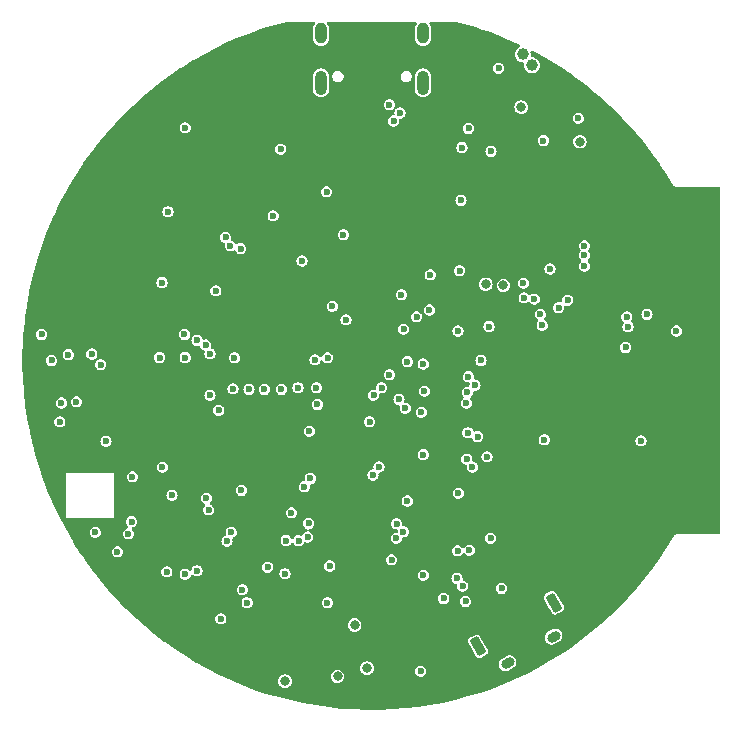
<source format=gbr>
%TF.GenerationSoftware,KiCad,Pcbnew,8.0.1*%
%TF.CreationDate,2024-09-23T16:13:28-04:00*%
%TF.ProjectId,stm32h7,73746d33-3268-4372-9e6b-696361645f70,rev?*%
%TF.SameCoordinates,Original*%
%TF.FileFunction,Copper,L5,Inr*%
%TF.FilePolarity,Positive*%
%FSLAX46Y46*%
G04 Gerber Fmt 4.6, Leading zero omitted, Abs format (unit mm)*
G04 Created by KiCad (PCBNEW 8.0.1) date 2024-09-23 16:13:28*
%MOMM*%
%LPD*%
G01*
G04 APERTURE LIST*
G04 Aperture macros list*
%AMRoundRect*
0 Rectangle with rounded corners*
0 $1 Rounding radius*
0 $2 $3 $4 $5 $6 $7 $8 $9 X,Y pos of 4 corners*
0 Add a 4 corners polygon primitive as box body*
4,1,4,$2,$3,$4,$5,$6,$7,$8,$9,$2,$3,0*
0 Add four circle primitives for the rounded corners*
1,1,$1+$1,$2,$3*
1,1,$1+$1,$4,$5*
1,1,$1+$1,$6,$7*
1,1,$1+$1,$8,$9*
0 Add four rect primitives between the rounded corners*
20,1,$1+$1,$2,$3,$4,$5,0*
20,1,$1+$1,$4,$5,$6,$7,0*
20,1,$1+$1,$6,$7,$8,$9,0*
20,1,$1+$1,$8,$9,$2,$3,0*%
%AMHorizOval*
0 Thick line with rounded ends*
0 $1 width*
0 $2 $3 position (X,Y) of the first rounded end (center of the circle)*
0 $4 $5 position (X,Y) of the second rounded end (center of the circle)*
0 Add line between two ends*
20,1,$1,$2,$3,$4,$5,0*
0 Add two circle primitives to create the rounded ends*
1,1,$1,$2,$3*
1,1,$1,$4,$5*%
G04 Aperture macros list end*
%TA.AperFunction,ComponentPad*%
%ADD10HorizOval,0.800000X0.173205X0.100000X-0.173205X-0.100000X0*%
%TD*%
%TA.AperFunction,ComponentPad*%
%ADD11RoundRect,0.131234X0.101625X-0.713551X0.567141X-0.444785X-0.101625X0.713551X-0.567141X0.444785X0*%
%TD*%
%TA.AperFunction,ComponentPad*%
%ADD12O,1.000000X2.100000*%
%TD*%
%TA.AperFunction,ComponentPad*%
%ADD13O,1.000000X1.800000*%
%TD*%
%TA.AperFunction,ViaPad*%
%ADD14C,0.600000*%
%TD*%
%TA.AperFunction,ViaPad*%
%ADD15C,1.000000*%
%TD*%
%TA.AperFunction,ViaPad*%
%ADD16C,0.800000*%
%TD*%
G04 APERTURE END LIST*
D10*
%TO.N,BTN*%
%TO.C,SW1*%
X141509397Y-97626403D03*
%TO.N,VCC*%
X145397851Y-95381403D03*
D11*
%TO.N,N/C*%
X145417248Y-92495000D03*
X139000000Y-96200000D03*
%TD*%
D12*
%TO.N,unconnected-(J1-SHIELD-PadS1)_1*%
%TO.C,J1*%
X134345000Y-48490000D03*
D13*
%TO.N,unconnected-(J1-SHIELD-PadS1)_2*%
X134345000Y-44290000D03*
D12*
%TO.N,unconnected-(J1-SHIELD-PadS1)*%
X125705000Y-48490000D03*
D13*
%TO.N,unconnected-(J1-SHIELD-PadS1)_0*%
X125705000Y-44290000D03*
%TD*%
D14*
%TO.N,GND*%
X119125000Y-89950000D03*
X118276409Y-89848591D03*
X114325000Y-86850000D03*
X112750000Y-86825000D03*
X111800000Y-88725000D03*
X134925000Y-84625000D03*
X104450000Y-78900000D03*
X120055251Y-82163282D03*
X119450000Y-76050000D03*
X124800000Y-79650000D03*
%TO.N,LCD_G2*%
X122750000Y-87250000D03*
%TO.N,+3V3*%
X134365000Y-90185000D03*
X151500000Y-70900000D03*
X148000000Y-63100000D03*
X102900000Y-72000000D03*
X127600000Y-61350000D03*
X121650000Y-59750000D03*
X106590796Y-86549452D03*
X144600000Y-78700000D03*
X133000000Y-83900000D03*
X103595000Y-77200000D03*
X148000000Y-62300000D03*
X126450000Y-89400000D03*
D15*
X143550000Y-47000000D03*
X142780000Y-46080000D03*
D14*
X122300000Y-54100000D03*
X134358012Y-79962744D03*
X107500000Y-78850000D03*
X108450000Y-88200000D03*
X137450000Y-64400000D03*
X102050000Y-69800000D03*
X141000000Y-91300000D03*
X114200000Y-52300000D03*
X148000000Y-64000000D03*
X112650000Y-89900000D03*
X112050000Y-71750000D03*
X126275000Y-71775000D03*
X116800000Y-66100000D03*
%TO.N,GPS_TXD*%
X118025000Y-62300000D03*
X114200000Y-71750000D03*
%TO.N,GPS_RXD*%
X117625000Y-61575000D03*
X114143367Y-69793367D03*
D16*
%TO.N,VCC*%
X142650000Y-50550000D03*
X147625000Y-53475000D03*
D14*
X134150000Y-98300000D03*
%TO.N,VBUS*%
X131850000Y-51725000D03*
X124725000Y-78000000D03*
%TO.N,Net-(J1-CC1)*%
X131486091Y-50336091D03*
X132400000Y-51050000D03*
%TO.N,Net-(U6-XTB)*%
X151600000Y-68300000D03*
X153300000Y-68100000D03*
%TO.N,Net-(U6-XTA)*%
X155800000Y-69500000D03*
X151700000Y-69141158D03*
%TO.N,Net-(U4-PROG)*%
X140100000Y-54300000D03*
X138200000Y-52350000D03*
%TO.N,ANT_SW_CTRL*%
X146600000Y-66900000D03*
X152800000Y-78800000D03*
%TO.N,LCD_RST*%
X134950000Y-64750000D03*
X118100000Y-86550000D03*
%TO.N,LoRa_BUSY*%
X132110071Y-85813654D03*
X143750000Y-66800000D03*
%TO.N,LoRa_NSS*%
X127811091Y-68561091D03*
X139925000Y-69125000D03*
%TO.N,LCD_B3*%
X118950000Y-83000000D03*
X132300000Y-75300000D03*
%TO.N,SCK*%
X118250000Y-74400000D03*
X133793046Y-68306955D03*
%TO.N,LCD_CS*%
X125200000Y-71950000D03*
X134875000Y-67725000D03*
X129820978Y-77186091D03*
X125306921Y-74300000D03*
%TO.N,LCD_HSYNC*%
X130834887Y-74300000D03*
X124790000Y-81990000D03*
%TO.N,LCD_R1*%
X119450000Y-92500000D03*
X139750000Y-80151370D03*
%TO.N,LoRa_RST*%
X144275000Y-68102818D03*
X132075000Y-87050000D03*
%TO.N,LCD_B2*%
X124575000Y-86950000D03*
X138000000Y-75600000D03*
%TO.N,LCD_G3*%
X126250000Y-92500000D03*
X138188909Y-73361091D03*
%TO.N,LCD_R4*%
X138525000Y-81025000D03*
X119050000Y-91400000D03*
%TO.N,LCD_B1*%
X131500000Y-73200000D03*
X139250000Y-72000000D03*
%TO.N,LCD_G0*%
X132850000Y-76050000D03*
X123200000Y-84900000D03*
%TO.N,LCD_VSYNC*%
X130150000Y-74950000D03*
X116000000Y-83650000D03*
%TO.N,LoRa_DIO1*%
X132687020Y-86500000D03*
X145825000Y-67525000D03*
%TO.N,LCD_G4*%
X130100000Y-81700000D03*
X138750000Y-74100000D03*
%TO.N,LCD_R3*%
X138138909Y-78111091D03*
X113086091Y-83413909D03*
%TO.N,LCD_G1*%
X134188909Y-76388909D03*
X124650000Y-85800000D03*
%TO.N,LCD_B5*%
X134350000Y-72300000D03*
X115200000Y-70300000D03*
%TO.N,LCD_DE*%
X121200000Y-89500000D03*
X137300000Y-69500000D03*
%TO.N,LCD_R5*%
X122650000Y-90050000D03*
X138049210Y-80350790D03*
%TO.N,LCD_B4*%
X115937500Y-70687500D03*
X133011091Y-72088909D03*
%TO.N,Net-(J5-Pin_29)*%
X137336091Y-83236091D03*
X131684922Y-88884922D03*
%TO.N,LCD_G5*%
X138100000Y-74700000D03*
X120900000Y-74450000D03*
%TO.N,LCD_G2*%
X134450000Y-74600000D03*
%TO.N,LCD_R2*%
X114200000Y-90100000D03*
X138961396Y-78438604D03*
%TO.N,SDA*%
X145100000Y-64250000D03*
X137950000Y-92400000D03*
X138275000Y-88075000D03*
%TO.N,SCL*%
X137266942Y-88116942D03*
X142825000Y-65450000D03*
X137225000Y-90450000D03*
%TO.N,MISO*%
X142900000Y-66700000D03*
X118375000Y-71762500D03*
X144425000Y-69025000D03*
%TO.N,MOSI*%
X132700000Y-69350000D03*
X115200000Y-89800000D03*
%TO.N,/Accel & Magnetometer/CS_MAG*%
X137700000Y-91100000D03*
X136100000Y-92150000D03*
%TO.N,GND*%
X143050000Y-95850000D03*
X107780000Y-54130000D03*
X152600000Y-77000000D03*
X128100000Y-45240000D03*
X158580000Y-79530000D03*
X114700000Y-67550000D03*
X145900000Y-75000000D03*
X130450000Y-45100000D03*
X146500000Y-82400000D03*
X144400000Y-76650000D03*
X107650000Y-68650000D03*
X121700000Y-45100000D03*
X143300000Y-59600000D03*
X109500000Y-63900000D03*
X104400000Y-73400000D03*
X103100000Y-67400000D03*
X154100000Y-59200000D03*
X112850000Y-55800000D03*
X152400000Y-62100000D03*
X151800000Y-75600000D03*
X110100000Y-51700000D03*
X109050000Y-73180000D03*
X120250000Y-98900000D03*
X148300000Y-55250000D03*
X138400000Y-48900000D03*
X152800000Y-86800000D03*
X155000000Y-72900000D03*
X120800000Y-45100000D03*
X152800000Y-76000000D03*
X126950000Y-50250000D03*
X144000000Y-60000000D03*
X131910000Y-45240000D03*
X149900000Y-61100000D03*
X153500000Y-56670000D03*
X136990000Y-43970000D03*
X116670000Y-55400000D03*
X157600000Y-84250000D03*
X121750000Y-78260000D03*
X104500000Y-68100000D03*
X144550000Y-94650000D03*
X118800000Y-84400000D03*
X154770000Y-82070000D03*
X147100000Y-81000000D03*
X157310000Y-61750000D03*
X135500000Y-48900000D03*
X112800000Y-95200000D03*
X147650000Y-50550000D03*
X157600000Y-83350000D03*
X123900000Y-48300000D03*
X147900000Y-71800000D03*
X158580000Y-61750000D03*
X152800000Y-85900000D03*
X132550000Y-52150000D03*
X157300000Y-78950000D03*
X147600000Y-76800000D03*
X149900000Y-82500000D03*
X149700000Y-68800000D03*
X147150000Y-94770000D03*
X119210000Y-50320000D03*
X143350000Y-49750000D03*
X103700000Y-73900000D03*
X133180000Y-60480000D03*
X151450000Y-57100000D03*
X122500000Y-58500000D03*
X145800000Y-84000000D03*
X104000000Y-67400000D03*
X156040000Y-84610000D03*
X126600000Y-53300000D03*
X153400000Y-59700000D03*
X145900000Y-57850000D03*
X152000000Y-87200000D03*
X128400000Y-55950000D03*
X145100000Y-83600000D03*
X154100000Y-60100000D03*
X158580000Y-76990000D03*
X116800000Y-64050000D03*
X158580000Y-82070000D03*
X127000000Y-52600000D03*
X127850000Y-58500000D03*
X135450000Y-58900000D03*
X117350000Y-52900000D03*
X144550000Y-93750000D03*
X151450000Y-55300000D03*
X133180000Y-46510000D03*
X149400000Y-62400000D03*
X124290000Y-55400000D03*
X127500000Y-55950000D03*
X146350000Y-90750000D03*
X158580000Y-70640000D03*
X143050000Y-53900000D03*
X103970000Y-59210000D03*
X145250000Y-59370000D03*
X131910000Y-55400000D03*
X155200000Y-71200000D03*
X115500000Y-58700000D03*
X147800000Y-58750000D03*
X153500000Y-55400000D03*
X143850000Y-94250000D03*
X129750000Y-45600000D03*
X145500000Y-76700000D03*
X117450000Y-59450000D03*
X148100000Y-83200000D03*
X140200000Y-50000000D03*
X116650000Y-53400000D03*
X123900000Y-49200000D03*
X151400000Y-80800000D03*
X142900000Y-52450000D03*
X154770000Y-85880000D03*
X158580000Y-80800000D03*
X153300000Y-62300000D03*
X146700000Y-73600000D03*
X110500000Y-90350000D03*
X142450000Y-94500000D03*
X148800000Y-68000000D03*
X123700000Y-58650000D03*
X112150000Y-93550000D03*
X145290000Y-57270000D03*
X127000000Y-95950000D03*
X135700000Y-55250000D03*
X142150000Y-92100000D03*
X150750000Y-56700000D03*
X113650000Y-92900000D03*
X108600000Y-63900000D03*
X109800000Y-91750000D03*
X129100000Y-92200000D03*
X142650000Y-48950000D03*
X147274997Y-82900000D03*
X137150000Y-99150000D03*
X153200000Y-72300000D03*
X144000000Y-59100000D03*
X112000000Y-69200000D03*
X123100000Y-45800000D03*
X123020000Y-55400000D03*
X130350000Y-91200000D03*
X158580000Y-69370000D03*
X125200000Y-90410000D03*
X147300000Y-88100000D03*
X133180000Y-43970000D03*
X114800000Y-58300000D03*
X135850000Y-58200000D03*
X147800000Y-80600000D03*
X134050000Y-52900000D03*
X158580000Y-65560000D03*
X119700000Y-95150000D03*
X142100000Y-95400000D03*
X146800000Y-76700000D03*
X144400000Y-75750000D03*
X114800000Y-60100000D03*
X131910000Y-46510000D03*
X150960000Y-59210000D03*
X153000000Y-81000000D03*
X119050000Y-94600000D03*
X152400000Y-80400000D03*
X151500000Y-81900000D03*
X156600000Y-67300000D03*
X141550000Y-52050000D03*
X158350000Y-75200000D03*
X144400000Y-74850000D03*
X158580000Y-64290000D03*
X127800000Y-64750000D03*
X127900000Y-52600000D03*
X117940000Y-46510000D03*
X152000000Y-86300000D03*
X107150000Y-67950000D03*
X129750000Y-46500000D03*
X135720000Y-43970000D03*
X140200000Y-49100000D03*
X115400000Y-55400000D03*
X156600000Y-79450000D03*
X136350000Y-58900000D03*
X121750000Y-79530000D03*
X148900000Y-77750000D03*
X150700000Y-81700000D03*
X154300000Y-64200000D03*
X120600000Y-49150000D03*
X136990000Y-96040000D03*
X145100000Y-84500000D03*
X113550000Y-55300000D03*
X145650000Y-89450000D03*
X143340000Y-88420000D03*
X149700000Y-68000000D03*
X120542112Y-63664552D03*
X114700000Y-48600000D03*
X146100000Y-65200000D03*
X116670000Y-79530000D03*
X110500000Y-92150000D03*
X152700000Y-83100000D03*
X143340000Y-61750000D03*
X112860000Y-57940000D03*
X145600000Y-81400000D03*
X156040000Y-82070000D03*
X116950000Y-58750000D03*
X153700000Y-75800000D03*
X147000000Y-71900000D03*
X134300000Y-52050000D03*
X129750000Y-44700000D03*
X158300000Y-84650000D03*
X153500000Y-82600000D03*
X153400000Y-64300000D03*
X139600000Y-44750000D03*
X151600000Y-61900000D03*
X108500000Y-60800000D03*
X125300000Y-81300000D03*
X150200000Y-84100000D03*
X112850000Y-54900000D03*
X101430000Y-76990000D03*
X140800000Y-63020000D03*
X112860000Y-76990000D03*
X143300000Y-94900000D03*
X135980000Y-82640000D03*
X147900000Y-69600000D03*
X143340000Y-63020000D03*
X114800000Y-59200000D03*
X112150000Y-92650000D03*
X106510000Y-55400000D03*
X126750000Y-96900000D03*
X153400000Y-58800000D03*
X115500000Y-56900000D03*
X120480000Y-78260000D03*
X132300000Y-53000000D03*
X146400000Y-81400000D03*
X130450000Y-46000000D03*
X148800000Y-68800000D03*
X150800000Y-61300000D03*
X156200000Y-68200000D03*
X101430000Y-73180000D03*
X128450000Y-97450000D03*
X116500000Y-62700000D03*
X151900000Y-66800000D03*
X110500000Y-91250000D03*
X131700000Y-97500000D03*
X115400000Y-79530000D03*
X158580000Y-71910000D03*
X150600000Y-80800000D03*
X110800000Y-51200000D03*
X154200000Y-62500000D03*
X138400000Y-47100000D03*
X145250000Y-58500000D03*
X147900000Y-82300000D03*
X118650000Y-98300000D03*
X128100000Y-46510000D03*
X128100000Y-43970000D03*
X145800000Y-85800000D03*
X123200000Y-48800000D03*
X145100000Y-85400000D03*
X154770000Y-87150000D03*
X143850000Y-93350000D03*
X145100000Y-73200000D03*
X141300000Y-95500000D03*
X156040000Y-85880000D03*
X112850000Y-93050000D03*
X145800000Y-84900000D03*
X124400000Y-50050000D03*
X147300000Y-84200000D03*
X123200000Y-49700000D03*
X154770000Y-80800000D03*
X153500000Y-63400000D03*
X152000000Y-84500000D03*
X133150000Y-52750000D03*
X117350000Y-52000000D03*
X114800000Y-57400000D03*
X154770000Y-57940000D03*
X147300000Y-77700000D03*
X115500000Y-57800000D03*
X128850000Y-69400000D03*
X157310000Y-82070000D03*
X143340000Y-85880000D03*
X153500000Y-84400000D03*
X142070000Y-93500000D03*
X124950000Y-97700000D03*
X158580000Y-78260000D03*
X149700000Y-69600000D03*
X106200000Y-60100000D03*
X107780000Y-65560000D03*
X120480000Y-93500000D03*
X143300000Y-58700000D03*
X147500000Y-61300000D03*
X148900000Y-91800000D03*
X138900000Y-47800000D03*
X146600000Y-63600000D03*
X129250000Y-100600000D03*
X146200000Y-77400000D03*
X157300000Y-79850000D03*
X150200000Y-77100000D03*
X116800000Y-64950000D03*
X103750000Y-80850000D03*
X155900000Y-70600000D03*
X149100000Y-61500000D03*
X153900000Y-72900000D03*
X129370000Y-89690000D03*
X150750000Y-57600000D03*
X133180000Y-59210000D03*
X152300000Y-65000000D03*
X132500000Y-97500000D03*
X121750000Y-76990000D03*
X146000000Y-80700000D03*
X146350000Y-89850000D03*
X142070000Y-87150000D03*
X150700000Y-82600000D03*
X122750000Y-100000000D03*
X157650000Y-73900000D03*
X110400000Y-63900000D03*
X116670000Y-80800000D03*
X145300000Y-75800000D03*
X147300000Y-76000000D03*
X153300000Y-77800000D03*
X152000000Y-82700000D03*
X156040000Y-61750000D03*
X140600000Y-45850000D03*
X152700000Y-82200000D03*
X142450000Y-54600000D03*
X154400000Y-73600000D03*
X101430000Y-71910000D03*
X145100000Y-86300000D03*
X152000000Y-83600000D03*
X153200000Y-65500000D03*
X150960000Y-90960000D03*
X103050000Y-81350000D03*
X115550000Y-97050000D03*
X116670000Y-46510000D03*
X136300000Y-55850000D03*
X110320000Y-71910000D03*
X144600000Y-73900000D03*
X130650000Y-64900000D03*
X145000000Y-80800000D03*
X157400000Y-58950000D03*
X157650000Y-74800000D03*
X147100000Y-59250000D03*
X153800000Y-79300000D03*
X148800000Y-69600000D03*
X148200000Y-93200000D03*
X155900000Y-65900000D03*
X147500000Y-78700000D03*
X103700000Y-83450000D03*
X106750000Y-68650000D03*
X113800000Y-67550000D03*
X145800000Y-66000000D03*
X148900000Y-92700000D03*
X106250000Y-67950000D03*
X147900000Y-49700000D03*
X109800000Y-90850000D03*
X119650000Y-96800000D03*
X155500000Y-63600000D03*
X151450000Y-56200000D03*
X118350000Y-59450000D03*
X103750000Y-81750000D03*
X156000000Y-64900000D03*
X103050000Y-80450000D03*
X114000000Y-50000000D03*
X145200000Y-77500000D03*
X113550000Y-54400000D03*
X127900000Y-100450000D03*
X147100000Y-81800000D03*
X135000000Y-49950000D03*
X121900000Y-84250000D03*
X145800000Y-86700000D03*
X154770000Y-84610000D03*
X134450000Y-99850000D03*
X103750000Y-79950000D03*
X150750000Y-55800000D03*
X148900000Y-90900000D03*
X152230000Y-89690000D03*
X142500000Y-55800000D03*
X145600000Y-82200000D03*
X157100000Y-68700000D03*
X155500000Y-73600000D03*
X141250000Y-94600000D03*
X149800000Y-80800000D03*
X125560000Y-46510000D03*
X156040000Y-60480000D03*
X156000000Y-72800000D03*
X111300000Y-63900000D03*
X121650000Y-62500000D03*
X112000000Y-67750000D03*
X130900000Y-97500000D03*
X119210000Y-45240000D03*
X155100000Y-65300000D03*
X138000000Y-48150000D03*
X114150000Y-96200000D03*
X152600000Y-64000000D03*
X153400000Y-80200000D03*
X156600000Y-78550000D03*
X158350000Y-74300000D03*
X119210000Y-46510000D03*
X136990000Y-97310000D03*
X122200000Y-45800000D03*
X157310000Y-76990000D03*
X119450000Y-97750000D03*
X134900000Y-52650000D03*
X115400000Y-80800000D03*
X128600000Y-71450000D03*
X153300000Y-71400000D03*
X133180000Y-93500000D03*
X143340000Y-87150000D03*
X146300000Y-64400000D03*
X103970000Y-60480000D03*
X153500000Y-81700000D03*
X153900000Y-78400000D03*
X145800000Y-83100000D03*
X154500000Y-76300000D03*
X129370000Y-59210000D03*
X101430000Y-75720000D03*
X112850000Y-93950000D03*
X152100000Y-81300000D03*
X147300000Y-74300000D03*
X156700000Y-66300000D03*
X148500000Y-50300000D03*
X155100000Y-64400000D03*
X107600000Y-60800000D03*
X148050000Y-56100000D03*
X158580000Y-63020000D03*
X146100000Y-76100000D03*
X136450000Y-99650000D03*
X126830000Y-46510000D03*
X148900000Y-78550000D03*
X145800000Y-87600000D03*
X103050000Y-82250000D03*
X135450000Y-47950000D03*
X155400000Y-72100000D03*
X150100000Y-64900000D03*
X103700000Y-74800000D03*
X149900000Y-81700000D03*
X119900000Y-95950000D03*
X156900000Y-69700000D03*
X153500000Y-76600000D03*
X147700000Y-72700000D03*
X121300000Y-45800000D03*
X111400000Y-94100000D03*
X153500000Y-83500000D03*
X150600000Y-83400000D03*
X105100000Y-73800000D03*
X154500000Y-75400000D03*
X145800000Y-72800000D03*
X150800000Y-62400000D03*
X119900000Y-48750000D03*
X126150000Y-50150000D03*
X156040000Y-76990000D03*
X117850000Y-58750000D03*
X113000000Y-69200000D03*
X145880000Y-47780000D03*
X152700000Y-84900000D03*
X145650000Y-90350000D03*
X157400000Y-67800000D03*
X151200000Y-74500000D03*
X140150000Y-52400000D03*
X150960000Y-89690000D03*
X122600000Y-45100000D03*
X111590000Y-73180000D03*
X129100000Y-91300000D03*
X143340000Y-84610000D03*
X102200000Y-67400000D03*
X157400000Y-59850000D03*
X123500000Y-45100000D03*
X152500000Y-66200000D03*
X110800000Y-52100000D03*
X124000000Y-45800000D03*
X125560000Y-94770000D03*
X120480000Y-79530000D03*
X146600000Y-75400000D03*
X158100000Y-60250000D03*
X133300000Y-97500000D03*
X156040000Y-59210000D03*
X142070000Y-85880000D03*
X140450000Y-44900000D03*
X120600000Y-48250000D03*
X152600000Y-62900000D03*
X151700000Y-76700000D03*
X148400000Y-61100000D03*
X109050000Y-71910000D03*
X153500000Y-88420000D03*
X149800000Y-83300000D03*
X108000000Y-60100000D03*
X133350000Y-49800000D03*
X149690000Y-59210000D03*
X152700000Y-84000000D03*
X155000000Y-74500000D03*
X146700000Y-62700000D03*
X150600000Y-77800000D03*
X147800000Y-81400000D03*
X158300000Y-83750000D03*
X156300000Y-64100000D03*
X134950000Y-58200000D03*
X154500000Y-63400000D03*
X156040000Y-80800000D03*
X154770000Y-83340000D03*
X156200000Y-71500000D03*
X105100000Y-72900000D03*
X104400000Y-74300000D03*
X110100000Y-52600000D03*
X155900000Y-66900000D03*
X125800000Y-99650000D03*
X121650000Y-99400000D03*
X144900000Y-79800000D03*
X156040000Y-83340000D03*
X127900000Y-55250000D03*
X148200000Y-92300000D03*
X146500000Y-74400000D03*
X148900000Y-55850000D03*
X150600000Y-75400000D03*
X147400000Y-75100000D03*
X112900000Y-67750000D03*
X150700000Y-73800000D03*
X144400000Y-77450000D03*
X114700000Y-49500000D03*
X146900000Y-61900000D03*
X147100000Y-60150000D03*
X145300000Y-74400000D03*
X126650000Y-99600000D03*
X114130000Y-75720000D03*
X119900000Y-47850000D03*
X114000000Y-49100000D03*
X127000000Y-55250000D03*
X147800000Y-59650000D03*
X126550000Y-69400000D03*
X135450000Y-56100000D03*
X117100000Y-97700000D03*
X106700000Y-60800000D03*
X115400000Y-82070000D03*
X155200000Y-66300000D03*
X115500000Y-59600000D03*
X158100000Y-59350000D03*
X112860000Y-75720000D03*
X148200000Y-91400000D03*
X103600000Y-68100000D03*
X150100000Y-62000000D03*
X105240000Y-87150000D03*
X135200000Y-46900000D03*
X147900000Y-68000000D03*
X133180000Y-45240000D03*
X103700000Y-73000000D03*
X101430000Y-74450000D03*
X156800000Y-70500000D03*
X116650000Y-52500000D03*
X147900000Y-68800000D03*
X131910000Y-43970000D03*
X130450000Y-44200000D03*
X142070000Y-88420000D03*
X105240000Y-69370000D03*
X145900000Y-73800000D03*
X150960000Y-52860000D03*
X104400000Y-72500000D03*
X154100000Y-74500000D03*
X154200000Y-77300000D03*
X125300000Y-50250000D03*
X127500000Y-53300000D03*
X110320000Y-73180000D03*
X156040000Y-57940000D03*
X122650000Y-81850000D03*
X121750000Y-94770000D03*
X107100000Y-60100000D03*
X102700000Y-68100000D03*
X150600000Y-88200000D03*
X152000000Y-85400000D03*
%TO.N,Net-(C1-Pad2)*%
X125391752Y-75725414D03*
X123800000Y-87250000D03*
%TO.N,NRST*%
X112275688Y-81025333D03*
X117050000Y-76225000D03*
X119600000Y-74450000D03*
X126675000Y-67416501D03*
%TO.N,Net-(U1-BOOT0)*%
X124100000Y-63575000D03*
X116300000Y-71425000D03*
%TO.N,QSPI_CLK*%
X106300000Y-71450000D03*
X117750000Y-87300000D03*
%TO.N,QSPI_NCS*%
X116300000Y-74950000D03*
X103725000Y-75600000D03*
%TO.N,QSPI_D0*%
X116200000Y-84650000D03*
X107050000Y-72350000D03*
%TO.N,QSPI_D1*%
X105000000Y-75500000D03*
X123750000Y-74300000D03*
%TO.N,QSPI_D3*%
X109662500Y-85637500D03*
X104300000Y-71500000D03*
%TO.N,FG_NALERT*%
X144525000Y-53375000D03*
X126175000Y-57725000D03*
%TO.N,Net-(J6-Pin_2)*%
X117225000Y-93875000D03*
X109400000Y-86675000D03*
%TO.N,BTN*%
X132500000Y-66425000D03*
X140076409Y-87051409D03*
X130612705Y-81000000D03*
X122350000Y-74450000D03*
X124300000Y-82675000D03*
%TO.N,Net-(ATGM336H1-GND)*%
X118900000Y-62522182D03*
X112750000Y-59400000D03*
X112250000Y-65400000D03*
%TO.N,LDO_EN*%
X137550000Y-58450000D03*
X140750000Y-47268674D03*
X137650000Y-53975000D03*
X109725000Y-81850000D03*
X147500000Y-51500000D03*
D16*
%TO.N,BL_ANODE*%
X141150000Y-65650000D03*
X129600000Y-98050000D03*
X122650000Y-99150000D03*
X127100000Y-98750000D03*
%TO.N,BL_CATHODE*%
X128550000Y-94400000D03*
X139650000Y-65550000D03*
%TD*%
%TA.AperFunction,Conductor*%
%TO.N,GND*%
G36*
X125127539Y-43320185D02*
G01*
X125173294Y-43372989D01*
X125183238Y-43442147D01*
X125163602Y-43493391D01*
X125110814Y-43572392D01*
X125110809Y-43572401D01*
X125060267Y-43694421D01*
X125060265Y-43694429D01*
X125034500Y-43823957D01*
X125034500Y-44756042D01*
X125060265Y-44885570D01*
X125060267Y-44885578D01*
X125110809Y-45007598D01*
X125110814Y-45007607D01*
X125184188Y-45117418D01*
X125184191Y-45117422D01*
X125277577Y-45210808D01*
X125277581Y-45210811D01*
X125387392Y-45284185D01*
X125387401Y-45284190D01*
X125415042Y-45295639D01*
X125509422Y-45334733D01*
X125638957Y-45360499D01*
X125638961Y-45360500D01*
X125638962Y-45360500D01*
X125771039Y-45360500D01*
X125771040Y-45360499D01*
X125900578Y-45334733D01*
X126022601Y-45284189D01*
X126132419Y-45210811D01*
X126225811Y-45117419D01*
X126299189Y-45007601D01*
X126349733Y-44885578D01*
X126375500Y-44756038D01*
X126375500Y-43823962D01*
X126349733Y-43694422D01*
X126299189Y-43572399D01*
X126299186Y-43572394D01*
X126299185Y-43572392D01*
X126246398Y-43493391D01*
X126225520Y-43426713D01*
X126244004Y-43359333D01*
X126295983Y-43312643D01*
X126349500Y-43300500D01*
X129998961Y-43300500D01*
X129999577Y-43300502D01*
X133688862Y-43318842D01*
X133755802Y-43338859D01*
X133801294Y-43391890D01*
X133810894Y-43461097D01*
X133791348Y-43511730D01*
X133750813Y-43572394D01*
X133750809Y-43572401D01*
X133700267Y-43694421D01*
X133700265Y-43694429D01*
X133674500Y-43823957D01*
X133674500Y-44756042D01*
X133700265Y-44885570D01*
X133700267Y-44885578D01*
X133750809Y-45007598D01*
X133750814Y-45007607D01*
X133824188Y-45117418D01*
X133824191Y-45117422D01*
X133917577Y-45210808D01*
X133917581Y-45210811D01*
X134027392Y-45284185D01*
X134027401Y-45284190D01*
X134055042Y-45295639D01*
X134149422Y-45334733D01*
X134278957Y-45360499D01*
X134278961Y-45360500D01*
X134278962Y-45360500D01*
X134411039Y-45360500D01*
X134411040Y-45360499D01*
X134540578Y-45334733D01*
X134662601Y-45284189D01*
X134772419Y-45210811D01*
X134865811Y-45117419D01*
X134939189Y-45007601D01*
X134989733Y-44885578D01*
X135015500Y-44756038D01*
X135015500Y-43823962D01*
X134989733Y-43694422D01*
X134939189Y-43572399D01*
X134903030Y-43518283D01*
X134882152Y-43451606D01*
X134900636Y-43384226D01*
X134952615Y-43337535D01*
X135006748Y-43325394D01*
X137135218Y-43335975D01*
X137166560Y-43340164D01*
X138110466Y-43592035D01*
X138114578Y-43593210D01*
X138446959Y-43694421D01*
X139094421Y-43891575D01*
X139098528Y-43892904D01*
X140067379Y-44225192D01*
X140071438Y-44226663D01*
X141028163Y-44592488D01*
X141032168Y-44594100D01*
X141975556Y-44992998D01*
X141979496Y-44994745D01*
X142508198Y-45240332D01*
X142560705Y-45286426D01*
X142579956Y-45353591D01*
X142559840Y-45420502D01*
X142513585Y-45462587D01*
X142396317Y-45524134D01*
X142274436Y-45632110D01*
X142181942Y-45766112D01*
X142181941Y-45766113D01*
X142124202Y-45918356D01*
X142124201Y-45918361D01*
X142104575Y-46080000D01*
X142124201Y-46241638D01*
X142124202Y-46241643D01*
X142172301Y-46368467D01*
X142181941Y-46393886D01*
X142274437Y-46527890D01*
X142396315Y-46635864D01*
X142540491Y-46711533D01*
X142698587Y-46750500D01*
X142764903Y-46750500D01*
X142831942Y-46770185D01*
X142877697Y-46822989D01*
X142887998Y-46889446D01*
X142885571Y-46909440D01*
X142874575Y-47000000D01*
X142894201Y-47161638D01*
X142894202Y-47161643D01*
X142951941Y-47313886D01*
X142951942Y-47313887D01*
X143024627Y-47419191D01*
X143044437Y-47447890D01*
X143166315Y-47555864D01*
X143310491Y-47631533D01*
X143468587Y-47670500D01*
X143631413Y-47670500D01*
X143789509Y-47631533D01*
X143933685Y-47555864D01*
X144055563Y-47447890D01*
X144148059Y-47313886D01*
X144205798Y-47161640D01*
X144225425Y-47000000D01*
X144205798Y-46838360D01*
X144205797Y-46838358D01*
X144205797Y-46838356D01*
X144157699Y-46711533D01*
X144148059Y-46686114D01*
X144055563Y-46552110D01*
X143933685Y-46444136D01*
X143789509Y-46368467D01*
X143789508Y-46368466D01*
X143789507Y-46368466D01*
X143631413Y-46329500D01*
X143565097Y-46329500D01*
X143498058Y-46309815D01*
X143452303Y-46257011D01*
X143442001Y-46190553D01*
X143455425Y-46080000D01*
X143435798Y-45918360D01*
X143434894Y-45910914D01*
X143437908Y-45910548D01*
X143440353Y-45854650D01*
X143480661Y-45797579D01*
X143545424Y-45771359D01*
X143613811Y-45784177D01*
X143825682Y-45891714D01*
X143829498Y-45893735D01*
X144726168Y-46388829D01*
X144729873Y-46390960D01*
X145608785Y-46916979D01*
X145612400Y-46919228D01*
X146429742Y-47447890D01*
X146472497Y-47475544D01*
X146476069Y-47477945D01*
X146796013Y-47701057D01*
X147316195Y-48063805D01*
X147319693Y-48066335D01*
X147710440Y-48359554D01*
X147781787Y-48413094D01*
X148138967Y-48681124D01*
X148142364Y-48683767D01*
X148826714Y-49235570D01*
X148939721Y-49326689D01*
X148943028Y-49329452D01*
X149562517Y-49865591D01*
X149717523Y-49999741D01*
X149720728Y-50002614D01*
X150196575Y-50444329D01*
X150471415Y-50699455D01*
X150474528Y-50702447D01*
X151159943Y-51384629D01*
X151200507Y-51425001D01*
X151203507Y-51428093D01*
X151903902Y-52175490D01*
X151906768Y-52178657D01*
X152370362Y-52709233D01*
X152580719Y-52949983D01*
X152583503Y-52953283D01*
X152774017Y-53187287D01*
X153224628Y-53740763D01*
X153230190Y-53747594D01*
X153232857Y-53750989D01*
X153851500Y-54567329D01*
X153854047Y-54570815D01*
X153994705Y-54770500D01*
X154413003Y-55364337D01*
X154443888Y-55408182D01*
X154446312Y-55411754D01*
X155006637Y-56269135D01*
X155008936Y-56272789D01*
X155539558Y-57149954D01*
X155540845Y-57152132D01*
X155562886Y-57190306D01*
X155564090Y-57192102D01*
X155564136Y-57192182D01*
X155564137Y-57192183D01*
X155590855Y-57216094D01*
X155595843Y-57220814D01*
X155615489Y-57240460D01*
X155615492Y-57240462D01*
X155621938Y-57245408D01*
X155621798Y-57245590D01*
X155632360Y-57253239D01*
X155635067Y-57255662D01*
X155635068Y-57255662D01*
X155635069Y-57255663D01*
X155649658Y-57262105D01*
X155657668Y-57265643D01*
X155669577Y-57271688D01*
X155684011Y-57280021D01*
X155690569Y-57281778D01*
X155708573Y-57288122D01*
X155722146Y-57294116D01*
X155735615Y-57295490D01*
X155755111Y-57299072D01*
X155760438Y-57300500D01*
X155778402Y-57300500D01*
X155790991Y-57301141D01*
X155816842Y-57303779D01*
X155816842Y-57303778D01*
X155816843Y-57303779D01*
X155818369Y-57303449D01*
X155819121Y-57303288D01*
X155845267Y-57300500D01*
X159375500Y-57300500D01*
X159442539Y-57320185D01*
X159488294Y-57372989D01*
X159499500Y-57424500D01*
X159499500Y-86577509D01*
X159479815Y-86644548D01*
X159427011Y-86690303D01*
X159376088Y-86701508D01*
X155877248Y-86718112D01*
X155850525Y-86715327D01*
X155849237Y-86715049D01*
X155849226Y-86715048D01*
X155822361Y-86717790D01*
X155810369Y-86718430D01*
X155791696Y-86718519D01*
X155791402Y-86718521D01*
X155791400Y-86718521D01*
X155791396Y-86718522D01*
X155787059Y-86719706D01*
X155767009Y-86723439D01*
X155754537Y-86724712D01*
X155754529Y-86724714D01*
X155740027Y-86731119D01*
X155722601Y-86737307D01*
X155715078Y-86739361D01*
X155715071Y-86739364D01*
X155701544Y-86747258D01*
X155689146Y-86753588D01*
X155667457Y-86763167D01*
X155667452Y-86763170D01*
X155663982Y-86766276D01*
X155653106Y-86774193D01*
X155653165Y-86774269D01*
X155646741Y-86779247D01*
X155627884Y-86798281D01*
X155622494Y-86803404D01*
X155596526Y-86826645D01*
X155596519Y-86826654D01*
X155596344Y-86826957D01*
X155593339Y-86831465D01*
X155573248Y-86866646D01*
X155571614Y-86869423D01*
X155014143Y-87789246D01*
X155011727Y-87793073D01*
X154421258Y-88691628D01*
X154418704Y-88695365D01*
X153795823Y-89571792D01*
X153793134Y-89575433D01*
X153138685Y-90428538D01*
X153135865Y-90432078D01*
X152450715Y-91260733D01*
X152447767Y-91264168D01*
X151732854Y-92067239D01*
X151729784Y-92070564D01*
X150986001Y-92847048D01*
X150982811Y-92850259D01*
X150211229Y-93599039D01*
X150207923Y-93602132D01*
X149409492Y-94322286D01*
X149406077Y-94325255D01*
X148581906Y-95015781D01*
X148578384Y-95018624D01*
X147729562Y-95678609D01*
X147725938Y-95681322D01*
X146853604Y-96309883D01*
X146849884Y-96312462D01*
X145955180Y-96908776D01*
X145951369Y-96911217D01*
X145035488Y-97474487D01*
X145031590Y-97476787D01*
X144095785Y-98006242D01*
X144091805Y-98008399D01*
X143137273Y-98503363D01*
X143133218Y-98505372D01*
X142161300Y-98965150D01*
X142157174Y-98967011D01*
X141169087Y-99391028D01*
X141164895Y-99392737D01*
X140161987Y-99780412D01*
X140157736Y-99781966D01*
X139141400Y-100132762D01*
X139137096Y-100134161D01*
X138108566Y-100447652D01*
X138104213Y-100448892D01*
X137064974Y-100724625D01*
X137060578Y-100725706D01*
X136011939Y-100963335D01*
X136007508Y-100964254D01*
X134950938Y-101163445D01*
X134946475Y-101164203D01*
X133883297Y-101324707D01*
X133878810Y-101325301D01*
X132810472Y-101446898D01*
X132805966Y-101447327D01*
X131733948Y-101529850D01*
X131729430Y-101530115D01*
X130655093Y-101573459D01*
X130650568Y-101573559D01*
X129575371Y-101577666D01*
X129570845Y-101577601D01*
X128496185Y-101542464D01*
X128491664Y-101542233D01*
X127419044Y-101467901D01*
X127414536Y-101467506D01*
X126345308Y-101354075D01*
X126340816Y-101353515D01*
X125276471Y-101201141D01*
X125272003Y-101200418D01*
X124213930Y-101009301D01*
X124209491Y-101008416D01*
X123159061Y-100778805D01*
X123154658Y-100777758D01*
X122113311Y-100509963D01*
X122108948Y-100508755D01*
X121078114Y-100203147D01*
X121073799Y-100201782D01*
X120054762Y-99858742D01*
X120050500Y-99857220D01*
X119044678Y-99477225D01*
X119040473Y-99475548D01*
X118265565Y-99150000D01*
X122074577Y-99150000D01*
X122094183Y-99298928D01*
X122094185Y-99298933D01*
X122151668Y-99437711D01*
X122151669Y-99437712D01*
X122243114Y-99556886D01*
X122362288Y-99648331D01*
X122362287Y-99648331D01*
X122414901Y-99670124D01*
X122501070Y-99705816D01*
X122575535Y-99715619D01*
X122649999Y-99725423D01*
X122650000Y-99725423D01*
X122650001Y-99725423D01*
X122699643Y-99718887D01*
X122798930Y-99705816D01*
X122937712Y-99648331D01*
X123056886Y-99556886D01*
X123148331Y-99437712D01*
X123205816Y-99298930D01*
X123225423Y-99150000D01*
X123205816Y-99001070D01*
X123148331Y-98862289D01*
X123148330Y-98862288D01*
X123148330Y-98862287D01*
X123062171Y-98750000D01*
X126524577Y-98750000D01*
X126544183Y-98898928D01*
X126544185Y-98898933D01*
X126601668Y-99037711D01*
X126601669Y-99037712D01*
X126693114Y-99156886D01*
X126812288Y-99248331D01*
X126812287Y-99248331D01*
X126888186Y-99279768D01*
X126951070Y-99305816D01*
X127025535Y-99315619D01*
X127099999Y-99325423D01*
X127100000Y-99325423D01*
X127100001Y-99325423D01*
X127149643Y-99318887D01*
X127248930Y-99305816D01*
X127387712Y-99248331D01*
X127506886Y-99156886D01*
X127598331Y-99037712D01*
X127655816Y-98898930D01*
X127675423Y-98750000D01*
X127674516Y-98743114D01*
X127656441Y-98605816D01*
X127655816Y-98601070D01*
X127598331Y-98462289D01*
X127598330Y-98462288D01*
X127598330Y-98462287D01*
X127506888Y-98343115D01*
X127387711Y-98251668D01*
X127387712Y-98251668D01*
X127248933Y-98194185D01*
X127248928Y-98194183D01*
X127100001Y-98174577D01*
X127099999Y-98174577D01*
X126951071Y-98194183D01*
X126951069Y-98194184D01*
X126812287Y-98251669D01*
X126693114Y-98343114D01*
X126601669Y-98462287D01*
X126544184Y-98601069D01*
X126544183Y-98601071D01*
X126524577Y-98749999D01*
X126524577Y-98750000D01*
X123062171Y-98750000D01*
X123056888Y-98743115D01*
X122937711Y-98651668D01*
X122937712Y-98651668D01*
X122798933Y-98594185D01*
X122798928Y-98594183D01*
X122650001Y-98574577D01*
X122649999Y-98574577D01*
X122501071Y-98594183D01*
X122501069Y-98594184D01*
X122362287Y-98651669D01*
X122243114Y-98743114D01*
X122151669Y-98862287D01*
X122094184Y-99001069D01*
X122094183Y-99001071D01*
X122074577Y-99149999D01*
X122074577Y-99150000D01*
X118265565Y-99150000D01*
X118049185Y-99059096D01*
X118045045Y-99057267D01*
X117069621Y-98604917D01*
X117065550Y-98602938D01*
X116107287Y-98115291D01*
X116103291Y-98113165D01*
X115989631Y-98050000D01*
X129024577Y-98050000D01*
X129044183Y-98198928D01*
X129044185Y-98198933D01*
X129101668Y-98337711D01*
X129101669Y-98337712D01*
X129193114Y-98456886D01*
X129312288Y-98548331D01*
X129312287Y-98548331D01*
X129375652Y-98574577D01*
X129451070Y-98605816D01*
X129525535Y-98615619D01*
X129599999Y-98625423D01*
X129600000Y-98625423D01*
X129600001Y-98625423D01*
X129649643Y-98618887D01*
X129748930Y-98605816D01*
X129887712Y-98548331D01*
X130006886Y-98456886D01*
X130098331Y-98337712D01*
X130113952Y-98300000D01*
X133674662Y-98300000D01*
X133693916Y-98433918D01*
X133750119Y-98556985D01*
X133750124Y-98556992D01*
X133809420Y-98625423D01*
X133838720Y-98659236D01*
X133952537Y-98732383D01*
X133989084Y-98743114D01*
X134082351Y-98770500D01*
X134082352Y-98770500D01*
X134217648Y-98770500D01*
X134347463Y-98732383D01*
X134461280Y-98659236D01*
X134549880Y-98556987D01*
X134606083Y-98433918D01*
X134625338Y-98300000D01*
X134606083Y-98166082D01*
X134549880Y-98043013D01*
X134519887Y-98008399D01*
X134461282Y-97940766D01*
X134461281Y-97940765D01*
X134461280Y-97940764D01*
X134347463Y-97867617D01*
X134347462Y-97867616D01*
X134347461Y-97867616D01*
X134217649Y-97829500D01*
X134217648Y-97829500D01*
X134082352Y-97829500D01*
X134082351Y-97829500D01*
X133952538Y-97867616D01*
X133838721Y-97940763D01*
X133838717Y-97940766D01*
X133750124Y-98043007D01*
X133750119Y-98043014D01*
X133693916Y-98166081D01*
X133674662Y-98300000D01*
X130113952Y-98300000D01*
X130155816Y-98198930D01*
X130175423Y-98050000D01*
X130155816Y-97901070D01*
X130114577Y-97801511D01*
X140765691Y-97801511D01*
X140773191Y-97829500D01*
X140804571Y-97946610D01*
X140804572Y-97946611D01*
X140879676Y-98076695D01*
X140879680Y-98076700D01*
X140985892Y-98182914D01*
X140985894Y-98182916D01*
X141005411Y-98194184D01*
X141115987Y-98258024D01*
X141261085Y-98296903D01*
X141411300Y-98296904D01*
X141556397Y-98258024D01*
X142032898Y-97982916D01*
X142139116Y-97876698D01*
X142214224Y-97746608D01*
X142253102Y-97601510D01*
X142253103Y-97451295D01*
X142214224Y-97306198D01*
X142139116Y-97176107D01*
X142032898Y-97069889D01*
X141902807Y-96994782D01*
X141902808Y-96994782D01*
X141757706Y-96955902D01*
X141607496Y-96955902D01*
X141607495Y-96955902D01*
X141607494Y-96955902D01*
X141479538Y-96990187D01*
X141462393Y-96994782D01*
X140985899Y-97269888D01*
X140985892Y-97269893D01*
X140879680Y-97376103D01*
X140879678Y-97376105D01*
X140804571Y-97506197D01*
X140765691Y-97651298D01*
X140765691Y-97746608D01*
X140765691Y-97801511D01*
X130114577Y-97801511D01*
X130098331Y-97762289D01*
X130098330Y-97762288D01*
X130098330Y-97762287D01*
X130006888Y-97643115D01*
X129887711Y-97551668D01*
X129887712Y-97551668D01*
X129748933Y-97494185D01*
X129748928Y-97494183D01*
X129600001Y-97474577D01*
X129599999Y-97474577D01*
X129451071Y-97494183D01*
X129451069Y-97494184D01*
X129312287Y-97551669D01*
X129193114Y-97643114D01*
X129101669Y-97762287D01*
X129044184Y-97901069D01*
X129044183Y-97901071D01*
X129024577Y-98049999D01*
X129024577Y-98050000D01*
X115989631Y-98050000D01*
X115163458Y-97590867D01*
X115159543Y-97588597D01*
X114239391Y-97032344D01*
X114235561Y-97029932D01*
X113336341Y-96440479D01*
X113332601Y-96437929D01*
X112455472Y-95816036D01*
X112451828Y-95813351D01*
X112345015Y-95731602D01*
X138126807Y-95731602D01*
X138138943Y-95843752D01*
X138138944Y-95843756D01*
X138149019Y-95867057D01*
X138149025Y-95867069D01*
X138470024Y-96423054D01*
X138843474Y-97069888D01*
X138862846Y-97103440D01*
X138862852Y-97103449D01*
X138877986Y-97123816D01*
X138877988Y-97123818D01*
X138969046Y-97190405D01*
X138969047Y-97190405D01*
X138969048Y-97190406D01*
X139078012Y-97219603D01*
X139190165Y-97207466D01*
X139213471Y-97197389D01*
X139757027Y-96883566D01*
X139777409Y-96868421D01*
X139843996Y-96777362D01*
X139873193Y-96668398D01*
X139861056Y-96556245D01*
X139850979Y-96532939D01*
X139287237Y-95556511D01*
X144654145Y-95556511D01*
X144671864Y-95622636D01*
X144693025Y-95701610D01*
X144693026Y-95701611D01*
X144768130Y-95831695D01*
X144768134Y-95831700D01*
X144874346Y-95937914D01*
X144874348Y-95937916D01*
X144874350Y-95937917D01*
X145004441Y-96013024D01*
X145149539Y-96051903D01*
X145299754Y-96051904D01*
X145444851Y-96013024D01*
X145921352Y-95737916D01*
X146027570Y-95631698D01*
X146102678Y-95501608D01*
X146141556Y-95356510D01*
X146141557Y-95206295D01*
X146102678Y-95061198D01*
X146027570Y-94931107D01*
X145921352Y-94824889D01*
X145791261Y-94749782D01*
X145791262Y-94749782D01*
X145646160Y-94710902D01*
X145495950Y-94710902D01*
X145495949Y-94710902D01*
X145495948Y-94710902D01*
X145367992Y-94745187D01*
X145350847Y-94749782D01*
X144874353Y-95024888D01*
X144874346Y-95024893D01*
X144768134Y-95131103D01*
X144768132Y-95131105D01*
X144693025Y-95261197D01*
X144654145Y-95406298D01*
X144654145Y-95501608D01*
X144654145Y-95556511D01*
X139287237Y-95556511D01*
X139137156Y-95296563D01*
X139137152Y-95296558D01*
X139137147Y-95296550D01*
X139122013Y-95276183D01*
X139122011Y-95276181D01*
X139030953Y-95209594D01*
X139030954Y-95209594D01*
X138921988Y-95180397D01*
X138921987Y-95180397D01*
X138809837Y-95192533D01*
X138809833Y-95192534D01*
X138786532Y-95202609D01*
X138786520Y-95202615D01*
X138242969Y-95516436D01*
X138242960Y-95516442D01*
X138222593Y-95531576D01*
X138222591Y-95531578D01*
X138156004Y-95622636D01*
X138126807Y-95731601D01*
X138126807Y-95731602D01*
X112345015Y-95731602D01*
X111597985Y-95159866D01*
X111594442Y-95157050D01*
X110765028Y-94472846D01*
X110761589Y-94469902D01*
X110682888Y-94400000D01*
X127974577Y-94400000D01*
X127994183Y-94548928D01*
X127994185Y-94548933D01*
X128051668Y-94687711D01*
X128051669Y-94687712D01*
X128143114Y-94806886D01*
X128262288Y-94898331D01*
X128262287Y-94898331D01*
X128338186Y-94929768D01*
X128401070Y-94955816D01*
X128475535Y-94965619D01*
X128549999Y-94975423D01*
X128550000Y-94975423D01*
X128550001Y-94975423D01*
X128599643Y-94968887D01*
X128698930Y-94955816D01*
X128837712Y-94898331D01*
X128956886Y-94806886D01*
X129048331Y-94687712D01*
X129105816Y-94548930D01*
X129125423Y-94400000D01*
X129105816Y-94251070D01*
X129048331Y-94112289D01*
X129048330Y-94112288D01*
X129048330Y-94112287D01*
X128956888Y-93993115D01*
X128837711Y-93901668D01*
X128837712Y-93901668D01*
X128698933Y-93844185D01*
X128698928Y-93844183D01*
X128550001Y-93824577D01*
X128549999Y-93824577D01*
X128401071Y-93844183D01*
X128401069Y-93844184D01*
X128262287Y-93901669D01*
X128143114Y-93993114D01*
X128051669Y-94112287D01*
X127994184Y-94251069D01*
X127994183Y-94251071D01*
X127974577Y-94399999D01*
X127974577Y-94400000D01*
X110682888Y-94400000D01*
X110091807Y-93875000D01*
X116749662Y-93875000D01*
X116768916Y-94008918D01*
X116825119Y-94131985D01*
X116825124Y-94131992D01*
X116854333Y-94165701D01*
X116913720Y-94234236D01*
X117027537Y-94307383D01*
X117078292Y-94322286D01*
X117157351Y-94345500D01*
X117157352Y-94345500D01*
X117292648Y-94345500D01*
X117422463Y-94307383D01*
X117536280Y-94234236D01*
X117624880Y-94131987D01*
X117681083Y-94008918D01*
X117700338Y-93875000D01*
X117681083Y-93741082D01*
X117624880Y-93618013D01*
X117536280Y-93515764D01*
X117422463Y-93442617D01*
X117422462Y-93442616D01*
X117422461Y-93442616D01*
X117292649Y-93404500D01*
X117292648Y-93404500D01*
X117157352Y-93404500D01*
X117157351Y-93404500D01*
X117027538Y-93442616D01*
X116913721Y-93515763D01*
X116913717Y-93515766D01*
X116825124Y-93618007D01*
X116825119Y-93618014D01*
X116768916Y-93741081D01*
X116749662Y-93875000D01*
X110091807Y-93875000D01*
X109957683Y-93755871D01*
X109954355Y-93752804D01*
X109177073Y-93009939D01*
X109173858Y-93006753D01*
X108680969Y-92500000D01*
X118974662Y-92500000D01*
X118993916Y-92633918D01*
X119050119Y-92756985D01*
X119050124Y-92756992D01*
X119131795Y-92851245D01*
X119138720Y-92859236D01*
X119252537Y-92932383D01*
X119317444Y-92951441D01*
X119382351Y-92970500D01*
X119382352Y-92970500D01*
X119517648Y-92970500D01*
X119647463Y-92932383D01*
X119761280Y-92859236D01*
X119849880Y-92756987D01*
X119906083Y-92633918D01*
X119925338Y-92500000D01*
X125774662Y-92500000D01*
X125793916Y-92633918D01*
X125850119Y-92756985D01*
X125850124Y-92756992D01*
X125931795Y-92851245D01*
X125938720Y-92859236D01*
X126052537Y-92932383D01*
X126117444Y-92951441D01*
X126182351Y-92970500D01*
X126182352Y-92970500D01*
X126317648Y-92970500D01*
X126447463Y-92932383D01*
X126561280Y-92859236D01*
X126649880Y-92756987D01*
X126706083Y-92633918D01*
X126725338Y-92500000D01*
X126706083Y-92366082D01*
X126649880Y-92243013D01*
X126643781Y-92235974D01*
X126569283Y-92150000D01*
X135624662Y-92150000D01*
X135643916Y-92283918D01*
X135700119Y-92406985D01*
X135700124Y-92406992D01*
X135780716Y-92500000D01*
X135788720Y-92509236D01*
X135902537Y-92582383D01*
X135967444Y-92601441D01*
X136032351Y-92620500D01*
X136032352Y-92620500D01*
X136167648Y-92620500D01*
X136297463Y-92582383D01*
X136411280Y-92509236D01*
X136499880Y-92406987D01*
X136503071Y-92400000D01*
X137474662Y-92400000D01*
X137493916Y-92533918D01*
X137550119Y-92656985D01*
X137550124Y-92656992D01*
X137636775Y-92756992D01*
X137638720Y-92759236D01*
X137752537Y-92832383D01*
X137813417Y-92850259D01*
X137882351Y-92870500D01*
X137882352Y-92870500D01*
X138017648Y-92870500D01*
X138147463Y-92832383D01*
X138261280Y-92759236D01*
X138349880Y-92656987D01*
X138406083Y-92533918D01*
X138425338Y-92400000D01*
X138406083Y-92266082D01*
X138395548Y-92243014D01*
X138358577Y-92162057D01*
X138349880Y-92143013D01*
X138347931Y-92140764D01*
X138261282Y-92040766D01*
X138261281Y-92040765D01*
X138261280Y-92040764D01*
X138239244Y-92026602D01*
X144544055Y-92026602D01*
X144556191Y-92138752D01*
X144556192Y-92138756D01*
X144566267Y-92162057D01*
X144566273Y-92162069D01*
X144963601Y-92850259D01*
X145144406Y-93163423D01*
X145280094Y-93398440D01*
X145280100Y-93398449D01*
X145295234Y-93418816D01*
X145295236Y-93418818D01*
X145386294Y-93485405D01*
X145386295Y-93485405D01*
X145386296Y-93485406D01*
X145495260Y-93514603D01*
X145607413Y-93502466D01*
X145630719Y-93492389D01*
X146174275Y-93178566D01*
X146194657Y-93163421D01*
X146261244Y-93072362D01*
X146290441Y-92963398D01*
X146278304Y-92851245D01*
X146268227Y-92827939D01*
X145554404Y-91591563D01*
X145554400Y-91591558D01*
X145554395Y-91591550D01*
X145539261Y-91571183D01*
X145539259Y-91571181D01*
X145448201Y-91504594D01*
X145448202Y-91504594D01*
X145339236Y-91475397D01*
X145339235Y-91475397D01*
X145227085Y-91487533D01*
X145227081Y-91487534D01*
X145203780Y-91497609D01*
X145203768Y-91497615D01*
X144660217Y-91811436D01*
X144660208Y-91811442D01*
X144639841Y-91826576D01*
X144639839Y-91826578D01*
X144573252Y-91917636D01*
X144544055Y-92026601D01*
X144544055Y-92026602D01*
X138239244Y-92026602D01*
X138147463Y-91967617D01*
X138147462Y-91967616D01*
X138147461Y-91967616D01*
X138017649Y-91929500D01*
X138017648Y-91929500D01*
X137882352Y-91929500D01*
X137882351Y-91929500D01*
X137752538Y-91967616D01*
X137638721Y-92040763D01*
X137638717Y-92040766D01*
X137550124Y-92143007D01*
X137550119Y-92143014D01*
X137493916Y-92266081D01*
X137474662Y-92400000D01*
X136503071Y-92400000D01*
X136556083Y-92283918D01*
X136575338Y-92150000D01*
X136557595Y-92026601D01*
X136556083Y-92016081D01*
X136513177Y-91922130D01*
X136499880Y-91893013D01*
X136454277Y-91840385D01*
X136411282Y-91790766D01*
X136411281Y-91790765D01*
X136411280Y-91790764D01*
X136297463Y-91717617D01*
X136297462Y-91717616D01*
X136297461Y-91717616D01*
X136167649Y-91679500D01*
X136167648Y-91679500D01*
X136032352Y-91679500D01*
X136032351Y-91679500D01*
X135902538Y-91717616D01*
X135788721Y-91790763D01*
X135788717Y-91790766D01*
X135700124Y-91893007D01*
X135700119Y-91893014D01*
X135643916Y-92016081D01*
X135624662Y-92150000D01*
X126569283Y-92150000D01*
X126561282Y-92140766D01*
X126561281Y-92140765D01*
X126561280Y-92140764D01*
X126447463Y-92067617D01*
X126447462Y-92067616D01*
X126447461Y-92067616D01*
X126317649Y-92029500D01*
X126317648Y-92029500D01*
X126182352Y-92029500D01*
X126182351Y-92029500D01*
X126052538Y-92067616D01*
X125938721Y-92140763D01*
X125938717Y-92140766D01*
X125850124Y-92243007D01*
X125850119Y-92243014D01*
X125793916Y-92366081D01*
X125774662Y-92500000D01*
X119925338Y-92500000D01*
X119906083Y-92366082D01*
X119849880Y-92243013D01*
X119843781Y-92235974D01*
X119761282Y-92140766D01*
X119761281Y-92140765D01*
X119761280Y-92140764D01*
X119647463Y-92067617D01*
X119647462Y-92067616D01*
X119647461Y-92067616D01*
X119517649Y-92029500D01*
X119517648Y-92029500D01*
X119382352Y-92029500D01*
X119382346Y-92029500D01*
X119377677Y-92030171D01*
X119308520Y-92020223D01*
X119259643Y-91977865D01*
X119263960Y-91992565D01*
X119244276Y-92059605D01*
X119207001Y-92096882D01*
X119138718Y-92140765D01*
X119138717Y-92140766D01*
X119050124Y-92243007D01*
X119050119Y-92243014D01*
X118993916Y-92366081D01*
X118974662Y-92500000D01*
X108680969Y-92500000D01*
X108424167Y-92235974D01*
X108421071Y-92232672D01*
X107841499Y-91591559D01*
X107700027Y-91435066D01*
X107697058Y-91431658D01*
X107670473Y-91400000D01*
X118574662Y-91400000D01*
X118593916Y-91533918D01*
X118650119Y-91656985D01*
X118650124Y-91656992D01*
X118715451Y-91732383D01*
X118738720Y-91759236D01*
X118852537Y-91832383D01*
X118917444Y-91851441D01*
X118982351Y-91870500D01*
X118982352Y-91870500D01*
X119117645Y-91870500D01*
X119117648Y-91870500D01*
X119117650Y-91870499D01*
X119122311Y-91869829D01*
X119191470Y-91879772D01*
X119240356Y-91922130D01*
X119236039Y-91907423D01*
X119255728Y-91840385D01*
X119292995Y-91803120D01*
X119361280Y-91759236D01*
X119449880Y-91656987D01*
X119506083Y-91533918D01*
X119525338Y-91400000D01*
X119506083Y-91266082D01*
X119504432Y-91262467D01*
X119460415Y-91166082D01*
X119449880Y-91143013D01*
X119361280Y-91040764D01*
X119247463Y-90967617D01*
X119247462Y-90967616D01*
X119247461Y-90967616D01*
X119117649Y-90929500D01*
X119117648Y-90929500D01*
X118982352Y-90929500D01*
X118982351Y-90929500D01*
X118852538Y-90967616D01*
X118738721Y-91040763D01*
X118738717Y-91040766D01*
X118650124Y-91143007D01*
X118650119Y-91143014D01*
X118593916Y-91266081D01*
X118574662Y-91400000D01*
X107670473Y-91400000D01*
X107005602Y-90608267D01*
X107002755Y-90604748D01*
X106453515Y-89900000D01*
X112174662Y-89900000D01*
X112193916Y-90033918D01*
X112250119Y-90156985D01*
X112250124Y-90156992D01*
X112316781Y-90233918D01*
X112338720Y-90259236D01*
X112452537Y-90332383D01*
X112497891Y-90345700D01*
X112582351Y-90370500D01*
X112582352Y-90370500D01*
X112717648Y-90370500D01*
X112847463Y-90332383D01*
X112961280Y-90259236D01*
X113049880Y-90156987D01*
X113075905Y-90100000D01*
X113724662Y-90100000D01*
X113743916Y-90233918D01*
X113800119Y-90356985D01*
X113800124Y-90356992D01*
X113880716Y-90450000D01*
X113888720Y-90459236D01*
X114002537Y-90532383D01*
X114042895Y-90544233D01*
X114132351Y-90570500D01*
X114132352Y-90570500D01*
X114267648Y-90570500D01*
X114397463Y-90532383D01*
X114511280Y-90459236D01*
X114599880Y-90356987D01*
X114656083Y-90233918D01*
X114659758Y-90208354D01*
X114688781Y-90144800D01*
X114747558Y-90107024D01*
X114817428Y-90107022D01*
X114876207Y-90144795D01*
X114876208Y-90144797D01*
X114888717Y-90159233D01*
X114888720Y-90159236D01*
X115002537Y-90232383D01*
X115067444Y-90251441D01*
X115132351Y-90270500D01*
X115132352Y-90270500D01*
X115267648Y-90270500D01*
X115397463Y-90232383D01*
X115511280Y-90159236D01*
X115599880Y-90056987D01*
X115603071Y-90050000D01*
X122174662Y-90050000D01*
X122193916Y-90183918D01*
X122250119Y-90306985D01*
X122250124Y-90306992D01*
X122305154Y-90370500D01*
X122338720Y-90409236D01*
X122452537Y-90482383D01*
X122502012Y-90496910D01*
X122582351Y-90520500D01*
X122582352Y-90520500D01*
X122717648Y-90520500D01*
X122847463Y-90482383D01*
X122961280Y-90409236D01*
X123049880Y-90306987D01*
X123105589Y-90185000D01*
X133889662Y-90185000D01*
X133908916Y-90318918D01*
X133965119Y-90441985D01*
X133965124Y-90441992D01*
X134043295Y-90532206D01*
X134053720Y-90544236D01*
X134167537Y-90617383D01*
X134208804Y-90629500D01*
X134297351Y-90655500D01*
X134297352Y-90655500D01*
X134432648Y-90655500D01*
X134562463Y-90617383D01*
X134676280Y-90544236D01*
X134757937Y-90450000D01*
X136749662Y-90450000D01*
X136768916Y-90583918D01*
X136825119Y-90706985D01*
X136825120Y-90706987D01*
X136913720Y-90809236D01*
X136945251Y-90829500D01*
X137027538Y-90882384D01*
X137143603Y-90916463D01*
X137202381Y-90954237D01*
X137231407Y-91017792D01*
X137231407Y-91053087D01*
X137224662Y-91099999D01*
X137243916Y-91233918D01*
X137300119Y-91356985D01*
X137300124Y-91356992D01*
X137367779Y-91435070D01*
X137388720Y-91459236D01*
X137502537Y-91532383D01*
X137567444Y-91551441D01*
X137632351Y-91570500D01*
X137632352Y-91570500D01*
X137767648Y-91570500D01*
X137897463Y-91532383D01*
X138011280Y-91459236D01*
X138099880Y-91356987D01*
X138125905Y-91300000D01*
X140524662Y-91300000D01*
X140543916Y-91433918D01*
X140600119Y-91556985D01*
X140600124Y-91556992D01*
X140686775Y-91656992D01*
X140688720Y-91659236D01*
X140802537Y-91732383D01*
X140867444Y-91751441D01*
X140932351Y-91770500D01*
X140932352Y-91770500D01*
X141067648Y-91770500D01*
X141197463Y-91732383D01*
X141311280Y-91659236D01*
X141399880Y-91556987D01*
X141456083Y-91433918D01*
X141475338Y-91300000D01*
X141456083Y-91166082D01*
X141445548Y-91143014D01*
X141425904Y-91099999D01*
X141399880Y-91043013D01*
X141397931Y-91040764D01*
X141311282Y-90940766D01*
X141311281Y-90940765D01*
X141311280Y-90940764D01*
X141197463Y-90867617D01*
X141197462Y-90867616D01*
X141197461Y-90867616D01*
X141067649Y-90829500D01*
X141067648Y-90829500D01*
X140932352Y-90829500D01*
X140932351Y-90829500D01*
X140802538Y-90867616D01*
X140688721Y-90940763D01*
X140688717Y-90940766D01*
X140600124Y-91043007D01*
X140600119Y-91043014D01*
X140543916Y-91166081D01*
X140524662Y-91300000D01*
X138125905Y-91300000D01*
X138156083Y-91233918D01*
X138175338Y-91100000D01*
X138156083Y-90966082D01*
X138144520Y-90940763D01*
X138111116Y-90867617D01*
X138099880Y-90843013D01*
X138011280Y-90740764D01*
X137897463Y-90667617D01*
X137897462Y-90667616D01*
X137897461Y-90667616D01*
X137781395Y-90633536D01*
X137722617Y-90595762D01*
X137693592Y-90532206D01*
X137693592Y-90496918D01*
X137700338Y-90450000D01*
X137681083Y-90316082D01*
X137624880Y-90193013D01*
X137595609Y-90159233D01*
X137536282Y-90090766D01*
X137536281Y-90090765D01*
X137536280Y-90090764D01*
X137422463Y-90017617D01*
X137422462Y-90017616D01*
X137422461Y-90017616D01*
X137292649Y-89979500D01*
X137292648Y-89979500D01*
X137157352Y-89979500D01*
X137157351Y-89979500D01*
X137027538Y-90017616D01*
X136913721Y-90090763D01*
X136913717Y-90090766D01*
X136825124Y-90193007D01*
X136825119Y-90193014D01*
X136768916Y-90316081D01*
X136749662Y-90450000D01*
X134757937Y-90450000D01*
X134764880Y-90441987D01*
X134821083Y-90318918D01*
X134840338Y-90185000D01*
X134821083Y-90051082D01*
X134764880Y-89928013D01*
X134754541Y-89916081D01*
X134676282Y-89825766D01*
X134676281Y-89825765D01*
X134676280Y-89825764D01*
X134562463Y-89752617D01*
X134562462Y-89752616D01*
X134562461Y-89752616D01*
X134432649Y-89714500D01*
X134432648Y-89714500D01*
X134297352Y-89714500D01*
X134297351Y-89714500D01*
X134167538Y-89752616D01*
X134053721Y-89825763D01*
X134053717Y-89825766D01*
X133965124Y-89928007D01*
X133965119Y-89928014D01*
X133908916Y-90051081D01*
X133889662Y-90185000D01*
X123105589Y-90185000D01*
X123106083Y-90183918D01*
X123125338Y-90050000D01*
X123107799Y-89928014D01*
X123106083Y-89916081D01*
X123067859Y-89832383D01*
X123049880Y-89793013D01*
X123020609Y-89759233D01*
X122961282Y-89690766D01*
X122961281Y-89690765D01*
X122961280Y-89690764D01*
X122847463Y-89617617D01*
X122847462Y-89617616D01*
X122847461Y-89617616D01*
X122717649Y-89579500D01*
X122717648Y-89579500D01*
X122582352Y-89579500D01*
X122582351Y-89579500D01*
X122452538Y-89617616D01*
X122338721Y-89690763D01*
X122338717Y-89690766D01*
X122250124Y-89793007D01*
X122250119Y-89793014D01*
X122193916Y-89916081D01*
X122174662Y-90050000D01*
X115603071Y-90050000D01*
X115656083Y-89933918D01*
X115675338Y-89800000D01*
X115656083Y-89666082D01*
X115656082Y-89666080D01*
X115616543Y-89579500D01*
X115599880Y-89543013D01*
X115597931Y-89540764D01*
X115562609Y-89500000D01*
X120724662Y-89500000D01*
X120743916Y-89633918D01*
X120800119Y-89756985D01*
X120800124Y-89756992D01*
X120874662Y-89843013D01*
X120888720Y-89859236D01*
X121002537Y-89932383D01*
X121067444Y-89951441D01*
X121132351Y-89970500D01*
X121132352Y-89970500D01*
X121267648Y-89970500D01*
X121397463Y-89932383D01*
X121511280Y-89859236D01*
X121599880Y-89756987D01*
X121656083Y-89633918D01*
X121675338Y-89500000D01*
X121660960Y-89400000D01*
X125974662Y-89400000D01*
X125993916Y-89533918D01*
X126050119Y-89656985D01*
X126050124Y-89656992D01*
X126136775Y-89756992D01*
X126138720Y-89759236D01*
X126252537Y-89832383D01*
X126288740Y-89843013D01*
X126382351Y-89870500D01*
X126382352Y-89870500D01*
X126517648Y-89870500D01*
X126647463Y-89832383D01*
X126761280Y-89759236D01*
X126849880Y-89656987D01*
X126906083Y-89533918D01*
X126925338Y-89400000D01*
X126906083Y-89266082D01*
X126896069Y-89244155D01*
X126849880Y-89143014D01*
X126849880Y-89143013D01*
X126848928Y-89141914D01*
X126761282Y-89040766D01*
X126761281Y-89040765D01*
X126761280Y-89040764D01*
X126647463Y-88967617D01*
X126647462Y-88967616D01*
X126647461Y-88967616D01*
X126517649Y-88929500D01*
X126517648Y-88929500D01*
X126382352Y-88929500D01*
X126382351Y-88929500D01*
X126252538Y-88967616D01*
X126138721Y-89040763D01*
X126138717Y-89040766D01*
X126050124Y-89143007D01*
X126050119Y-89143014D01*
X125993916Y-89266081D01*
X125974662Y-89400000D01*
X121660960Y-89400000D01*
X121656083Y-89366082D01*
X121599880Y-89243013D01*
X121599875Y-89243007D01*
X121511282Y-89140766D01*
X121511281Y-89140765D01*
X121511280Y-89140764D01*
X121397463Y-89067617D01*
X121397462Y-89067616D01*
X121397461Y-89067616D01*
X121267649Y-89029500D01*
X121267648Y-89029500D01*
X121132352Y-89029500D01*
X121132351Y-89029500D01*
X121002538Y-89067616D01*
X120888721Y-89140763D01*
X120888717Y-89140766D01*
X120800124Y-89243007D01*
X120800119Y-89243014D01*
X120743916Y-89366081D01*
X120724662Y-89500000D01*
X115562609Y-89500000D01*
X115511282Y-89440766D01*
X115511281Y-89440765D01*
X115511280Y-89440764D01*
X115397463Y-89367617D01*
X115397462Y-89367616D01*
X115397461Y-89367616D01*
X115267649Y-89329500D01*
X115267648Y-89329500D01*
X115132352Y-89329500D01*
X115132351Y-89329500D01*
X115002538Y-89367616D01*
X114888721Y-89440763D01*
X114888717Y-89440766D01*
X114800124Y-89543007D01*
X114800119Y-89543014D01*
X114743917Y-89666080D01*
X114740241Y-89691647D01*
X114711215Y-89755202D01*
X114652437Y-89792976D01*
X114582567Y-89792976D01*
X114523791Y-89755203D01*
X114511280Y-89740764D01*
X114397463Y-89667617D01*
X114397462Y-89667616D01*
X114397461Y-89667616D01*
X114267649Y-89629500D01*
X114267648Y-89629500D01*
X114132352Y-89629500D01*
X114132351Y-89629500D01*
X114002538Y-89667616D01*
X113888721Y-89740763D01*
X113888717Y-89740766D01*
X113800124Y-89843007D01*
X113800119Y-89843014D01*
X113743916Y-89966081D01*
X113724662Y-90100000D01*
X113075905Y-90100000D01*
X113106083Y-90033918D01*
X113125338Y-89900000D01*
X113106083Y-89766082D01*
X113102955Y-89759233D01*
X113061116Y-89667617D01*
X113049880Y-89643013D01*
X112961280Y-89540764D01*
X112847463Y-89467617D01*
X112847462Y-89467616D01*
X112847461Y-89467616D01*
X112717649Y-89429500D01*
X112717648Y-89429500D01*
X112582352Y-89429500D01*
X112582351Y-89429500D01*
X112452538Y-89467616D01*
X112338721Y-89540763D01*
X112338717Y-89540766D01*
X112250124Y-89643007D01*
X112250119Y-89643014D01*
X112193916Y-89766081D01*
X112174662Y-89900000D01*
X106453515Y-89900000D01*
X106341822Y-89756683D01*
X106339105Y-89753063D01*
X105712075Y-88884922D01*
X131209584Y-88884922D01*
X131228838Y-89018840D01*
X131285041Y-89141907D01*
X131285046Y-89141914D01*
X131372650Y-89243014D01*
X131373642Y-89244158D01*
X131487459Y-89317305D01*
X131552366Y-89336363D01*
X131617273Y-89355422D01*
X131617274Y-89355422D01*
X131752570Y-89355422D01*
X131882385Y-89317305D01*
X131996202Y-89244158D01*
X132084802Y-89141909D01*
X132141005Y-89018840D01*
X132160260Y-88884922D01*
X132141005Y-88751004D01*
X132084802Y-88627935D01*
X132084797Y-88627929D01*
X131996204Y-88525688D01*
X131996203Y-88525687D01*
X131996202Y-88525686D01*
X131882385Y-88452539D01*
X131882384Y-88452538D01*
X131882383Y-88452538D01*
X131752571Y-88414422D01*
X131752570Y-88414422D01*
X131617274Y-88414422D01*
X131617273Y-88414422D01*
X131487460Y-88452538D01*
X131373643Y-88525685D01*
X131373639Y-88525688D01*
X131285046Y-88627929D01*
X131285041Y-88627936D01*
X131228838Y-88751003D01*
X131209584Y-88884922D01*
X105712075Y-88884922D01*
X105709550Y-88881426D01*
X105706967Y-88877709D01*
X105622312Y-88751004D01*
X105254173Y-88200000D01*
X107974662Y-88200000D01*
X107993916Y-88333918D01*
X108050119Y-88456985D01*
X108050124Y-88456992D01*
X108126817Y-88545500D01*
X108138720Y-88559236D01*
X108252537Y-88632383D01*
X108317444Y-88651441D01*
X108382351Y-88670500D01*
X108382352Y-88670500D01*
X108517648Y-88670500D01*
X108647463Y-88632383D01*
X108761280Y-88559236D01*
X108849880Y-88456987D01*
X108906083Y-88333918D01*
X108925338Y-88200000D01*
X108913396Y-88116942D01*
X136791604Y-88116942D01*
X136810858Y-88250860D01*
X136867061Y-88373927D01*
X136867066Y-88373934D01*
X136939032Y-88456987D01*
X136955662Y-88476178D01*
X137069479Y-88549325D01*
X137103223Y-88559233D01*
X137199293Y-88587442D01*
X137199294Y-88587442D01*
X137334590Y-88587442D01*
X137464405Y-88549325D01*
X137578222Y-88476178D01*
X137666822Y-88373929D01*
X137671103Y-88364554D01*
X137716853Y-88311752D01*
X137783891Y-88292064D01*
X137850932Y-88311746D01*
X137877609Y-88334860D01*
X137946551Y-88414422D01*
X137963720Y-88434236D01*
X138077537Y-88507383D01*
X138139878Y-88525688D01*
X138207351Y-88545500D01*
X138207352Y-88545500D01*
X138342648Y-88545500D01*
X138472463Y-88507383D01*
X138586280Y-88434236D01*
X138674880Y-88331987D01*
X138731083Y-88208918D01*
X138750338Y-88075000D01*
X138731083Y-87941082D01*
X138674880Y-87818013D01*
X138649953Y-87789246D01*
X138586282Y-87715766D01*
X138586281Y-87715765D01*
X138586280Y-87715764D01*
X138472463Y-87642617D01*
X138472462Y-87642616D01*
X138472461Y-87642616D01*
X138342649Y-87604500D01*
X138342648Y-87604500D01*
X138207352Y-87604500D01*
X138207351Y-87604500D01*
X138077538Y-87642616D01*
X137963721Y-87715763D01*
X137963717Y-87715766D01*
X137875124Y-87818007D01*
X137875118Y-87818015D01*
X137870837Y-87827391D01*
X137825081Y-87880194D01*
X137758041Y-87899877D01*
X137691002Y-87880191D01*
X137664332Y-87857081D01*
X137578221Y-87757705D01*
X137464403Y-87684558D01*
X137334591Y-87646442D01*
X137334590Y-87646442D01*
X137199294Y-87646442D01*
X137199293Y-87646442D01*
X137069480Y-87684558D01*
X136955663Y-87757705D01*
X136955659Y-87757708D01*
X136867066Y-87859949D01*
X136867061Y-87859956D01*
X136810858Y-87983023D01*
X136791604Y-88116942D01*
X108913396Y-88116942D01*
X108906083Y-88066082D01*
X108849880Y-87943013D01*
X108761280Y-87840764D01*
X108647463Y-87767617D01*
X108647462Y-87767616D01*
X108647461Y-87767616D01*
X108517649Y-87729500D01*
X108517648Y-87729500D01*
X108382352Y-87729500D01*
X108382351Y-87729500D01*
X108252538Y-87767616D01*
X108138721Y-87840763D01*
X108138717Y-87840766D01*
X108050124Y-87943007D01*
X108050119Y-87943014D01*
X107993916Y-88066081D01*
X107974662Y-88200000D01*
X105254173Y-88200000D01*
X105109633Y-87983663D01*
X105107190Y-87979857D01*
X105084473Y-87943013D01*
X104815638Y-87506987D01*
X104688018Y-87300000D01*
X117274662Y-87300000D01*
X117293916Y-87433918D01*
X117350119Y-87556985D01*
X117350124Y-87556992D01*
X117427633Y-87646442D01*
X117438720Y-87659236D01*
X117552537Y-87732383D01*
X117617444Y-87751441D01*
X117682351Y-87770500D01*
X117682352Y-87770500D01*
X117817648Y-87770500D01*
X117947463Y-87732383D01*
X118061280Y-87659236D01*
X118149880Y-87556987D01*
X118206083Y-87433918D01*
X118225338Y-87300000D01*
X118218149Y-87250000D01*
X122274662Y-87250000D01*
X122293916Y-87383918D01*
X122350119Y-87506985D01*
X122350124Y-87506992D01*
X122393445Y-87556987D01*
X122438720Y-87609236D01*
X122552537Y-87682383D01*
X122617444Y-87701441D01*
X122682351Y-87720500D01*
X122682352Y-87720500D01*
X122817648Y-87720500D01*
X122947463Y-87682383D01*
X123061280Y-87609236D01*
X123149880Y-87506987D01*
X123162206Y-87479997D01*
X123207961Y-87427193D01*
X123275000Y-87407508D01*
X123342039Y-87427193D01*
X123387794Y-87479997D01*
X123400120Y-87506987D01*
X123400122Y-87506989D01*
X123400124Y-87506992D01*
X123443445Y-87556987D01*
X123488720Y-87609236D01*
X123602537Y-87682383D01*
X123667444Y-87701441D01*
X123732351Y-87720500D01*
X123732352Y-87720500D01*
X123867648Y-87720500D01*
X123997463Y-87682383D01*
X124111280Y-87609236D01*
X124199880Y-87506987D01*
X124226428Y-87448853D01*
X124272181Y-87396052D01*
X124339220Y-87376367D01*
X124374156Y-87381390D01*
X124377536Y-87382382D01*
X124377537Y-87382383D01*
X124428466Y-87397337D01*
X124507351Y-87420500D01*
X124507352Y-87420500D01*
X124642648Y-87420500D01*
X124772463Y-87382383D01*
X124886280Y-87309236D01*
X124974880Y-87206987D01*
X125031083Y-87083918D01*
X125035960Y-87050000D01*
X131599662Y-87050000D01*
X131618916Y-87183918D01*
X131675119Y-87306985D01*
X131675124Y-87306992D01*
X131762222Y-87407508D01*
X131763720Y-87409236D01*
X131877537Y-87482383D01*
X131942444Y-87501441D01*
X132007351Y-87520500D01*
X132007352Y-87520500D01*
X132142648Y-87520500D01*
X132272463Y-87482383D01*
X132386280Y-87409236D01*
X132474880Y-87306987D01*
X132531083Y-87183918D01*
X132546477Y-87076852D01*
X132558097Y-87051409D01*
X139601071Y-87051409D01*
X139620325Y-87185327D01*
X139676528Y-87308394D01*
X139676533Y-87308401D01*
X139762410Y-87407508D01*
X139765129Y-87410645D01*
X139878946Y-87483792D01*
X139943853Y-87502850D01*
X140008760Y-87521909D01*
X140008761Y-87521909D01*
X140144057Y-87521909D01*
X140273872Y-87483792D01*
X140387689Y-87410645D01*
X140476289Y-87308396D01*
X140532492Y-87185327D01*
X140551747Y-87051409D01*
X140532492Y-86917491D01*
X140531848Y-86916081D01*
X140491147Y-86826957D01*
X140476289Y-86794422D01*
X140463140Y-86779247D01*
X140387691Y-86692175D01*
X140387690Y-86692174D01*
X140387689Y-86692173D01*
X140273872Y-86619026D01*
X140273871Y-86619025D01*
X140273870Y-86619025D01*
X140144058Y-86580909D01*
X140144057Y-86580909D01*
X140008761Y-86580909D01*
X140008760Y-86580909D01*
X139878947Y-86619025D01*
X139765130Y-86692172D01*
X139765126Y-86692175D01*
X139676533Y-86794416D01*
X139676528Y-86794423D01*
X139620325Y-86917490D01*
X139601071Y-87051409D01*
X132558097Y-87051409D01*
X132575502Y-87013297D01*
X132634280Y-86975523D01*
X132669215Y-86970500D01*
X132754668Y-86970500D01*
X132884483Y-86932383D01*
X132998300Y-86859236D01*
X133086900Y-86756987D01*
X133143103Y-86633918D01*
X133162358Y-86500000D01*
X133143103Y-86366082D01*
X133138792Y-86356643D01*
X133104565Y-86281694D01*
X133086900Y-86243013D01*
X133053528Y-86204500D01*
X132998302Y-86140766D01*
X132998301Y-86140765D01*
X132998300Y-86140764D01*
X132884483Y-86067617D01*
X132884482Y-86067616D01*
X132884481Y-86067616D01*
X132754669Y-86029500D01*
X132754668Y-86029500D01*
X132697479Y-86029500D01*
X132630440Y-86009815D01*
X132584685Y-85957011D01*
X132574741Y-85887853D01*
X132578209Y-85863727D01*
X132585409Y-85813654D01*
X132566154Y-85679736D01*
X132509951Y-85556667D01*
X132498120Y-85543013D01*
X132421353Y-85454420D01*
X132421352Y-85454419D01*
X132421351Y-85454418D01*
X132307534Y-85381271D01*
X132307533Y-85381270D01*
X132307532Y-85381270D01*
X132177720Y-85343154D01*
X132177719Y-85343154D01*
X132042423Y-85343154D01*
X132042422Y-85343154D01*
X131912609Y-85381270D01*
X131798792Y-85454417D01*
X131798788Y-85454420D01*
X131710195Y-85556661D01*
X131710190Y-85556668D01*
X131653987Y-85679735D01*
X131634733Y-85813654D01*
X131653987Y-85947572D01*
X131710190Y-86070639D01*
X131710195Y-86070646D01*
X131786959Y-86159236D01*
X131798791Y-86172890D01*
X131912608Y-86246037D01*
X131941945Y-86254651D01*
X132042422Y-86284154D01*
X132099612Y-86284154D01*
X132166651Y-86303839D01*
X132212406Y-86356643D01*
X132222350Y-86425800D01*
X132215543Y-86473146D01*
X132186518Y-86536702D01*
X132127741Y-86574477D01*
X132092805Y-86579500D01*
X132007351Y-86579500D01*
X131877538Y-86617616D01*
X131763721Y-86690763D01*
X131763717Y-86690766D01*
X131675124Y-86793007D01*
X131675119Y-86793014D01*
X131618916Y-86916081D01*
X131599662Y-87050000D01*
X125035960Y-87050000D01*
X125050338Y-86950000D01*
X125031083Y-86816082D01*
X125027811Y-86808918D01*
X125001256Y-86750770D01*
X124974880Y-86693013D01*
X124974151Y-86692172D01*
X124886282Y-86590766D01*
X124886281Y-86590765D01*
X124886280Y-86590764D01*
X124808973Y-86541081D01*
X124772462Y-86517616D01*
X124729452Y-86504987D01*
X124670674Y-86467212D01*
X124641650Y-86403656D01*
X124651594Y-86334497D01*
X124697350Y-86281694D01*
X124729451Y-86267034D01*
X124800962Y-86246037D01*
X124847461Y-86232384D01*
X124847463Y-86232383D01*
X124961280Y-86159236D01*
X125049880Y-86056987D01*
X125106083Y-85933918D01*
X125125338Y-85800000D01*
X125106083Y-85666082D01*
X125049880Y-85543013D01*
X124973113Y-85454420D01*
X124961282Y-85440766D01*
X124961281Y-85440765D01*
X124961280Y-85440764D01*
X124847463Y-85367617D01*
X124847462Y-85367616D01*
X124847461Y-85367616D01*
X124717649Y-85329500D01*
X124717648Y-85329500D01*
X124582352Y-85329500D01*
X124582351Y-85329500D01*
X124452538Y-85367616D01*
X124338721Y-85440763D01*
X124338717Y-85440766D01*
X124250124Y-85543007D01*
X124250119Y-85543014D01*
X124193916Y-85666081D01*
X124174662Y-85800000D01*
X124193916Y-85933918D01*
X124250119Y-86056985D01*
X124250124Y-86056992D01*
X124322715Y-86140766D01*
X124338720Y-86159236D01*
X124452537Y-86232383D01*
X124469317Y-86237310D01*
X124495546Y-86245012D01*
X124554324Y-86282786D01*
X124583349Y-86346342D01*
X124573405Y-86415500D01*
X124527651Y-86468304D01*
X124495546Y-86482966D01*
X124377538Y-86517616D01*
X124263721Y-86590763D01*
X124263717Y-86590766D01*
X124175124Y-86693007D01*
X124175121Y-86693011D01*
X124175120Y-86693013D01*
X124163513Y-86718430D01*
X124148572Y-86751145D01*
X124102816Y-86803948D01*
X124035777Y-86823632D01*
X124000843Y-86818609D01*
X123867649Y-86779500D01*
X123867648Y-86779500D01*
X123732352Y-86779500D01*
X123732351Y-86779500D01*
X123602538Y-86817616D01*
X123488721Y-86890763D01*
X123488717Y-86890766D01*
X123400124Y-86993007D01*
X123400121Y-86993011D01*
X123400120Y-86993013D01*
X123400120Y-86993014D01*
X123387794Y-87020004D01*
X123342038Y-87072807D01*
X123274999Y-87092491D01*
X123207959Y-87072806D01*
X123162206Y-87020004D01*
X123159143Y-87013297D01*
X123149880Y-86993013D01*
X123108997Y-86945832D01*
X123061282Y-86890766D01*
X123061281Y-86890765D01*
X123061280Y-86890764D01*
X122947463Y-86817617D01*
X122947462Y-86817616D01*
X122947461Y-86817616D01*
X122817649Y-86779500D01*
X122817648Y-86779500D01*
X122682352Y-86779500D01*
X122682351Y-86779500D01*
X122552538Y-86817616D01*
X122438721Y-86890763D01*
X122438717Y-86890766D01*
X122350124Y-86993007D01*
X122350119Y-86993014D01*
X122293916Y-87116081D01*
X122274662Y-87250000D01*
X118218149Y-87250000D01*
X118206083Y-87166082D01*
X118202363Y-87157936D01*
X118192418Y-87088777D01*
X118221441Y-87025221D01*
X118280218Y-86987446D01*
X118297463Y-86982383D01*
X118411280Y-86909236D01*
X118499880Y-86806987D01*
X118556083Y-86683918D01*
X118575338Y-86550000D01*
X118556083Y-86416082D01*
X118555832Y-86415533D01*
X118509204Y-86313431D01*
X118499880Y-86293013D01*
X118456555Y-86243014D01*
X118411282Y-86190766D01*
X118411281Y-86190765D01*
X118411280Y-86190764D01*
X118297463Y-86117617D01*
X118297462Y-86117616D01*
X118297461Y-86117616D01*
X118167649Y-86079500D01*
X118167648Y-86079500D01*
X118032352Y-86079500D01*
X118032351Y-86079500D01*
X117902538Y-86117616D01*
X117788721Y-86190763D01*
X117788717Y-86190766D01*
X117700124Y-86293007D01*
X117700119Y-86293014D01*
X117643916Y-86416081D01*
X117624662Y-86550000D01*
X117643916Y-86683917D01*
X117647638Y-86692066D01*
X117657581Y-86761225D01*
X117628555Y-86824780D01*
X117569778Y-86862554D01*
X117552538Y-86867616D01*
X117438721Y-86940763D01*
X117438717Y-86940766D01*
X117350124Y-87043007D01*
X117350119Y-87043014D01*
X117293916Y-87166081D01*
X117274662Y-87300000D01*
X104688018Y-87300000D01*
X104542901Y-87064634D01*
X104540596Y-87060738D01*
X104250561Y-86549452D01*
X106115458Y-86549452D01*
X106134712Y-86683370D01*
X106190915Y-86806437D01*
X106190920Y-86806444D01*
X106263984Y-86890764D01*
X106279516Y-86908688D01*
X106393333Y-86981835D01*
X106452487Y-86999204D01*
X106523147Y-87019952D01*
X106523148Y-87019952D01*
X106658444Y-87019952D01*
X106788259Y-86981835D01*
X106902076Y-86908688D01*
X106990676Y-86806439D01*
X107046879Y-86683370D01*
X107048082Y-86675000D01*
X108924662Y-86675000D01*
X108943916Y-86808918D01*
X109000119Y-86931985D01*
X109000124Y-86931992D01*
X109076817Y-87020500D01*
X109088720Y-87034236D01*
X109202537Y-87107383D01*
X109267444Y-87126441D01*
X109332351Y-87145500D01*
X109332352Y-87145500D01*
X109467648Y-87145500D01*
X109597463Y-87107383D01*
X109711280Y-87034236D01*
X109799880Y-86931987D01*
X109856083Y-86808918D01*
X109875338Y-86675000D01*
X109857365Y-86550000D01*
X109856083Y-86541081D01*
X109799880Y-86418014D01*
X109799880Y-86418013D01*
X109797702Y-86415500D01*
X109711280Y-86315764D01*
X109708588Y-86313431D01*
X109706662Y-86310434D01*
X109705473Y-86309062D01*
X109705670Y-86308890D01*
X109670815Y-86254651D01*
X109670818Y-86184781D01*
X109708595Y-86126005D01*
X109754860Y-86100744D01*
X109859960Y-86069884D01*
X109859961Y-86069884D01*
X109859963Y-86069883D01*
X109973780Y-85996736D01*
X110062380Y-85894487D01*
X110118583Y-85771418D01*
X110137838Y-85637500D01*
X110118583Y-85503582D01*
X110108042Y-85480501D01*
X110062726Y-85381271D01*
X110062380Y-85380513D01*
X110053704Y-85370500D01*
X109973782Y-85278266D01*
X109973781Y-85278265D01*
X109973780Y-85278264D01*
X109859963Y-85205117D01*
X109859962Y-85205116D01*
X109859961Y-85205116D01*
X109730149Y-85167000D01*
X109730148Y-85167000D01*
X109594852Y-85167000D01*
X109594851Y-85167000D01*
X109465038Y-85205116D01*
X109351221Y-85278263D01*
X109351217Y-85278266D01*
X109262624Y-85380507D01*
X109262619Y-85380514D01*
X109206416Y-85503581D01*
X109187162Y-85637500D01*
X109206416Y-85771418D01*
X109262619Y-85894485D01*
X109262624Y-85894492D01*
X109351218Y-85996734D01*
X109353911Y-85999068D01*
X109355835Y-86002063D01*
X109357027Y-86003438D01*
X109356829Y-86003609D01*
X109391683Y-86057847D01*
X109391681Y-86127717D01*
X109353905Y-86186494D01*
X109307640Y-86211755D01*
X109202538Y-86242616D01*
X109088721Y-86315763D01*
X109088717Y-86315766D01*
X109000124Y-86418007D01*
X109000119Y-86418014D01*
X108943916Y-86541081D01*
X108924662Y-86675000D01*
X107048082Y-86675000D01*
X107066134Y-86549452D01*
X107047236Y-86418014D01*
X107046879Y-86415533D01*
X107001316Y-86315764D01*
X106990676Y-86292465D01*
X106990671Y-86292459D01*
X106902078Y-86190218D01*
X106902077Y-86190217D01*
X106902076Y-86190216D01*
X106788259Y-86117069D01*
X106788258Y-86117068D01*
X106788257Y-86117068D01*
X106658445Y-86078952D01*
X106658444Y-86078952D01*
X106523148Y-86078952D01*
X106523147Y-86078952D01*
X106393334Y-86117068D01*
X106279517Y-86190215D01*
X106279513Y-86190218D01*
X106190920Y-86292459D01*
X106190915Y-86292466D01*
X106134712Y-86415533D01*
X106115458Y-86549452D01*
X104250561Y-86549452D01*
X104077863Y-86245012D01*
X104010084Y-86125529D01*
X104007925Y-86121555D01*
X103511889Y-85167592D01*
X103509874Y-85163539D01*
X103048984Y-84192109D01*
X103047119Y-84187985D01*
X102865504Y-83766081D01*
X102621981Y-83200362D01*
X102620288Y-83196221D01*
X102231482Y-82193755D01*
X102229926Y-82189515D01*
X102201338Y-82106992D01*
X101991063Y-81500000D01*
X104100000Y-81500000D01*
X104100000Y-85300000D01*
X108200000Y-85300000D01*
X108200000Y-83413909D01*
X112610753Y-83413909D01*
X112630007Y-83547827D01*
X112686210Y-83670894D01*
X112686215Y-83670901D01*
X112768690Y-83766082D01*
X112774811Y-83773145D01*
X112888628Y-83846292D01*
X112953535Y-83865350D01*
X113018442Y-83884409D01*
X113018443Y-83884409D01*
X113153739Y-83884409D01*
X113283554Y-83846292D01*
X113397371Y-83773145D01*
X113485971Y-83670896D01*
X113495514Y-83650000D01*
X115524662Y-83650000D01*
X115543916Y-83783918D01*
X115589809Y-83884409D01*
X115600120Y-83906987D01*
X115688720Y-84009236D01*
X115802537Y-84082383D01*
X115830048Y-84090461D01*
X115888825Y-84128234D01*
X115917851Y-84191790D01*
X115907908Y-84260948D01*
X115888826Y-84290641D01*
X115800121Y-84393011D01*
X115800119Y-84393014D01*
X115743916Y-84516081D01*
X115724662Y-84650000D01*
X115743916Y-84783918D01*
X115796929Y-84900000D01*
X115800120Y-84906987D01*
X115888720Y-85009236D01*
X116002537Y-85082383D01*
X116067444Y-85101441D01*
X116132351Y-85120500D01*
X116132352Y-85120500D01*
X116267648Y-85120500D01*
X116397463Y-85082383D01*
X116511280Y-85009236D01*
X116599880Y-84906987D01*
X116603071Y-84900000D01*
X122724662Y-84900000D01*
X122743916Y-85033918D01*
X122800119Y-85156985D01*
X122800124Y-85156992D01*
X122807567Y-85165582D01*
X122888720Y-85259236D01*
X123002537Y-85332383D01*
X123039220Y-85343154D01*
X123132351Y-85370500D01*
X123132352Y-85370500D01*
X123267648Y-85370500D01*
X123397463Y-85332383D01*
X123511280Y-85259236D01*
X123599880Y-85156987D01*
X123656083Y-85033918D01*
X123675338Y-84900000D01*
X123656083Y-84766082D01*
X123599880Y-84643013D01*
X123511280Y-84540764D01*
X123397463Y-84467617D01*
X123397462Y-84467616D01*
X123397461Y-84467616D01*
X123267649Y-84429500D01*
X123267648Y-84429500D01*
X123132352Y-84429500D01*
X123132351Y-84429500D01*
X123002538Y-84467616D01*
X122888721Y-84540763D01*
X122888717Y-84540766D01*
X122800124Y-84643007D01*
X122800119Y-84643014D01*
X122743916Y-84766081D01*
X122724662Y-84900000D01*
X116603071Y-84900000D01*
X116656083Y-84783918D01*
X116675338Y-84650000D01*
X116656083Y-84516082D01*
X116599880Y-84393013D01*
X116580372Y-84370500D01*
X116511282Y-84290766D01*
X116511281Y-84290765D01*
X116511280Y-84290764D01*
X116460744Y-84258286D01*
X116397462Y-84217616D01*
X116369950Y-84209538D01*
X116311172Y-84171763D01*
X116282148Y-84108207D01*
X116292092Y-84039049D01*
X116311174Y-84009357D01*
X116311277Y-84009237D01*
X116311280Y-84009236D01*
X116399880Y-83906987D01*
X116403071Y-83900000D01*
X132524662Y-83900000D01*
X132543916Y-84033918D01*
X132600119Y-84156985D01*
X132600124Y-84156992D01*
X132652656Y-84217617D01*
X132688720Y-84259236D01*
X132802537Y-84332383D01*
X132867444Y-84351441D01*
X132932351Y-84370500D01*
X132932352Y-84370500D01*
X133067648Y-84370500D01*
X133197463Y-84332383D01*
X133311280Y-84259236D01*
X133399880Y-84156987D01*
X133456083Y-84033918D01*
X133475338Y-83900000D01*
X133456083Y-83766082D01*
X133399880Y-83643013D01*
X133311280Y-83540764D01*
X133197463Y-83467617D01*
X133197462Y-83467616D01*
X133197461Y-83467616D01*
X133067649Y-83429500D01*
X133067648Y-83429500D01*
X132932352Y-83429500D01*
X132932351Y-83429500D01*
X132802538Y-83467616D01*
X132688721Y-83540763D01*
X132688717Y-83540766D01*
X132600124Y-83643007D01*
X132600119Y-83643014D01*
X132543916Y-83766081D01*
X132524662Y-83900000D01*
X116403071Y-83900000D01*
X116456083Y-83783918D01*
X116475338Y-83650000D01*
X116456083Y-83516082D01*
X116399880Y-83393013D01*
X116311280Y-83290764D01*
X116197463Y-83217617D01*
X116197462Y-83217616D01*
X116197461Y-83217616D01*
X116067649Y-83179500D01*
X116067648Y-83179500D01*
X115932352Y-83179500D01*
X115932351Y-83179500D01*
X115802538Y-83217616D01*
X115688721Y-83290763D01*
X115688717Y-83290766D01*
X115600124Y-83393007D01*
X115600119Y-83393014D01*
X115543916Y-83516081D01*
X115524662Y-83650000D01*
X113495514Y-83650000D01*
X113542174Y-83547827D01*
X113561429Y-83413909D01*
X113542174Y-83279991D01*
X113485971Y-83156922D01*
X113443045Y-83107383D01*
X113397373Y-83054675D01*
X113397372Y-83054674D01*
X113397371Y-83054673D01*
X113312300Y-83000000D01*
X118474662Y-83000000D01*
X118493916Y-83133918D01*
X118540577Y-83236091D01*
X118550120Y-83256987D01*
X118638720Y-83359236D01*
X118752537Y-83432383D01*
X118817444Y-83451441D01*
X118882351Y-83470500D01*
X118882352Y-83470500D01*
X119017648Y-83470500D01*
X119147463Y-83432383D01*
X119261280Y-83359236D01*
X119349880Y-83256987D01*
X119359423Y-83236091D01*
X136860753Y-83236091D01*
X136880007Y-83370009D01*
X136936210Y-83493076D01*
X136936215Y-83493083D01*
X136983651Y-83547827D01*
X137024811Y-83595327D01*
X137138628Y-83668474D01*
X137203535Y-83687532D01*
X137268442Y-83706591D01*
X137268443Y-83706591D01*
X137403739Y-83706591D01*
X137533554Y-83668474D01*
X137647371Y-83595327D01*
X137735971Y-83493078D01*
X137792174Y-83370009D01*
X137811429Y-83236091D01*
X137792174Y-83102173D01*
X137735971Y-82979104D01*
X137647371Y-82876855D01*
X137533554Y-82803708D01*
X137533553Y-82803707D01*
X137533552Y-82803707D01*
X137403740Y-82765591D01*
X137403739Y-82765591D01*
X137268443Y-82765591D01*
X137268442Y-82765591D01*
X137138629Y-82803707D01*
X137024812Y-82876854D01*
X137024808Y-82876857D01*
X136936215Y-82979098D01*
X136936210Y-82979105D01*
X136880007Y-83102172D01*
X136860753Y-83236091D01*
X119359423Y-83236091D01*
X119406083Y-83133918D01*
X119425338Y-83000000D01*
X119406083Y-82866082D01*
X119349880Y-82743013D01*
X119290946Y-82675000D01*
X123824662Y-82675000D01*
X123843916Y-82808918D01*
X123874942Y-82876855D01*
X123900120Y-82931987D01*
X123988720Y-83034236D01*
X124102537Y-83107383D01*
X124167444Y-83126441D01*
X124232351Y-83145500D01*
X124232352Y-83145500D01*
X124367648Y-83145500D01*
X124497463Y-83107383D01*
X124611280Y-83034236D01*
X124699880Y-82931987D01*
X124756083Y-82808918D01*
X124775338Y-82675000D01*
X124764372Y-82598731D01*
X124774316Y-82529573D01*
X124820070Y-82476769D01*
X124852176Y-82462107D01*
X124987460Y-82422384D01*
X124987461Y-82422384D01*
X124994261Y-82418014D01*
X125101280Y-82349236D01*
X125189880Y-82246987D01*
X125246083Y-82123918D01*
X125265338Y-81990000D01*
X125246083Y-81856082D01*
X125243305Y-81850000D01*
X125189880Y-81733014D01*
X125189880Y-81733013D01*
X125161274Y-81700000D01*
X129624662Y-81700000D01*
X129643916Y-81833918D01*
X129700119Y-81956985D01*
X129700120Y-81956987D01*
X129788720Y-82059236D01*
X129902537Y-82132383D01*
X129967444Y-82151441D01*
X130032351Y-82170500D01*
X130032352Y-82170500D01*
X130167648Y-82170500D01*
X130297463Y-82132383D01*
X130411280Y-82059236D01*
X130499880Y-81956987D01*
X130556083Y-81833918D01*
X130575338Y-81700000D01*
X130562706Y-81612146D01*
X130572649Y-81542989D01*
X130618404Y-81490185D01*
X130671963Y-81474458D01*
X130671576Y-81471762D01*
X130680353Y-81470500D01*
X130810168Y-81432383D01*
X130923985Y-81359236D01*
X131012585Y-81256987D01*
X131068788Y-81133918D01*
X131088043Y-81000000D01*
X131068788Y-80866082D01*
X131048332Y-80821290D01*
X131030925Y-80783173D01*
X131012585Y-80743013D01*
X131012580Y-80743007D01*
X130923987Y-80640766D01*
X130923986Y-80640765D01*
X130923985Y-80640764D01*
X130810168Y-80567617D01*
X130810167Y-80567616D01*
X130810166Y-80567616D01*
X130680354Y-80529500D01*
X130680353Y-80529500D01*
X130545057Y-80529500D01*
X130545056Y-80529500D01*
X130415243Y-80567616D01*
X130301426Y-80640763D01*
X130301422Y-80640766D01*
X130212829Y-80743007D01*
X130212824Y-80743014D01*
X130156621Y-80866081D01*
X130137367Y-80999999D01*
X130137367Y-81000000D01*
X130141009Y-81025333D01*
X130149999Y-81087852D01*
X130140056Y-81157011D01*
X130094301Y-81209815D01*
X130040741Y-81225541D01*
X130041129Y-81228238D01*
X130032351Y-81229499D01*
X129902538Y-81267616D01*
X129788721Y-81340763D01*
X129788717Y-81340766D01*
X129700124Y-81443007D01*
X129700119Y-81443014D01*
X129643916Y-81566081D01*
X129624662Y-81700000D01*
X125161274Y-81700000D01*
X125101280Y-81630764D01*
X124987463Y-81557617D01*
X124987462Y-81557616D01*
X124987461Y-81557616D01*
X124857649Y-81519500D01*
X124857648Y-81519500D01*
X124722352Y-81519500D01*
X124722351Y-81519500D01*
X124592538Y-81557616D01*
X124478721Y-81630763D01*
X124478717Y-81630766D01*
X124390124Y-81733007D01*
X124390119Y-81733014D01*
X124333916Y-81856081D01*
X124314662Y-81990000D01*
X124325627Y-82066269D01*
X124315683Y-82135427D01*
X124269928Y-82188231D01*
X124237824Y-82202892D01*
X124102538Y-82242616D01*
X123988721Y-82315763D01*
X123988717Y-82315766D01*
X123900124Y-82418007D01*
X123900119Y-82418014D01*
X123843916Y-82541081D01*
X123824662Y-82675000D01*
X119290946Y-82675000D01*
X119261280Y-82640764D01*
X119147463Y-82567617D01*
X119147462Y-82567616D01*
X119147461Y-82567616D01*
X119017649Y-82529500D01*
X119017648Y-82529500D01*
X118882352Y-82529500D01*
X118882351Y-82529500D01*
X118752538Y-82567616D01*
X118638721Y-82640763D01*
X118638717Y-82640766D01*
X118550124Y-82743007D01*
X118550119Y-82743014D01*
X118493916Y-82866081D01*
X118474662Y-83000000D01*
X113312300Y-83000000D01*
X113283554Y-82981526D01*
X113283553Y-82981525D01*
X113283552Y-82981525D01*
X113153740Y-82943409D01*
X113153739Y-82943409D01*
X113018443Y-82943409D01*
X113018442Y-82943409D01*
X112888629Y-82981525D01*
X112774812Y-83054672D01*
X112774808Y-83054675D01*
X112686215Y-83156916D01*
X112686210Y-83156923D01*
X112630007Y-83279990D01*
X112610753Y-83413909D01*
X108200000Y-83413909D01*
X108200000Y-81850000D01*
X109249662Y-81850000D01*
X109268916Y-81983918D01*
X109325119Y-82106985D01*
X109325124Y-82106992D01*
X109408222Y-82202892D01*
X109413720Y-82209236D01*
X109527537Y-82282383D01*
X109592444Y-82301441D01*
X109657351Y-82320500D01*
X109657352Y-82320500D01*
X109792648Y-82320500D01*
X109922463Y-82282383D01*
X110036280Y-82209236D01*
X110124880Y-82106987D01*
X110181083Y-81983918D01*
X110200338Y-81850000D01*
X110181083Y-81716082D01*
X110124880Y-81593013D01*
X110044283Y-81500000D01*
X110036282Y-81490766D01*
X110036281Y-81490765D01*
X110036280Y-81490764D01*
X109922463Y-81417617D01*
X109922462Y-81417616D01*
X109922461Y-81417616D01*
X109792649Y-81379500D01*
X109792648Y-81379500D01*
X109657352Y-81379500D01*
X109657351Y-81379500D01*
X109527538Y-81417616D01*
X109413721Y-81490763D01*
X109413717Y-81490766D01*
X109325124Y-81593007D01*
X109325119Y-81593014D01*
X109268916Y-81716081D01*
X109249662Y-81850000D01*
X108200000Y-81850000D01*
X108200000Y-81500000D01*
X104100000Y-81500000D01*
X101991063Y-81500000D01*
X101877958Y-81173503D01*
X101876558Y-81169207D01*
X101832528Y-81025333D01*
X111800350Y-81025333D01*
X111819604Y-81159251D01*
X111875807Y-81282318D01*
X111875812Y-81282325D01*
X111964116Y-81384233D01*
X111964408Y-81384569D01*
X112078225Y-81457716D01*
X112135243Y-81474458D01*
X112208039Y-81495833D01*
X112208040Y-81495833D01*
X112343336Y-81495833D01*
X112473151Y-81457716D01*
X112586968Y-81384569D01*
X112675568Y-81282320D01*
X112731771Y-81159251D01*
X112751026Y-81025333D01*
X112731771Y-80891415D01*
X112731618Y-80891081D01*
X112698452Y-80818456D01*
X112675568Y-80768346D01*
X112675563Y-80768340D01*
X112586970Y-80666099D01*
X112586969Y-80666098D01*
X112586968Y-80666097D01*
X112473151Y-80592950D01*
X112473150Y-80592949D01*
X112473149Y-80592949D01*
X112343337Y-80554833D01*
X112343336Y-80554833D01*
X112208040Y-80554833D01*
X112208039Y-80554833D01*
X112078226Y-80592949D01*
X111964409Y-80666096D01*
X111964405Y-80666099D01*
X111875812Y-80768340D01*
X111875807Y-80768347D01*
X111819604Y-80891414D01*
X111800350Y-81025333D01*
X101832528Y-81025333D01*
X101561918Y-80141071D01*
X101560674Y-80136722D01*
X101521982Y-79991553D01*
X101514304Y-79962744D01*
X133882674Y-79962744D01*
X133901928Y-80096662D01*
X133956826Y-80216871D01*
X133958132Y-80219731D01*
X134046732Y-80321980D01*
X134160549Y-80395127D01*
X134225456Y-80414185D01*
X134290363Y-80433244D01*
X134290364Y-80433244D01*
X134425660Y-80433244D01*
X134555475Y-80395127D01*
X134624464Y-80350790D01*
X137573872Y-80350790D01*
X137593126Y-80484708D01*
X137649329Y-80607775D01*
X137649334Y-80607782D01*
X137699866Y-80666099D01*
X137737930Y-80710026D01*
X137811078Y-80757036D01*
X137851748Y-80783174D01*
X137943386Y-80810080D01*
X137971911Y-80818456D01*
X138030689Y-80856230D01*
X138059715Y-80919785D01*
X138059715Y-80955080D01*
X138049662Y-81024999D01*
X138068916Y-81158918D01*
X138125119Y-81281985D01*
X138125124Y-81281992D01*
X138192054Y-81359233D01*
X138213720Y-81384236D01*
X138327537Y-81457383D01*
X138372210Y-81470500D01*
X138457351Y-81495500D01*
X138457352Y-81495500D01*
X138592648Y-81495500D01*
X138722463Y-81457383D01*
X138836280Y-81384236D01*
X138924880Y-81281987D01*
X138981083Y-81158918D01*
X139000338Y-81025000D01*
X138981083Y-80891082D01*
X138924880Y-80768013D01*
X138874631Y-80710023D01*
X138836282Y-80665766D01*
X138836281Y-80665765D01*
X138836280Y-80665764D01*
X138722463Y-80592617D01*
X138722462Y-80592616D01*
X138722461Y-80592616D01*
X138602297Y-80557333D01*
X138543519Y-80519559D01*
X138514494Y-80456003D01*
X138514494Y-80420715D01*
X138524548Y-80350790D01*
X138505293Y-80216872D01*
X138475380Y-80151370D01*
X139274662Y-80151370D01*
X139293916Y-80285288D01*
X139350119Y-80408355D01*
X139350124Y-80408362D01*
X139391405Y-80456003D01*
X139438720Y-80510606D01*
X139552537Y-80583753D01*
X139617444Y-80602811D01*
X139682351Y-80621870D01*
X139682352Y-80621870D01*
X139817648Y-80621870D01*
X139947463Y-80583753D01*
X140061280Y-80510606D01*
X140149880Y-80408357D01*
X140206083Y-80285288D01*
X140225338Y-80151370D01*
X140206083Y-80017452D01*
X140194255Y-79991553D01*
X140149880Y-79894384D01*
X140149880Y-79894383D01*
X140061280Y-79792134D01*
X139947463Y-79718987D01*
X139947462Y-79718986D01*
X139947461Y-79718986D01*
X139817649Y-79680870D01*
X139817648Y-79680870D01*
X139682352Y-79680870D01*
X139682351Y-79680870D01*
X139552538Y-79718986D01*
X139438721Y-79792133D01*
X139438717Y-79792136D01*
X139350124Y-79894377D01*
X139350119Y-79894384D01*
X139293916Y-80017451D01*
X139274662Y-80151370D01*
X138475380Y-80151370D01*
X138449090Y-80093803D01*
X138360490Y-79991554D01*
X138246673Y-79918407D01*
X138246672Y-79918406D01*
X138246671Y-79918406D01*
X138116859Y-79880290D01*
X138116858Y-79880290D01*
X137981562Y-79880290D01*
X137981561Y-79880290D01*
X137851748Y-79918406D01*
X137737931Y-79991553D01*
X137737927Y-79991556D01*
X137649334Y-80093797D01*
X137649329Y-80093804D01*
X137593126Y-80216871D01*
X137573872Y-80350790D01*
X134624464Y-80350790D01*
X134669292Y-80321980D01*
X134757892Y-80219731D01*
X134814095Y-80096662D01*
X134833350Y-79962744D01*
X134814095Y-79828826D01*
X134797339Y-79792136D01*
X134757892Y-79705758D01*
X134757892Y-79705757D01*
X134669292Y-79603508D01*
X134555475Y-79530361D01*
X134555474Y-79530360D01*
X134555473Y-79530360D01*
X134425661Y-79492244D01*
X134425660Y-79492244D01*
X134290364Y-79492244D01*
X134290363Y-79492244D01*
X134160550Y-79530360D01*
X134046733Y-79603507D01*
X134046729Y-79603510D01*
X133958136Y-79705751D01*
X133958131Y-79705758D01*
X133901928Y-79828825D01*
X133882674Y-79962744D01*
X101514304Y-79962744D01*
X101283763Y-79097777D01*
X101282681Y-79093399D01*
X101274898Y-79059233D01*
X101227236Y-78850000D01*
X107024662Y-78850000D01*
X107043916Y-78983918D01*
X107100119Y-79106985D01*
X107100124Y-79106992D01*
X107155154Y-79170500D01*
X107188720Y-79209236D01*
X107302537Y-79282383D01*
X107367444Y-79301441D01*
X107432351Y-79320500D01*
X107432352Y-79320500D01*
X107567648Y-79320500D01*
X107697463Y-79282383D01*
X107811280Y-79209236D01*
X107899880Y-79106987D01*
X107956083Y-78983918D01*
X107975338Y-78850000D01*
X107956083Y-78716082D01*
X107946727Y-78695596D01*
X107927981Y-78654547D01*
X107899880Y-78593013D01*
X107889983Y-78581591D01*
X107811282Y-78490766D01*
X107811281Y-78490765D01*
X107811280Y-78490764D01*
X107697463Y-78417617D01*
X107697462Y-78417616D01*
X107697461Y-78417616D01*
X107567649Y-78379500D01*
X107567648Y-78379500D01*
X107432352Y-78379500D01*
X107432351Y-78379500D01*
X107302538Y-78417616D01*
X107188721Y-78490763D01*
X107188717Y-78490766D01*
X107100124Y-78593007D01*
X107100119Y-78593014D01*
X107043916Y-78716081D01*
X107024662Y-78850000D01*
X101227236Y-78850000D01*
X101074984Y-78181618D01*
X101043867Y-78045017D01*
X101042943Y-78040586D01*
X101035244Y-78000000D01*
X124249662Y-78000000D01*
X124268916Y-78133918D01*
X124325119Y-78256985D01*
X124325124Y-78256992D01*
X124397715Y-78340766D01*
X124413720Y-78359236D01*
X124527537Y-78432383D01*
X124563740Y-78443013D01*
X124657351Y-78470500D01*
X124657352Y-78470500D01*
X124792648Y-78470500D01*
X124922463Y-78432383D01*
X125036280Y-78359236D01*
X125124880Y-78256987D01*
X125181083Y-78133918D01*
X125184365Y-78111091D01*
X137663571Y-78111091D01*
X137682825Y-78245009D01*
X137739028Y-78368076D01*
X137739033Y-78368083D01*
X137800140Y-78438604D01*
X137827629Y-78470327D01*
X137941446Y-78543474D01*
X138006353Y-78562532D01*
X138071260Y-78581591D01*
X138071261Y-78581591D01*
X138206557Y-78581591D01*
X138336372Y-78543474D01*
X138336374Y-78543472D01*
X138344437Y-78539791D01*
X138344971Y-78540961D01*
X138403370Y-78523811D01*
X138470411Y-78543492D01*
X138516168Y-78596293D01*
X138516171Y-78596299D01*
X138561515Y-78695589D01*
X138561520Y-78695596D01*
X138579271Y-78716082D01*
X138650116Y-78797840D01*
X138763933Y-78870987D01*
X138828840Y-78890045D01*
X138893747Y-78909104D01*
X138893748Y-78909104D01*
X139029044Y-78909104D01*
X139158859Y-78870987D01*
X139272676Y-78797840D01*
X139357456Y-78700000D01*
X144124662Y-78700000D01*
X144143916Y-78833918D01*
X144200119Y-78956985D01*
X144200124Y-78956992D01*
X144286775Y-79056992D01*
X144288720Y-79059236D01*
X144402537Y-79132383D01*
X144467444Y-79151441D01*
X144532351Y-79170500D01*
X144532352Y-79170500D01*
X144667648Y-79170500D01*
X144797463Y-79132383D01*
X144911280Y-79059236D01*
X144999880Y-78956987D01*
X145056083Y-78833918D01*
X145060960Y-78800000D01*
X152324662Y-78800000D01*
X152343916Y-78933918D01*
X152400119Y-79056985D01*
X152400124Y-79056992D01*
X152465451Y-79132383D01*
X152488720Y-79159236D01*
X152602537Y-79232383D01*
X152667444Y-79251441D01*
X152732351Y-79270500D01*
X152732352Y-79270500D01*
X152867648Y-79270500D01*
X152997463Y-79232383D01*
X153111280Y-79159236D01*
X153199880Y-79056987D01*
X153256083Y-78933918D01*
X153275338Y-78800000D01*
X153256083Y-78666082D01*
X153199880Y-78543013D01*
X153183241Y-78523811D01*
X153111282Y-78440766D01*
X153111281Y-78440765D01*
X153111280Y-78440764D01*
X152997463Y-78367617D01*
X152997462Y-78367616D01*
X152997461Y-78367616D01*
X152867649Y-78329500D01*
X152867648Y-78329500D01*
X152732352Y-78329500D01*
X152732351Y-78329500D01*
X152602538Y-78367616D01*
X152488721Y-78440763D01*
X152488717Y-78440766D01*
X152400124Y-78543007D01*
X152400119Y-78543014D01*
X152343916Y-78666081D01*
X152324662Y-78800000D01*
X145060960Y-78800000D01*
X145075338Y-78700000D01*
X145056083Y-78566082D01*
X145045758Y-78543474D01*
X145021686Y-78490763D01*
X144999880Y-78443013D01*
X144997931Y-78440764D01*
X144911282Y-78340766D01*
X144911281Y-78340765D01*
X144911280Y-78340764D01*
X144797463Y-78267617D01*
X144797462Y-78267616D01*
X144797461Y-78267616D01*
X144667649Y-78229500D01*
X144667648Y-78229500D01*
X144532352Y-78229500D01*
X144532351Y-78229500D01*
X144402538Y-78267616D01*
X144288721Y-78340763D01*
X144288717Y-78340766D01*
X144200124Y-78443007D01*
X144200119Y-78443014D01*
X144143916Y-78566081D01*
X144124662Y-78700000D01*
X139357456Y-78700000D01*
X139361276Y-78695591D01*
X139417479Y-78572522D01*
X139436734Y-78438604D01*
X139417479Y-78304686D01*
X139408627Y-78285303D01*
X139361276Y-78181618D01*
X139361276Y-78181617D01*
X139310212Y-78122686D01*
X139272678Y-78079370D01*
X139272677Y-78079369D01*
X139272676Y-78079368D01*
X139158859Y-78006221D01*
X139158858Y-78006220D01*
X139158857Y-78006220D01*
X139029045Y-77968104D01*
X139029044Y-77968104D01*
X138893748Y-77968104D01*
X138893747Y-77968104D01*
X138763933Y-78006220D01*
X138755868Y-78009904D01*
X138755334Y-78008735D01*
X138696915Y-78025883D01*
X138629877Y-78006192D01*
X138584133Y-77953394D01*
X138544259Y-77866082D01*
X138538789Y-77854104D01*
X138450189Y-77751855D01*
X138336372Y-77678708D01*
X138336371Y-77678707D01*
X138336370Y-77678707D01*
X138206558Y-77640591D01*
X138206557Y-77640591D01*
X138071261Y-77640591D01*
X138071260Y-77640591D01*
X137941447Y-77678707D01*
X137827630Y-77751854D01*
X137827626Y-77751857D01*
X137739033Y-77854098D01*
X137739028Y-77854105D01*
X137682825Y-77977172D01*
X137663571Y-78111091D01*
X125184365Y-78111091D01*
X125200338Y-78000000D01*
X125181083Y-77866082D01*
X125175614Y-77854107D01*
X125152981Y-77804547D01*
X125124880Y-77743013D01*
X125062047Y-77670500D01*
X125036282Y-77640766D01*
X125036281Y-77640765D01*
X125036280Y-77640764D01*
X124922463Y-77567617D01*
X124922462Y-77567616D01*
X124922461Y-77567616D01*
X124792649Y-77529500D01*
X124792648Y-77529500D01*
X124657352Y-77529500D01*
X124657351Y-77529500D01*
X124527538Y-77567616D01*
X124413721Y-77640763D01*
X124413717Y-77640766D01*
X124325124Y-77743007D01*
X124325119Y-77743014D01*
X124268916Y-77866081D01*
X124249662Y-78000000D01*
X101035244Y-78000000D01*
X100906253Y-77320009D01*
X100883488Y-77200000D01*
X103119662Y-77200000D01*
X103138916Y-77333918D01*
X103195119Y-77456985D01*
X103195124Y-77456992D01*
X103271667Y-77545327D01*
X103283720Y-77559236D01*
X103397537Y-77632383D01*
X103462444Y-77651441D01*
X103527351Y-77670500D01*
X103527352Y-77670500D01*
X103662648Y-77670500D01*
X103792463Y-77632383D01*
X103906280Y-77559236D01*
X103994880Y-77456987D01*
X104051083Y-77333918D01*
X104070338Y-77200000D01*
X104068338Y-77186091D01*
X129345640Y-77186091D01*
X129364894Y-77320009D01*
X129421097Y-77443076D01*
X129421102Y-77443083D01*
X129495983Y-77529500D01*
X129509698Y-77545327D01*
X129623515Y-77618474D01*
X129670885Y-77632383D01*
X129753329Y-77656591D01*
X129753330Y-77656591D01*
X129888626Y-77656591D01*
X130018441Y-77618474D01*
X130132258Y-77545327D01*
X130220858Y-77443078D01*
X130277061Y-77320009D01*
X130296316Y-77186091D01*
X130277061Y-77052173D01*
X130220858Y-76929104D01*
X130220853Y-76929098D01*
X130132260Y-76826857D01*
X130132259Y-76826856D01*
X130132258Y-76826855D01*
X130018441Y-76753708D01*
X130018440Y-76753707D01*
X130018439Y-76753707D01*
X129888627Y-76715591D01*
X129888626Y-76715591D01*
X129753330Y-76715591D01*
X129753329Y-76715591D01*
X129623516Y-76753707D01*
X129509699Y-76826854D01*
X129509695Y-76826857D01*
X129421102Y-76929098D01*
X129421097Y-76929105D01*
X129364894Y-77052172D01*
X129345640Y-77186091D01*
X104068338Y-77186091D01*
X104051083Y-77066082D01*
X103994880Y-76943013D01*
X103982828Y-76929104D01*
X103906282Y-76840766D01*
X103906281Y-76840765D01*
X103906280Y-76840764D01*
X103792463Y-76767617D01*
X103792462Y-76767616D01*
X103792461Y-76767616D01*
X103662649Y-76729500D01*
X103662648Y-76729500D01*
X103527352Y-76729500D01*
X103527351Y-76729500D01*
X103397538Y-76767616D01*
X103283721Y-76840763D01*
X103283717Y-76840766D01*
X103195124Y-76943007D01*
X103195119Y-76943014D01*
X103138916Y-77066081D01*
X103119662Y-77200000D01*
X100883488Y-77200000D01*
X100842560Y-76984241D01*
X100841798Y-76979786D01*
X100836203Y-76943007D01*
X100726979Y-76225000D01*
X116574662Y-76225000D01*
X116593916Y-76358918D01*
X116616896Y-76409236D01*
X116650120Y-76481987D01*
X116738720Y-76584236D01*
X116852537Y-76657383D01*
X116917444Y-76676441D01*
X116982351Y-76695500D01*
X116982352Y-76695500D01*
X117117648Y-76695500D01*
X117247463Y-76657383D01*
X117361280Y-76584236D01*
X117449880Y-76481987D01*
X117506083Y-76358918D01*
X117525338Y-76225000D01*
X117506083Y-76091082D01*
X117503144Y-76084647D01*
X117456453Y-75982406D01*
X117449880Y-75968013D01*
X117442272Y-75959233D01*
X117361282Y-75865766D01*
X117361281Y-75865765D01*
X117361280Y-75865764D01*
X117247463Y-75792617D01*
X117247462Y-75792616D01*
X117247461Y-75792616D01*
X117117649Y-75754500D01*
X117117648Y-75754500D01*
X116982352Y-75754500D01*
X116982351Y-75754500D01*
X116852538Y-75792616D01*
X116738721Y-75865763D01*
X116738717Y-75865766D01*
X116650124Y-75968007D01*
X116650119Y-75968014D01*
X116593916Y-76091081D01*
X116574662Y-76225000D01*
X100726979Y-76225000D01*
X100680085Y-75916733D01*
X100679500Y-75912352D01*
X100643591Y-75600000D01*
X103249662Y-75600000D01*
X103268916Y-75733918D01*
X103325119Y-75856985D01*
X103325124Y-75856992D01*
X103411371Y-75956526D01*
X103413720Y-75959236D01*
X103527537Y-76032383D01*
X103587535Y-76050000D01*
X103657351Y-76070500D01*
X103657352Y-76070500D01*
X103792648Y-76070500D01*
X103922463Y-76032383D01*
X104036280Y-75959236D01*
X104124880Y-75856987D01*
X104181083Y-75733918D01*
X104200338Y-75600000D01*
X104185960Y-75500000D01*
X104524662Y-75500000D01*
X104543916Y-75633918D01*
X104600119Y-75756985D01*
X104600124Y-75756992D01*
X104686775Y-75856992D01*
X104688720Y-75859236D01*
X104802537Y-75932383D01*
X104867444Y-75951441D01*
X104932351Y-75970500D01*
X104932352Y-75970500D01*
X105067648Y-75970500D01*
X105197463Y-75932383D01*
X105311280Y-75859236D01*
X105399880Y-75756987D01*
X105414299Y-75725414D01*
X124916414Y-75725414D01*
X124935668Y-75859332D01*
X124991871Y-75982399D01*
X124991876Y-75982406D01*
X125068210Y-76070500D01*
X125080472Y-76084650D01*
X125194289Y-76157797D01*
X125259196Y-76176855D01*
X125324103Y-76195914D01*
X125324104Y-76195914D01*
X125459400Y-76195914D01*
X125589215Y-76157797D01*
X125703032Y-76084650D01*
X125791632Y-75982401D01*
X125847835Y-75859332D01*
X125867090Y-75725414D01*
X125847835Y-75591496D01*
X125832075Y-75556987D01*
X125809252Y-75507011D01*
X125791632Y-75468427D01*
X125765139Y-75437853D01*
X125703034Y-75366180D01*
X125703033Y-75366179D01*
X125703032Y-75366178D01*
X125589215Y-75293031D01*
X125589214Y-75293030D01*
X125589213Y-75293030D01*
X125459401Y-75254914D01*
X125459400Y-75254914D01*
X125324104Y-75254914D01*
X125324103Y-75254914D01*
X125194290Y-75293030D01*
X125080473Y-75366177D01*
X125080469Y-75366180D01*
X124991876Y-75468421D01*
X124991871Y-75468428D01*
X124935668Y-75591495D01*
X124916414Y-75725414D01*
X105414299Y-75725414D01*
X105456083Y-75633918D01*
X105475338Y-75500000D01*
X105456083Y-75366082D01*
X105445548Y-75343014D01*
X105399880Y-75243014D01*
X105399880Y-75243013D01*
X105397931Y-75240764D01*
X105311282Y-75140766D01*
X105311281Y-75140765D01*
X105311280Y-75140764D01*
X105197463Y-75067617D01*
X105197462Y-75067616D01*
X105197461Y-75067616D01*
X105067649Y-75029500D01*
X105067648Y-75029500D01*
X104932352Y-75029500D01*
X104932351Y-75029500D01*
X104802538Y-75067616D01*
X104688721Y-75140763D01*
X104688717Y-75140766D01*
X104600124Y-75243007D01*
X104600119Y-75243014D01*
X104543916Y-75366081D01*
X104524662Y-75500000D01*
X104185960Y-75500000D01*
X104181083Y-75466082D01*
X104168191Y-75437853D01*
X104135459Y-75366178D01*
X104124880Y-75343013D01*
X104081569Y-75293030D01*
X104036282Y-75240766D01*
X104036281Y-75240765D01*
X104036280Y-75240764D01*
X103922463Y-75167617D01*
X103922462Y-75167616D01*
X103922461Y-75167616D01*
X103792649Y-75129500D01*
X103792648Y-75129500D01*
X103657352Y-75129500D01*
X103657351Y-75129500D01*
X103527538Y-75167616D01*
X103413721Y-75240763D01*
X103413717Y-75240766D01*
X103325124Y-75343007D01*
X103325119Y-75343014D01*
X103268916Y-75466081D01*
X103249662Y-75600000D01*
X100643591Y-75600000D01*
X100568866Y-74950000D01*
X115824662Y-74950000D01*
X115843916Y-75083918D01*
X115900119Y-75206985D01*
X115900124Y-75206992D01*
X115980716Y-75300000D01*
X115988720Y-75309236D01*
X116102537Y-75382383D01*
X116167444Y-75401441D01*
X116232351Y-75420500D01*
X116232352Y-75420500D01*
X116367648Y-75420500D01*
X116497463Y-75382383D01*
X116611280Y-75309236D01*
X116699880Y-75206987D01*
X116756083Y-75083918D01*
X116775338Y-74950000D01*
X129674662Y-74950000D01*
X129693916Y-75083918D01*
X129750119Y-75206985D01*
X129750124Y-75206992D01*
X129830716Y-75300000D01*
X129838720Y-75309236D01*
X129952537Y-75382383D01*
X130017444Y-75401441D01*
X130082351Y-75420500D01*
X130082352Y-75420500D01*
X130217648Y-75420500D01*
X130347463Y-75382383D01*
X130461280Y-75309236D01*
X130469283Y-75300000D01*
X131824662Y-75300000D01*
X131843916Y-75433918D01*
X131900119Y-75556985D01*
X131900124Y-75556992D01*
X131966781Y-75633918D01*
X131988720Y-75659236D01*
X132102537Y-75732383D01*
X132167444Y-75751441D01*
X132232351Y-75770500D01*
X132271745Y-75770500D01*
X132338784Y-75790185D01*
X132384539Y-75842989D01*
X132394483Y-75912147D01*
X132394483Y-75912148D01*
X132393917Y-75916080D01*
X132393917Y-75916082D01*
X132388102Y-75956525D01*
X132374662Y-76050000D01*
X132393916Y-76183918D01*
X132450119Y-76306985D01*
X132450124Y-76306992D01*
X132495118Y-76358918D01*
X132538720Y-76409236D01*
X132652537Y-76482383D01*
X132717444Y-76501441D01*
X132782351Y-76520500D01*
X132782352Y-76520500D01*
X132917648Y-76520500D01*
X133047463Y-76482383D01*
X133161280Y-76409236D01*
X133178894Y-76388909D01*
X133713571Y-76388909D01*
X133732825Y-76522827D01*
X133789028Y-76645894D01*
X133789033Y-76645901D01*
X133861472Y-76729500D01*
X133877629Y-76748145D01*
X133991446Y-76821292D01*
X134010399Y-76826857D01*
X134121260Y-76859409D01*
X134121261Y-76859409D01*
X134256557Y-76859409D01*
X134386372Y-76821292D01*
X134500189Y-76748145D01*
X134588789Y-76645896D01*
X134644992Y-76522827D01*
X134664247Y-76388909D01*
X134644992Y-76254991D01*
X134588789Y-76131922D01*
X134517803Y-76050000D01*
X134500191Y-76029675D01*
X134500190Y-76029674D01*
X134500189Y-76029673D01*
X134386372Y-75956526D01*
X134386371Y-75956525D01*
X134386370Y-75956525D01*
X134256558Y-75918409D01*
X134256557Y-75918409D01*
X134121261Y-75918409D01*
X134121260Y-75918409D01*
X133991447Y-75956525D01*
X133877630Y-76029672D01*
X133877626Y-76029675D01*
X133789033Y-76131916D01*
X133789028Y-76131923D01*
X133732825Y-76254990D01*
X133713571Y-76388909D01*
X133178894Y-76388909D01*
X133249880Y-76306987D01*
X133306083Y-76183918D01*
X133325338Y-76050000D01*
X133306083Y-75916082D01*
X133305382Y-75914548D01*
X133249880Y-75793014D01*
X133249880Y-75793013D01*
X133230372Y-75770500D01*
X133161282Y-75690766D01*
X133161281Y-75690765D01*
X133161280Y-75690764D01*
X133047463Y-75617617D01*
X133047462Y-75617616D01*
X133047461Y-75617616D01*
X132987466Y-75600000D01*
X137524662Y-75600000D01*
X137543916Y-75733918D01*
X137600119Y-75856985D01*
X137600124Y-75856992D01*
X137686371Y-75956526D01*
X137688720Y-75959236D01*
X137802537Y-76032383D01*
X137862535Y-76050000D01*
X137932351Y-76070500D01*
X137932352Y-76070500D01*
X138067648Y-76070500D01*
X138197463Y-76032383D01*
X138311280Y-75959236D01*
X138399880Y-75856987D01*
X138456083Y-75733918D01*
X138475338Y-75600000D01*
X138456083Y-75466082D01*
X138443191Y-75437853D01*
X138410459Y-75366178D01*
X138399880Y-75343013D01*
X138370612Y-75309236D01*
X138339729Y-75273595D01*
X138310703Y-75210040D01*
X138320646Y-75140881D01*
X138366398Y-75088080D01*
X138411280Y-75059236D01*
X138499880Y-74956987D01*
X138556083Y-74833918D01*
X138575338Y-74700000D01*
X138575338Y-74699999D01*
X138575338Y-74694500D01*
X138595023Y-74627461D01*
X138647827Y-74581706D01*
X138699338Y-74570500D01*
X138817648Y-74570500D01*
X138947463Y-74532383D01*
X139061280Y-74459236D01*
X139149880Y-74356987D01*
X139206083Y-74233918D01*
X139225338Y-74100000D01*
X139206083Y-73966082D01*
X139204677Y-73963004D01*
X139161116Y-73867617D01*
X139149880Y-73843013D01*
X139098566Y-73783794D01*
X139061282Y-73740766D01*
X139061281Y-73740765D01*
X139061280Y-73740764D01*
X138947463Y-73667617D01*
X138947462Y-73667616D01*
X138947461Y-73667616D01*
X138817649Y-73629500D01*
X138817648Y-73629500D01*
X138768759Y-73629500D01*
X138701720Y-73609815D01*
X138655965Y-73557011D01*
X138646021Y-73487853D01*
X138650459Y-73456985D01*
X138664247Y-73361091D01*
X138644992Y-73227173D01*
X138588789Y-73104104D01*
X138588784Y-73104098D01*
X138500191Y-73001857D01*
X138500190Y-73001856D01*
X138500189Y-73001855D01*
X138386372Y-72928708D01*
X138386371Y-72928707D01*
X138386370Y-72928707D01*
X138256558Y-72890591D01*
X138256557Y-72890591D01*
X138121261Y-72890591D01*
X138121260Y-72890591D01*
X137991447Y-72928707D01*
X137877630Y-73001854D01*
X137877626Y-73001857D01*
X137789033Y-73104098D01*
X137789028Y-73104105D01*
X137732825Y-73227172D01*
X137713571Y-73361091D01*
X137732825Y-73495009D01*
X137762157Y-73559236D01*
X137789029Y-73618078D01*
X137877629Y-73720327D01*
X137991446Y-73793474D01*
X138056353Y-73812532D01*
X138121260Y-73831591D01*
X138170150Y-73831591D01*
X138237189Y-73851276D01*
X138282944Y-73904080D01*
X138292888Y-73973238D01*
X138274662Y-74100000D01*
X138274662Y-74105500D01*
X138254977Y-74172539D01*
X138202173Y-74218294D01*
X138150662Y-74229500D01*
X138032351Y-74229500D01*
X137902538Y-74267616D01*
X137788721Y-74340763D01*
X137788717Y-74340766D01*
X137700124Y-74443007D01*
X137700119Y-74443014D01*
X137643916Y-74566081D01*
X137624662Y-74700000D01*
X137643916Y-74833918D01*
X137700119Y-74956985D01*
X137700121Y-74956988D01*
X137760271Y-75026404D01*
X137789296Y-75089959D01*
X137779353Y-75159118D01*
X137733599Y-75211920D01*
X137705515Y-75229970D01*
X137688718Y-75240765D01*
X137688717Y-75240766D01*
X137600124Y-75343007D01*
X137600119Y-75343014D01*
X137543916Y-75466081D01*
X137524662Y-75600000D01*
X132987466Y-75600000D01*
X132917649Y-75579500D01*
X132917648Y-75579500D01*
X132878255Y-75579500D01*
X132811216Y-75559815D01*
X132765461Y-75507011D01*
X132755517Y-75437853D01*
X132755517Y-75437852D01*
X132758012Y-75420500D01*
X132775338Y-75300000D01*
X132756083Y-75166082D01*
X132755443Y-75164681D01*
X132718560Y-75083918D01*
X132699880Y-75043013D01*
X132625342Y-74956992D01*
X132611282Y-74940766D01*
X132611281Y-74940765D01*
X132611280Y-74940764D01*
X132497463Y-74867617D01*
X132497462Y-74867616D01*
X132497461Y-74867616D01*
X132367649Y-74829500D01*
X132367648Y-74829500D01*
X132232352Y-74829500D01*
X132232351Y-74829500D01*
X132102538Y-74867616D01*
X131988721Y-74940763D01*
X131988717Y-74940766D01*
X131900124Y-75043007D01*
X131900119Y-75043014D01*
X131843916Y-75166081D01*
X131824662Y-75300000D01*
X130469283Y-75300000D01*
X130549880Y-75206987D01*
X130606083Y-75083918D01*
X130625338Y-74950000D01*
X130619563Y-74909836D01*
X130629506Y-74840678D01*
X130675261Y-74787874D01*
X130742300Y-74768189D01*
X130759953Y-74769452D01*
X130767238Y-74770499D01*
X130767239Y-74770500D01*
X130767240Y-74770500D01*
X130902535Y-74770500D01*
X131032350Y-74732383D01*
X131146167Y-74659236D01*
X131197496Y-74600000D01*
X133974662Y-74600000D01*
X133993916Y-74733918D01*
X134050119Y-74856985D01*
X134050124Y-74856992D01*
X134136775Y-74956992D01*
X134138720Y-74959236D01*
X134252537Y-75032383D01*
X134288740Y-75043013D01*
X134382351Y-75070500D01*
X134382352Y-75070500D01*
X134517648Y-75070500D01*
X134647463Y-75032383D01*
X134761280Y-74959236D01*
X134849880Y-74856987D01*
X134906083Y-74733918D01*
X134925338Y-74600000D01*
X134906083Y-74466082D01*
X134904276Y-74462126D01*
X134856264Y-74356992D01*
X134849880Y-74343013D01*
X134847931Y-74340764D01*
X134761282Y-74240766D01*
X134761281Y-74240765D01*
X134761280Y-74240764D01*
X134647463Y-74167617D01*
X134647462Y-74167616D01*
X134647461Y-74167616D01*
X134517649Y-74129500D01*
X134517648Y-74129500D01*
X134382352Y-74129500D01*
X134382351Y-74129500D01*
X134252538Y-74167616D01*
X134138721Y-74240763D01*
X134138717Y-74240766D01*
X134050124Y-74343007D01*
X134050119Y-74343014D01*
X133993916Y-74466081D01*
X133974662Y-74600000D01*
X131197496Y-74600000D01*
X131234767Y-74556987D01*
X131290970Y-74433918D01*
X131310225Y-74300000D01*
X131290970Y-74166082D01*
X131280435Y-74143014D01*
X131234767Y-74043014D01*
X131234767Y-74043013D01*
X131232818Y-74040764D01*
X131146169Y-73940766D01*
X131146168Y-73940765D01*
X131146167Y-73940764D01*
X131032350Y-73867617D01*
X131032349Y-73867616D01*
X131032348Y-73867616D01*
X130902536Y-73829500D01*
X130902535Y-73829500D01*
X130767239Y-73829500D01*
X130767238Y-73829500D01*
X130637425Y-73867616D01*
X130523608Y-73940763D01*
X130523604Y-73940766D01*
X130435011Y-74043007D01*
X130435006Y-74043014D01*
X130378803Y-74166081D01*
X130359549Y-74300000D01*
X130359549Y-74300002D01*
X130365323Y-74340165D01*
X130355379Y-74409323D01*
X130309623Y-74462126D01*
X130242583Y-74481810D01*
X130224940Y-74480548D01*
X130217650Y-74479500D01*
X130217648Y-74479500D01*
X130082352Y-74479500D01*
X130082351Y-74479500D01*
X129952538Y-74517616D01*
X129838721Y-74590763D01*
X129838717Y-74590766D01*
X129750124Y-74693007D01*
X129750119Y-74693014D01*
X129693916Y-74816081D01*
X129674662Y-74950000D01*
X116775338Y-74950000D01*
X116756083Y-74816082D01*
X116752955Y-74809233D01*
X116706264Y-74706992D01*
X116699880Y-74693013D01*
X116670609Y-74659233D01*
X116611282Y-74590766D01*
X116611281Y-74590765D01*
X116611280Y-74590764D01*
X116497463Y-74517617D01*
X116497462Y-74517616D01*
X116497461Y-74517616D01*
X116367649Y-74479500D01*
X116367648Y-74479500D01*
X116232352Y-74479500D01*
X116232351Y-74479500D01*
X116102538Y-74517616D01*
X115988721Y-74590763D01*
X115988717Y-74590766D01*
X115900124Y-74693007D01*
X115900119Y-74693014D01*
X115843916Y-74816081D01*
X115824662Y-74950000D01*
X100568866Y-74950000D01*
X100556691Y-74844100D01*
X100556258Y-74839597D01*
X100555814Y-74833918D01*
X100521919Y-74400000D01*
X117774662Y-74400000D01*
X117793916Y-74533918D01*
X117850119Y-74656985D01*
X117850124Y-74656992D01*
X117916781Y-74733918D01*
X117938720Y-74759236D01*
X118052537Y-74832383D01*
X118117444Y-74851441D01*
X118182351Y-74870500D01*
X118182352Y-74870500D01*
X118317648Y-74870500D01*
X118447463Y-74832383D01*
X118561280Y-74759236D01*
X118649880Y-74656987D01*
X118706083Y-74533918D01*
X118718149Y-74450000D01*
X119124662Y-74450000D01*
X119143916Y-74583918D01*
X119200119Y-74706985D01*
X119200124Y-74706992D01*
X119270209Y-74787874D01*
X119288720Y-74809236D01*
X119402537Y-74882383D01*
X119467444Y-74901441D01*
X119532351Y-74920500D01*
X119532352Y-74920500D01*
X119667648Y-74920500D01*
X119797463Y-74882383D01*
X119911280Y-74809236D01*
X119999880Y-74706987D01*
X120056083Y-74583918D01*
X120075338Y-74450000D01*
X120424662Y-74450000D01*
X120443916Y-74583918D01*
X120500119Y-74706985D01*
X120500124Y-74706992D01*
X120570209Y-74787874D01*
X120588720Y-74809236D01*
X120702537Y-74882383D01*
X120767444Y-74901441D01*
X120832351Y-74920500D01*
X120832352Y-74920500D01*
X120967648Y-74920500D01*
X121097463Y-74882383D01*
X121211280Y-74809236D01*
X121299880Y-74706987D01*
X121356083Y-74583918D01*
X121375338Y-74450000D01*
X121874662Y-74450000D01*
X121893916Y-74583918D01*
X121950119Y-74706985D01*
X121950124Y-74706992D01*
X122020209Y-74787874D01*
X122038720Y-74809236D01*
X122152537Y-74882383D01*
X122217444Y-74901441D01*
X122282351Y-74920500D01*
X122282352Y-74920500D01*
X122417648Y-74920500D01*
X122547463Y-74882383D01*
X122661280Y-74809236D01*
X122749880Y-74706987D01*
X122806083Y-74583918D01*
X122825338Y-74450000D01*
X122806083Y-74316082D01*
X122798739Y-74300000D01*
X123274662Y-74300000D01*
X123293916Y-74433918D01*
X123350119Y-74556985D01*
X123350124Y-74556992D01*
X123436775Y-74656992D01*
X123438720Y-74659236D01*
X123552537Y-74732383D01*
X123617444Y-74751441D01*
X123682351Y-74770500D01*
X123682352Y-74770500D01*
X123817648Y-74770500D01*
X123947463Y-74732383D01*
X124061280Y-74659236D01*
X124149880Y-74556987D01*
X124206083Y-74433918D01*
X124225338Y-74300000D01*
X124831583Y-74300000D01*
X124850837Y-74433918D01*
X124907040Y-74556985D01*
X124907045Y-74556992D01*
X124993696Y-74656992D01*
X124995641Y-74659236D01*
X125109458Y-74732383D01*
X125174365Y-74751441D01*
X125239272Y-74770500D01*
X125239273Y-74770500D01*
X125374569Y-74770500D01*
X125504384Y-74732383D01*
X125618201Y-74659236D01*
X125706801Y-74556987D01*
X125763004Y-74433918D01*
X125782259Y-74300000D01*
X125763004Y-74166082D01*
X125752469Y-74143014D01*
X125706801Y-74043014D01*
X125706801Y-74043013D01*
X125704852Y-74040764D01*
X125618203Y-73940766D01*
X125618202Y-73940765D01*
X125618201Y-73940764D01*
X125504384Y-73867617D01*
X125504383Y-73867616D01*
X125504382Y-73867616D01*
X125374570Y-73829500D01*
X125374569Y-73829500D01*
X125239273Y-73829500D01*
X125239272Y-73829500D01*
X125109459Y-73867616D01*
X124995642Y-73940763D01*
X124995638Y-73940766D01*
X124907045Y-74043007D01*
X124907040Y-74043014D01*
X124850837Y-74166081D01*
X124831583Y-74300000D01*
X124225338Y-74300000D01*
X124206083Y-74166082D01*
X124195548Y-74143014D01*
X124149880Y-74043014D01*
X124149880Y-74043013D01*
X124147931Y-74040764D01*
X124061282Y-73940766D01*
X124061281Y-73940765D01*
X124061280Y-73940764D01*
X123947463Y-73867617D01*
X123947462Y-73867616D01*
X123947461Y-73867616D01*
X123817649Y-73829500D01*
X123817648Y-73829500D01*
X123682352Y-73829500D01*
X123682351Y-73829500D01*
X123552538Y-73867616D01*
X123438721Y-73940763D01*
X123438717Y-73940766D01*
X123350124Y-74043007D01*
X123350119Y-74043014D01*
X123293916Y-74166081D01*
X123274662Y-74300000D01*
X122798739Y-74300000D01*
X122749880Y-74193013D01*
X122706555Y-74143014D01*
X122661282Y-74090766D01*
X122661281Y-74090765D01*
X122661280Y-74090764D01*
X122547463Y-74017617D01*
X122547462Y-74017616D01*
X122547461Y-74017616D01*
X122417649Y-73979500D01*
X122417648Y-73979500D01*
X122282352Y-73979500D01*
X122282351Y-73979500D01*
X122152538Y-74017616D01*
X122038721Y-74090763D01*
X122038717Y-74090766D01*
X121950124Y-74193007D01*
X121950119Y-74193014D01*
X121893916Y-74316081D01*
X121874662Y-74450000D01*
X121375338Y-74450000D01*
X121356083Y-74316082D01*
X121299880Y-74193013D01*
X121256555Y-74143014D01*
X121211282Y-74090766D01*
X121211281Y-74090765D01*
X121211280Y-74090764D01*
X121097463Y-74017617D01*
X121097462Y-74017616D01*
X121097461Y-74017616D01*
X120967649Y-73979500D01*
X120967648Y-73979500D01*
X120832352Y-73979500D01*
X120832351Y-73979500D01*
X120702538Y-74017616D01*
X120588721Y-74090763D01*
X120588717Y-74090766D01*
X120500124Y-74193007D01*
X120500119Y-74193014D01*
X120443916Y-74316081D01*
X120424662Y-74450000D01*
X120075338Y-74450000D01*
X120056083Y-74316082D01*
X119999880Y-74193013D01*
X119956555Y-74143014D01*
X119911282Y-74090766D01*
X119911281Y-74090765D01*
X119911280Y-74090764D01*
X119797463Y-74017617D01*
X119797462Y-74017616D01*
X119797461Y-74017616D01*
X119667649Y-73979500D01*
X119667648Y-73979500D01*
X119532352Y-73979500D01*
X119532351Y-73979500D01*
X119402538Y-74017616D01*
X119288721Y-74090763D01*
X119288717Y-74090766D01*
X119200124Y-74193007D01*
X119200119Y-74193014D01*
X119143916Y-74316081D01*
X119124662Y-74450000D01*
X118718149Y-74450000D01*
X118725338Y-74400000D01*
X118706083Y-74266082D01*
X118694520Y-74240763D01*
X118661116Y-74167617D01*
X118649880Y-74143013D01*
X118612609Y-74100000D01*
X118561282Y-74040766D01*
X118561281Y-74040765D01*
X118561280Y-74040764D01*
X118447463Y-73967617D01*
X118447462Y-73967616D01*
X118447461Y-73967616D01*
X118317649Y-73929500D01*
X118317648Y-73929500D01*
X118182352Y-73929500D01*
X118182351Y-73929500D01*
X118052538Y-73967616D01*
X117938721Y-74040763D01*
X117938717Y-74040766D01*
X117850124Y-74143007D01*
X117850119Y-74143014D01*
X117793916Y-74266081D01*
X117774662Y-74400000D01*
X100521919Y-74400000D01*
X100472524Y-73767666D01*
X100472255Y-73763152D01*
X100448898Y-73200000D01*
X131024662Y-73200000D01*
X131043916Y-73333918D01*
X131100119Y-73456985D01*
X131100124Y-73456992D01*
X131133066Y-73495009D01*
X131188720Y-73559236D01*
X131302537Y-73632383D01*
X131367444Y-73651441D01*
X131432351Y-73670500D01*
X131432352Y-73670500D01*
X131567648Y-73670500D01*
X131697463Y-73632383D01*
X131811280Y-73559236D01*
X131899880Y-73456987D01*
X131956083Y-73333918D01*
X131975338Y-73200000D01*
X131956083Y-73066082D01*
X131899880Y-72943013D01*
X131811280Y-72840764D01*
X131697463Y-72767617D01*
X131697462Y-72767616D01*
X131697461Y-72767616D01*
X131567649Y-72729500D01*
X131567648Y-72729500D01*
X131432352Y-72729500D01*
X131432351Y-72729500D01*
X131302538Y-72767616D01*
X131188721Y-72840763D01*
X131188717Y-72840766D01*
X131100124Y-72943007D01*
X131100119Y-72943014D01*
X131043916Y-73066081D01*
X131024662Y-73200000D01*
X100448898Y-73200000D01*
X100427696Y-72688823D01*
X100427593Y-72684383D01*
X100424207Y-72000000D01*
X102424662Y-72000000D01*
X102443916Y-72133918D01*
X102500119Y-72256985D01*
X102500124Y-72256992D01*
X102580716Y-72350000D01*
X102588720Y-72359236D01*
X102702537Y-72432383D01*
X102756218Y-72448145D01*
X102832351Y-72470500D01*
X102832352Y-72470500D01*
X102967648Y-72470500D01*
X103097463Y-72432383D01*
X103211280Y-72359236D01*
X103219283Y-72350000D01*
X106574662Y-72350000D01*
X106593916Y-72483918D01*
X106650119Y-72606985D01*
X106650124Y-72606992D01*
X106695391Y-72659233D01*
X106738720Y-72709236D01*
X106852537Y-72782383D01*
X106917444Y-72801441D01*
X106982351Y-72820500D01*
X106982352Y-72820500D01*
X107117648Y-72820500D01*
X107247463Y-72782383D01*
X107361280Y-72709236D01*
X107449880Y-72606987D01*
X107506083Y-72483918D01*
X107525338Y-72350000D01*
X107506083Y-72216082D01*
X107502110Y-72207383D01*
X107462996Y-72121733D01*
X107449880Y-72093013D01*
X107406555Y-72043014D01*
X107361282Y-71990766D01*
X107361281Y-71990765D01*
X107361280Y-71990764D01*
X107247463Y-71917617D01*
X107247462Y-71917616D01*
X107247461Y-71917616D01*
X107117649Y-71879500D01*
X107117648Y-71879500D01*
X106982352Y-71879500D01*
X106982351Y-71879500D01*
X106852537Y-71917616D01*
X106852536Y-71917617D01*
X106821698Y-71937435D01*
X106754659Y-71957119D01*
X106712349Y-71944695D01*
X106718077Y-71984525D01*
X106689053Y-72048081D01*
X106689052Y-72048082D01*
X106650124Y-72093007D01*
X106650119Y-72093014D01*
X106593916Y-72216081D01*
X106574662Y-72350000D01*
X103219283Y-72350000D01*
X103299880Y-72256987D01*
X103356083Y-72133918D01*
X103375338Y-72000000D01*
X103356083Y-71866082D01*
X103354477Y-71862566D01*
X103306264Y-71756992D01*
X103299880Y-71743013D01*
X103299875Y-71743007D01*
X103211282Y-71640766D01*
X103211281Y-71640765D01*
X103211280Y-71640764D01*
X103097463Y-71567617D01*
X103097462Y-71567616D01*
X103097461Y-71567616D01*
X102967649Y-71529500D01*
X102967648Y-71529500D01*
X102832352Y-71529500D01*
X102832351Y-71529500D01*
X102702538Y-71567616D01*
X102588721Y-71640763D01*
X102588717Y-71640766D01*
X102500124Y-71743007D01*
X102500119Y-71743014D01*
X102443916Y-71866081D01*
X102424662Y-72000000D01*
X100424207Y-72000000D01*
X100422273Y-71609134D01*
X100422333Y-71604622D01*
X100425635Y-71500000D01*
X103824662Y-71500000D01*
X103843916Y-71633918D01*
X103900119Y-71756985D01*
X103900124Y-71756992D01*
X103951326Y-71816082D01*
X103988720Y-71859236D01*
X104102537Y-71932383D01*
X104144468Y-71944695D01*
X104232351Y-71970500D01*
X104232352Y-71970500D01*
X104367648Y-71970500D01*
X104497463Y-71932383D01*
X104611280Y-71859236D01*
X104699880Y-71756987D01*
X104756083Y-71633918D01*
X104775338Y-71500000D01*
X104768149Y-71450000D01*
X105824662Y-71450000D01*
X105843916Y-71583918D01*
X105900119Y-71706985D01*
X105900124Y-71706992D01*
X105967054Y-71784233D01*
X105988720Y-71809236D01*
X106102537Y-71882383D01*
X106147210Y-71895500D01*
X106232351Y-71920500D01*
X106232352Y-71920500D01*
X106367648Y-71920500D01*
X106497463Y-71882383D01*
X106528298Y-71862565D01*
X106595337Y-71842880D01*
X106637648Y-71855302D01*
X106631922Y-71815471D01*
X106660946Y-71751918D01*
X106662608Y-71750000D01*
X111574662Y-71750000D01*
X111593916Y-71883918D01*
X111650119Y-72006985D01*
X111650124Y-72006992D01*
X111724662Y-72093013D01*
X111738720Y-72109236D01*
X111852537Y-72182383D01*
X111917444Y-72201441D01*
X111982351Y-72220500D01*
X111982352Y-72220500D01*
X112117648Y-72220500D01*
X112247463Y-72182383D01*
X112361280Y-72109236D01*
X112449880Y-72006987D01*
X112506083Y-71883918D01*
X112525338Y-71750000D01*
X113724662Y-71750000D01*
X113743916Y-71883918D01*
X113800119Y-72006985D01*
X113800124Y-72006992D01*
X113874662Y-72093013D01*
X113888720Y-72109236D01*
X114002537Y-72182383D01*
X114067444Y-72201441D01*
X114132351Y-72220500D01*
X114132352Y-72220500D01*
X114267648Y-72220500D01*
X114397463Y-72182383D01*
X114511280Y-72109236D01*
X114599880Y-72006987D01*
X114656083Y-71883918D01*
X114675338Y-71750000D01*
X114656083Y-71616082D01*
X114651880Y-71606879D01*
X114611116Y-71517617D01*
X114599880Y-71493013D01*
X114522113Y-71403266D01*
X114511282Y-71390766D01*
X114511281Y-71390765D01*
X114511280Y-71390764D01*
X114397463Y-71317617D01*
X114397462Y-71317616D01*
X114397461Y-71317616D01*
X114267649Y-71279500D01*
X114267648Y-71279500D01*
X114132352Y-71279500D01*
X114132351Y-71279500D01*
X114002538Y-71317616D01*
X113888721Y-71390763D01*
X113888717Y-71390766D01*
X113800124Y-71493007D01*
X113800119Y-71493014D01*
X113743916Y-71616081D01*
X113724662Y-71750000D01*
X112525338Y-71750000D01*
X112506083Y-71616082D01*
X112501880Y-71606879D01*
X112461116Y-71517617D01*
X112449880Y-71493013D01*
X112372113Y-71403266D01*
X112361282Y-71390766D01*
X112361281Y-71390765D01*
X112361280Y-71390764D01*
X112247463Y-71317617D01*
X112247462Y-71317616D01*
X112247461Y-71317616D01*
X112117649Y-71279500D01*
X112117648Y-71279500D01*
X111982352Y-71279500D01*
X111982351Y-71279500D01*
X111852538Y-71317616D01*
X111738721Y-71390763D01*
X111738717Y-71390766D01*
X111650124Y-71493007D01*
X111650119Y-71493014D01*
X111593916Y-71616081D01*
X111574662Y-71750000D01*
X106662608Y-71750000D01*
X106699880Y-71706987D01*
X106756083Y-71583918D01*
X106775338Y-71450000D01*
X106756083Y-71316082D01*
X106745085Y-71292000D01*
X106699880Y-71193014D01*
X106699880Y-71193013D01*
X106669541Y-71158000D01*
X106611282Y-71090766D01*
X106611281Y-71090765D01*
X106611280Y-71090764D01*
X106497463Y-71017617D01*
X106497462Y-71017616D01*
X106497461Y-71017616D01*
X106367649Y-70979500D01*
X106367648Y-70979500D01*
X106232352Y-70979500D01*
X106232351Y-70979500D01*
X106102538Y-71017616D01*
X105988721Y-71090763D01*
X105988717Y-71090766D01*
X105900124Y-71193007D01*
X105900119Y-71193014D01*
X105843916Y-71316081D01*
X105824662Y-71450000D01*
X104768149Y-71450000D01*
X104756083Y-71366082D01*
X104740693Y-71332383D01*
X104716543Y-71279500D01*
X104699880Y-71243013D01*
X104656555Y-71193014D01*
X104611282Y-71140766D01*
X104611281Y-71140765D01*
X104611280Y-71140764D01*
X104497463Y-71067617D01*
X104497462Y-71067616D01*
X104497461Y-71067616D01*
X104367649Y-71029500D01*
X104367648Y-71029500D01*
X104232352Y-71029500D01*
X104232351Y-71029500D01*
X104102538Y-71067616D01*
X103988721Y-71140763D01*
X103988717Y-71140766D01*
X103900124Y-71243007D01*
X103900119Y-71243014D01*
X103843916Y-71366081D01*
X103824662Y-71500000D01*
X100425635Y-71500000D01*
X100456256Y-70529935D01*
X100456481Y-70525430D01*
X100462951Y-70430513D01*
X100505930Y-69800000D01*
X101574662Y-69800000D01*
X101593916Y-69933918D01*
X101650119Y-70056985D01*
X101650124Y-70056992D01*
X101732969Y-70152600D01*
X101738720Y-70159236D01*
X101852537Y-70232383D01*
X101917444Y-70251441D01*
X101982351Y-70270500D01*
X101982352Y-70270500D01*
X102117648Y-70270500D01*
X102247463Y-70232383D01*
X102361280Y-70159236D01*
X102449880Y-70056987D01*
X102506083Y-69933918D01*
X102525338Y-69800000D01*
X102524384Y-69793367D01*
X113668029Y-69793367D01*
X113687283Y-69927285D01*
X113743486Y-70050352D01*
X113743491Y-70050359D01*
X113814569Y-70132387D01*
X113832087Y-70152603D01*
X113945904Y-70225750D01*
X114010811Y-70244808D01*
X114075718Y-70263867D01*
X114075719Y-70263867D01*
X114211015Y-70263867D01*
X114340830Y-70225750D01*
X114454647Y-70152603D01*
X114527238Y-70068828D01*
X114537382Y-70062309D01*
X114704512Y-70062309D01*
X114714661Y-70068831D01*
X114743686Y-70132387D01*
X114743686Y-70167680D01*
X114724662Y-70299999D01*
X114743916Y-70433918D01*
X114800119Y-70556985D01*
X114800124Y-70556992D01*
X114874662Y-70643013D01*
X114888720Y-70659236D01*
X115002537Y-70732383D01*
X115067444Y-70751441D01*
X115132351Y-70770500D01*
X115132352Y-70770500D01*
X115267648Y-70770500D01*
X115332544Y-70751445D01*
X115402411Y-70751445D01*
X115461189Y-70789219D01*
X115480271Y-70818910D01*
X115537619Y-70944485D01*
X115537624Y-70944492D01*
X115611284Y-71029500D01*
X115626220Y-71046736D01*
X115740037Y-71119883D01*
X115740039Y-71119884D01*
X115763265Y-71126704D01*
X115822044Y-71164478D01*
X115851069Y-71228034D01*
X115843364Y-71281677D01*
X115846415Y-71282573D01*
X115843917Y-71291080D01*
X115824662Y-71425000D01*
X115843916Y-71558918D01*
X115900119Y-71681985D01*
X115900124Y-71681992D01*
X115985722Y-71780777D01*
X115988720Y-71784236D01*
X116102537Y-71857383D01*
X116137388Y-71867616D01*
X116232351Y-71895500D01*
X116232352Y-71895500D01*
X116367648Y-71895500D01*
X116497463Y-71857383D01*
X116611280Y-71784236D01*
X116630115Y-71762500D01*
X117899662Y-71762500D01*
X117918916Y-71896418D01*
X117975119Y-72019485D01*
X117975124Y-72019492D01*
X118052888Y-72109236D01*
X118063720Y-72121736D01*
X118177537Y-72194883D01*
X118242444Y-72213941D01*
X118307351Y-72233000D01*
X118307352Y-72233000D01*
X118442648Y-72233000D01*
X118572463Y-72194883D01*
X118686280Y-72121736D01*
X118774880Y-72019487D01*
X118806613Y-71950000D01*
X124724662Y-71950000D01*
X124743916Y-72083918D01*
X124800119Y-72206985D01*
X124800124Y-72206992D01*
X124880716Y-72300000D01*
X124888720Y-72309236D01*
X125002537Y-72382383D01*
X125067444Y-72401441D01*
X125132351Y-72420500D01*
X125132352Y-72420500D01*
X125267648Y-72420500D01*
X125397463Y-72382383D01*
X125511280Y-72309236D01*
X125599880Y-72206987D01*
X125656083Y-72083918D01*
X125656083Y-72083916D01*
X125658582Y-72075409D01*
X125661859Y-72076371D01*
X125683994Y-72027828D01*
X125742749Y-71990019D01*
X125812619Y-71989977D01*
X125871420Y-72027716D01*
X125871467Y-72027772D01*
X125963444Y-72133918D01*
X125963720Y-72134236D01*
X126077537Y-72207383D01*
X126122210Y-72220500D01*
X126207351Y-72245500D01*
X126207352Y-72245500D01*
X126342648Y-72245500D01*
X126472463Y-72207383D01*
X126586280Y-72134236D01*
X126625556Y-72088909D01*
X132535753Y-72088909D01*
X132555007Y-72222827D01*
X132611210Y-72345894D01*
X132611215Y-72345901D01*
X132622767Y-72359233D01*
X132699811Y-72448145D01*
X132813628Y-72521292D01*
X132878535Y-72540350D01*
X132943442Y-72559409D01*
X132943443Y-72559409D01*
X133078739Y-72559409D01*
X133208554Y-72521292D01*
X133322371Y-72448145D01*
X133410971Y-72345896D01*
X133431931Y-72300000D01*
X133874662Y-72300000D01*
X133893916Y-72433918D01*
X133950119Y-72556985D01*
X133950124Y-72556992D01*
X133993445Y-72606987D01*
X134038720Y-72659236D01*
X134152537Y-72732383D01*
X134217444Y-72751441D01*
X134282351Y-72770500D01*
X134282352Y-72770500D01*
X134417648Y-72770500D01*
X134547463Y-72732383D01*
X134661280Y-72659236D01*
X134749880Y-72556987D01*
X134806083Y-72433918D01*
X134825338Y-72300000D01*
X134806083Y-72166082D01*
X134791394Y-72133918D01*
X134765114Y-72076371D01*
X134749880Y-72043013D01*
X134736722Y-72027828D01*
X134712609Y-72000000D01*
X138774662Y-72000000D01*
X138793916Y-72133918D01*
X138850119Y-72256985D01*
X138850124Y-72256992D01*
X138930716Y-72350000D01*
X138938720Y-72359236D01*
X139052537Y-72432383D01*
X139106218Y-72448145D01*
X139182351Y-72470500D01*
X139182352Y-72470500D01*
X139317648Y-72470500D01*
X139447463Y-72432383D01*
X139561280Y-72359236D01*
X139649880Y-72256987D01*
X139706083Y-72133918D01*
X139725338Y-72000000D01*
X139706083Y-71866082D01*
X139704477Y-71862566D01*
X139656264Y-71756992D01*
X139649880Y-71743013D01*
X139649875Y-71743007D01*
X139561282Y-71640766D01*
X139561281Y-71640765D01*
X139561280Y-71640764D01*
X139447463Y-71567617D01*
X139447462Y-71567616D01*
X139447461Y-71567616D01*
X139317649Y-71529500D01*
X139317648Y-71529500D01*
X139182352Y-71529500D01*
X139182351Y-71529500D01*
X139052538Y-71567616D01*
X138938721Y-71640763D01*
X138938717Y-71640766D01*
X138850124Y-71743007D01*
X138850119Y-71743014D01*
X138793916Y-71866081D01*
X138774662Y-72000000D01*
X134712609Y-72000000D01*
X134661282Y-71940766D01*
X134661281Y-71940765D01*
X134661280Y-71940764D01*
X134547463Y-71867617D01*
X134547462Y-71867616D01*
X134547461Y-71867616D01*
X134417649Y-71829500D01*
X134417648Y-71829500D01*
X134282352Y-71829500D01*
X134282351Y-71829500D01*
X134152538Y-71867616D01*
X134038721Y-71940763D01*
X134038717Y-71940766D01*
X133950124Y-72043007D01*
X133950119Y-72043014D01*
X133893916Y-72166081D01*
X133874662Y-72300000D01*
X133431931Y-72300000D01*
X133467174Y-72222827D01*
X133486429Y-72088909D01*
X133467174Y-71954991D01*
X133460676Y-71940763D01*
X133426571Y-71866082D01*
X133410971Y-71831922D01*
X133410966Y-71831916D01*
X133322373Y-71729675D01*
X133322372Y-71729674D01*
X133322371Y-71729673D01*
X133208554Y-71656526D01*
X133208553Y-71656525D01*
X133208552Y-71656525D01*
X133078740Y-71618409D01*
X133078739Y-71618409D01*
X132943443Y-71618409D01*
X132943442Y-71618409D01*
X132813629Y-71656525D01*
X132699812Y-71729672D01*
X132699808Y-71729675D01*
X132611215Y-71831916D01*
X132611210Y-71831923D01*
X132555007Y-71954990D01*
X132535753Y-72088909D01*
X126625556Y-72088909D01*
X126674880Y-72031987D01*
X126731083Y-71908918D01*
X126750338Y-71775000D01*
X126733303Y-71656525D01*
X126731083Y-71641081D01*
X126693560Y-71558918D01*
X126674880Y-71518013D01*
X126674536Y-71517616D01*
X126586282Y-71415766D01*
X126586281Y-71415765D01*
X126586280Y-71415764D01*
X126472463Y-71342617D01*
X126472462Y-71342616D01*
X126472461Y-71342616D01*
X126342649Y-71304500D01*
X126342648Y-71304500D01*
X126207352Y-71304500D01*
X126207351Y-71304500D01*
X126077538Y-71342616D01*
X125963721Y-71415763D01*
X125963717Y-71415766D01*
X125875124Y-71518007D01*
X125875119Y-71518014D01*
X125818916Y-71641082D01*
X125816418Y-71649591D01*
X125813153Y-71648632D01*
X125790939Y-71697248D01*
X125732152Y-71735009D01*
X125662283Y-71734993D01*
X125603531Y-71697227D01*
X125599880Y-71693014D01*
X125599880Y-71693013D01*
X125511280Y-71590764D01*
X125397463Y-71517617D01*
X125397462Y-71517616D01*
X125397461Y-71517616D01*
X125267649Y-71479500D01*
X125267648Y-71479500D01*
X125132352Y-71479500D01*
X125132351Y-71479500D01*
X125002538Y-71517616D01*
X124888721Y-71590763D01*
X124888717Y-71590766D01*
X124800124Y-71693007D01*
X124800119Y-71693014D01*
X124743916Y-71816081D01*
X124724662Y-71950000D01*
X118806613Y-71950000D01*
X118831083Y-71896418D01*
X118850338Y-71762500D01*
X118831083Y-71628582D01*
X118826437Y-71618409D01*
X118780588Y-71518013D01*
X118774880Y-71505513D01*
X118770103Y-71500000D01*
X118686282Y-71403266D01*
X118686281Y-71403265D01*
X118686280Y-71403264D01*
X118572463Y-71330117D01*
X118572462Y-71330116D01*
X118572461Y-71330116D01*
X118442649Y-71292000D01*
X118442648Y-71292000D01*
X118307352Y-71292000D01*
X118307351Y-71292000D01*
X118177538Y-71330116D01*
X118063721Y-71403263D01*
X118063717Y-71403266D01*
X117975124Y-71505507D01*
X117975119Y-71505514D01*
X117918916Y-71628581D01*
X117899662Y-71762500D01*
X116630115Y-71762500D01*
X116699880Y-71681987D01*
X116756083Y-71558918D01*
X116775338Y-71425000D01*
X116756083Y-71291082D01*
X116756082Y-71291080D01*
X116699880Y-71168014D01*
X116699880Y-71168013D01*
X116676270Y-71140766D01*
X116611282Y-71065766D01*
X116611281Y-71065765D01*
X116611280Y-71065764D01*
X116536362Y-71017616D01*
X116497462Y-70992616D01*
X116474231Y-70985795D01*
X116415454Y-70948019D01*
X116393525Y-70900000D01*
X151024662Y-70900000D01*
X151043916Y-71033918D01*
X151100119Y-71156985D01*
X151100124Y-71156992D01*
X151174662Y-71243013D01*
X151188720Y-71259236D01*
X151302537Y-71332383D01*
X151337388Y-71342616D01*
X151432351Y-71370500D01*
X151432352Y-71370500D01*
X151567648Y-71370500D01*
X151697463Y-71332383D01*
X151811280Y-71259236D01*
X151899880Y-71156987D01*
X151956083Y-71033918D01*
X151975338Y-70900000D01*
X151956083Y-70766082D01*
X151940693Y-70732383D01*
X151920196Y-70687500D01*
X151899880Y-70643013D01*
X151825342Y-70556992D01*
X151811282Y-70540766D01*
X151811281Y-70540765D01*
X151811280Y-70540764D01*
X151697463Y-70467617D01*
X151697462Y-70467616D01*
X151697461Y-70467616D01*
X151567649Y-70429500D01*
X151567648Y-70429500D01*
X151432352Y-70429500D01*
X151432351Y-70429500D01*
X151302538Y-70467616D01*
X151188721Y-70540763D01*
X151188717Y-70540766D01*
X151100124Y-70643007D01*
X151100119Y-70643014D01*
X151043916Y-70766081D01*
X151024662Y-70900000D01*
X116393525Y-70900000D01*
X116386430Y-70884463D01*
X116394143Y-70830824D01*
X116391085Y-70829927D01*
X116393581Y-70821422D01*
X116393583Y-70821418D01*
X116412838Y-70687500D01*
X116393583Y-70553582D01*
X116387730Y-70540766D01*
X116365481Y-70492047D01*
X116337380Y-70430513D01*
X116248780Y-70328264D01*
X116134963Y-70255117D01*
X116134962Y-70255116D01*
X116134961Y-70255116D01*
X116005149Y-70217000D01*
X116005148Y-70217000D01*
X115869852Y-70217000D01*
X115869848Y-70217000D01*
X115804956Y-70236054D01*
X115735086Y-70236054D01*
X115676308Y-70198279D01*
X115657228Y-70168588D01*
X115622624Y-70092817D01*
X115599880Y-70043013D01*
X115589520Y-70031057D01*
X115511282Y-69940766D01*
X115511281Y-69940765D01*
X115511280Y-69940764D01*
X115397463Y-69867617D01*
X115397462Y-69867616D01*
X115397461Y-69867616D01*
X115267649Y-69829500D01*
X115267648Y-69829500D01*
X115132352Y-69829500D01*
X115132351Y-69829500D01*
X115002538Y-69867616D01*
X114888721Y-69940763D01*
X114888720Y-69940763D01*
X114816130Y-70024536D01*
X114757352Y-70062310D01*
X114704512Y-70062309D01*
X114537382Y-70062309D01*
X114586013Y-70031057D01*
X114638854Y-70031057D01*
X114628704Y-70024534D01*
X114599680Y-69960978D01*
X114599680Y-69925685D01*
X114609234Y-69859236D01*
X114618705Y-69793367D01*
X114599450Y-69659449D01*
X114543247Y-69536380D01*
X114512062Y-69500391D01*
X114454649Y-69434133D01*
X114454648Y-69434132D01*
X114454647Y-69434131D01*
X114340830Y-69360984D01*
X114340829Y-69360983D01*
X114340828Y-69360983D01*
X114303423Y-69350000D01*
X132224662Y-69350000D01*
X132243916Y-69483918D01*
X132300119Y-69606985D01*
X132300124Y-69606992D01*
X132351326Y-69666082D01*
X132388720Y-69709236D01*
X132502537Y-69782383D01*
X132562535Y-69800000D01*
X132632351Y-69820500D01*
X132632352Y-69820500D01*
X132767648Y-69820500D01*
X132897463Y-69782383D01*
X133011280Y-69709236D01*
X133099880Y-69606987D01*
X133148739Y-69500000D01*
X136824662Y-69500000D01*
X136843916Y-69633918D01*
X136900119Y-69756985D01*
X136900124Y-69756992D01*
X136955154Y-69820500D01*
X136988720Y-69859236D01*
X137102537Y-69932383D01*
X137167444Y-69951441D01*
X137232351Y-69970500D01*
X137232352Y-69970500D01*
X137367648Y-69970500D01*
X137497463Y-69932383D01*
X137611280Y-69859236D01*
X137699880Y-69756987D01*
X137756083Y-69633918D01*
X137775338Y-69500000D01*
X137756083Y-69366082D01*
X137753754Y-69360983D01*
X137717681Y-69281992D01*
X137699880Y-69243013D01*
X137627011Y-69158918D01*
X137611282Y-69140766D01*
X137611281Y-69140765D01*
X137611280Y-69140764D01*
X137586751Y-69125000D01*
X139449662Y-69125000D01*
X139468916Y-69258918D01*
X139525119Y-69381985D01*
X139525124Y-69381992D01*
X139590451Y-69457383D01*
X139613720Y-69484236D01*
X139727537Y-69557383D01*
X139782566Y-69573541D01*
X139857351Y-69595500D01*
X139857352Y-69595500D01*
X139992648Y-69595500D01*
X140122463Y-69557383D01*
X140236280Y-69484236D01*
X140324880Y-69381987D01*
X140381083Y-69258918D01*
X140400338Y-69125000D01*
X140381083Y-68991082D01*
X140380937Y-68990763D01*
X140335415Y-68891082D01*
X140324880Y-68868013D01*
X140281609Y-68818076D01*
X140236282Y-68765766D01*
X140236281Y-68765765D01*
X140236280Y-68765764D01*
X140122463Y-68692617D01*
X140122462Y-68692616D01*
X140122461Y-68692616D01*
X139992649Y-68654500D01*
X139992648Y-68654500D01*
X139857352Y-68654500D01*
X139857351Y-68654500D01*
X139727538Y-68692616D01*
X139613721Y-68765763D01*
X139613717Y-68765766D01*
X139525124Y-68868007D01*
X139525119Y-68868014D01*
X139468916Y-68991081D01*
X139449662Y-69125000D01*
X137586751Y-69125000D01*
X137497463Y-69067617D01*
X137497462Y-69067616D01*
X137497461Y-69067616D01*
X137367649Y-69029500D01*
X137367648Y-69029500D01*
X137232352Y-69029500D01*
X137232351Y-69029500D01*
X137102538Y-69067616D01*
X136988721Y-69140763D01*
X136988717Y-69140766D01*
X136900124Y-69243007D01*
X136900119Y-69243014D01*
X136843916Y-69366081D01*
X136824662Y-69500000D01*
X133148739Y-69500000D01*
X133156083Y-69483918D01*
X133175338Y-69350000D01*
X133156083Y-69216082D01*
X133099880Y-69093013D01*
X133025556Y-69007239D01*
X133011282Y-68990766D01*
X133011281Y-68990765D01*
X133011280Y-68990764D01*
X132897463Y-68917617D01*
X132897462Y-68917616D01*
X132897461Y-68917616D01*
X132767649Y-68879500D01*
X132767648Y-68879500D01*
X132632352Y-68879500D01*
X132632351Y-68879500D01*
X132502538Y-68917616D01*
X132388721Y-68990763D01*
X132388717Y-68990766D01*
X132300124Y-69093007D01*
X132300119Y-69093014D01*
X132243916Y-69216081D01*
X132224662Y-69350000D01*
X114303423Y-69350000D01*
X114211016Y-69322867D01*
X114211015Y-69322867D01*
X114075719Y-69322867D01*
X114075718Y-69322867D01*
X113945905Y-69360983D01*
X113832088Y-69434130D01*
X113832084Y-69434133D01*
X113743491Y-69536374D01*
X113743486Y-69536381D01*
X113687283Y-69659448D01*
X113668029Y-69793367D01*
X102524384Y-69793367D01*
X102506083Y-69666082D01*
X102503053Y-69659448D01*
X102449880Y-69543014D01*
X102449880Y-69543013D01*
X102444133Y-69536381D01*
X102361282Y-69440766D01*
X102361281Y-69440765D01*
X102361280Y-69440764D01*
X102247463Y-69367617D01*
X102247462Y-69367616D01*
X102247461Y-69367616D01*
X102117649Y-69329500D01*
X102117648Y-69329500D01*
X101982352Y-69329500D01*
X101982351Y-69329500D01*
X101852538Y-69367616D01*
X101738721Y-69440763D01*
X101738717Y-69440766D01*
X101650124Y-69543007D01*
X101650119Y-69543014D01*
X101593916Y-69666081D01*
X101574662Y-69800000D01*
X100505930Y-69800000D01*
X100529606Y-69452657D01*
X100529989Y-69448237D01*
X100623092Y-68561091D01*
X127335753Y-68561091D01*
X127355007Y-68695009D01*
X127411210Y-68818076D01*
X127411215Y-68818083D01*
X127497462Y-68917617D01*
X127499811Y-68920327D01*
X127613628Y-68993474D01*
X127660511Y-69007240D01*
X127743442Y-69031591D01*
X127743443Y-69031591D01*
X127878739Y-69031591D01*
X128008554Y-68993474D01*
X128122371Y-68920327D01*
X128210971Y-68818078D01*
X128267174Y-68695009D01*
X128286429Y-68561091D01*
X128267174Y-68427173D01*
X128265190Y-68422829D01*
X128235124Y-68356992D01*
X128212273Y-68306955D01*
X133317708Y-68306955D01*
X133336962Y-68440873D01*
X133393165Y-68563940D01*
X133393170Y-68563947D01*
X133481397Y-68665766D01*
X133481766Y-68666191D01*
X133595583Y-68739338D01*
X133660490Y-68758396D01*
X133725397Y-68777455D01*
X133725398Y-68777455D01*
X133860694Y-68777455D01*
X133990509Y-68739338D01*
X134104326Y-68666191D01*
X134192926Y-68563942D01*
X134249129Y-68440873D01*
X134268384Y-68306955D01*
X134249129Y-68173037D01*
X134245952Y-68166081D01*
X134217061Y-68102818D01*
X134192926Y-68049968D01*
X134186900Y-68043014D01*
X134104328Y-67947721D01*
X134104327Y-67947720D01*
X134104326Y-67947719D01*
X133990509Y-67874572D01*
X133990508Y-67874571D01*
X133990507Y-67874571D01*
X133860695Y-67836455D01*
X133860694Y-67836455D01*
X133725398Y-67836455D01*
X133725397Y-67836455D01*
X133595584Y-67874571D01*
X133481767Y-67947718D01*
X133481763Y-67947721D01*
X133393170Y-68049962D01*
X133393165Y-68049969D01*
X133336962Y-68173036D01*
X133317708Y-68306955D01*
X128212273Y-68306955D01*
X128210971Y-68304104D01*
X128122371Y-68201855D01*
X128008554Y-68128708D01*
X128008553Y-68128707D01*
X128008552Y-68128707D01*
X127878740Y-68090591D01*
X127878739Y-68090591D01*
X127743443Y-68090591D01*
X127743442Y-68090591D01*
X127613629Y-68128707D01*
X127499812Y-68201854D01*
X127499808Y-68201857D01*
X127411215Y-68304098D01*
X127411210Y-68304105D01*
X127355007Y-68427172D01*
X127335753Y-68561091D01*
X100623092Y-68561091D01*
X100642221Y-68378816D01*
X100642774Y-68374343D01*
X100644838Y-68359810D01*
X100778798Y-67416501D01*
X126199662Y-67416501D01*
X126218916Y-67550419D01*
X126275119Y-67673486D01*
X126275124Y-67673493D01*
X126333414Y-67740763D01*
X126363720Y-67775737D01*
X126477537Y-67848884D01*
X126511710Y-67858918D01*
X126607351Y-67887001D01*
X126607352Y-67887001D01*
X126742648Y-67887001D01*
X126872463Y-67848884D01*
X126986280Y-67775737D01*
X127030244Y-67725000D01*
X134399662Y-67725000D01*
X134418916Y-67858918D01*
X134475119Y-67981985D01*
X134475124Y-67981992D01*
X134528000Y-68043014D01*
X134563720Y-68084236D01*
X134677537Y-68157383D01*
X134730850Y-68173037D01*
X134807351Y-68195500D01*
X134807352Y-68195500D01*
X134942648Y-68195500D01*
X135072463Y-68157383D01*
X135157366Y-68102818D01*
X143799662Y-68102818D01*
X143818916Y-68236736D01*
X143875119Y-68359803D01*
X143875124Y-68359810D01*
X143961275Y-68459233D01*
X143963720Y-68462054D01*
X144053060Y-68519470D01*
X144098814Y-68572273D01*
X144108757Y-68641431D01*
X144079732Y-68704986D01*
X144025124Y-68768007D01*
X144025119Y-68768014D01*
X143968916Y-68891081D01*
X143949662Y-69025000D01*
X143968916Y-69158918D01*
X144025119Y-69281985D01*
X144025124Y-69281992D01*
X144111775Y-69381992D01*
X144113720Y-69384236D01*
X144227537Y-69457383D01*
X144292444Y-69476441D01*
X144357351Y-69495500D01*
X144357352Y-69495500D01*
X144492648Y-69495500D01*
X144622463Y-69457383D01*
X144736280Y-69384236D01*
X144824880Y-69281987D01*
X144881083Y-69158918D01*
X144900338Y-69025000D01*
X144881083Y-68891082D01*
X144877927Y-68884172D01*
X144847743Y-68818076D01*
X144824880Y-68768013D01*
X144822931Y-68765764D01*
X144736282Y-68665766D01*
X144736281Y-68665765D01*
X144736280Y-68665764D01*
X144646939Y-68608347D01*
X144601185Y-68555544D01*
X144591242Y-68486385D01*
X144620268Y-68422830D01*
X144674880Y-68359805D01*
X144702192Y-68300000D01*
X151124662Y-68300000D01*
X151143916Y-68433918D01*
X151200119Y-68556985D01*
X151200124Y-68556992D01*
X151273291Y-68641431D01*
X151288720Y-68659236D01*
X151300848Y-68667030D01*
X151346602Y-68719833D01*
X151356546Y-68788992D01*
X151327522Y-68852547D01*
X151300121Y-68884169D01*
X151300119Y-68884172D01*
X151243916Y-69007239D01*
X151224662Y-69141158D01*
X151243916Y-69275076D01*
X151300119Y-69398143D01*
X151300124Y-69398150D01*
X151388378Y-69500000D01*
X151388720Y-69500394D01*
X151502537Y-69573541D01*
X151567444Y-69592599D01*
X151632351Y-69611658D01*
X151632352Y-69611658D01*
X151767648Y-69611658D01*
X151897463Y-69573541D01*
X152011280Y-69500394D01*
X152011621Y-69500000D01*
X155324662Y-69500000D01*
X155343916Y-69633918D01*
X155400119Y-69756985D01*
X155400124Y-69756992D01*
X155455154Y-69820500D01*
X155488720Y-69859236D01*
X155602537Y-69932383D01*
X155667444Y-69951441D01*
X155732351Y-69970500D01*
X155732352Y-69970500D01*
X155867648Y-69970500D01*
X155997463Y-69932383D01*
X156111280Y-69859236D01*
X156199880Y-69756987D01*
X156256083Y-69633918D01*
X156275338Y-69500000D01*
X156256083Y-69366082D01*
X156253754Y-69360983D01*
X156217681Y-69281992D01*
X156199880Y-69243013D01*
X156127011Y-69158918D01*
X156111282Y-69140766D01*
X156111281Y-69140765D01*
X156111280Y-69140764D01*
X155997463Y-69067617D01*
X155997462Y-69067616D01*
X155997461Y-69067616D01*
X155867649Y-69029500D01*
X155867648Y-69029500D01*
X155732352Y-69029500D01*
X155732351Y-69029500D01*
X155602538Y-69067616D01*
X155488721Y-69140763D01*
X155488717Y-69140766D01*
X155400124Y-69243007D01*
X155400119Y-69243014D01*
X155343916Y-69366081D01*
X155324662Y-69500000D01*
X152011621Y-69500000D01*
X152099880Y-69398145D01*
X152156083Y-69275076D01*
X152175338Y-69141158D01*
X152156083Y-69007240D01*
X152149796Y-68993474D01*
X152127981Y-68945705D01*
X152099880Y-68884171D01*
X152085874Y-68868007D01*
X152011282Y-68781924D01*
X152011278Y-68781920D01*
X151999151Y-68774127D01*
X151953396Y-68721322D01*
X151943453Y-68652164D01*
X151972477Y-68588610D01*
X151999880Y-68556987D01*
X152056083Y-68433918D01*
X152075338Y-68300000D01*
X152056083Y-68166082D01*
X152052110Y-68157383D01*
X152025904Y-68100000D01*
X152824662Y-68100000D01*
X152843916Y-68233918D01*
X152900119Y-68356985D01*
X152900124Y-68356992D01*
X152966781Y-68433918D01*
X152988720Y-68459236D01*
X153102537Y-68532383D01*
X153167444Y-68551441D01*
X153232351Y-68570500D01*
X153232352Y-68570500D01*
X153367648Y-68570500D01*
X153497463Y-68532383D01*
X153611280Y-68459236D01*
X153699880Y-68356987D01*
X153756083Y-68233918D01*
X153775338Y-68100000D01*
X153756083Y-67966082D01*
X153752110Y-67957383D01*
X153711116Y-67867617D01*
X153699880Y-67843013D01*
X153699875Y-67843007D01*
X153611282Y-67740766D01*
X153611281Y-67740765D01*
X153611280Y-67740764D01*
X153497463Y-67667617D01*
X153497462Y-67667616D01*
X153497461Y-67667616D01*
X153367649Y-67629500D01*
X153367648Y-67629500D01*
X153232352Y-67629500D01*
X153232351Y-67629500D01*
X153102538Y-67667616D01*
X152988721Y-67740763D01*
X152988717Y-67740766D01*
X152900124Y-67843007D01*
X152900119Y-67843014D01*
X152843916Y-67966081D01*
X152824662Y-68100000D01*
X152025904Y-68100000D01*
X152018704Y-68084233D01*
X151999880Y-68043013D01*
X151999875Y-68043007D01*
X151911282Y-67940766D01*
X151911281Y-67940765D01*
X151911280Y-67940764D01*
X151797463Y-67867617D01*
X151797462Y-67867616D01*
X151797461Y-67867616D01*
X151667649Y-67829500D01*
X151667648Y-67829500D01*
X151532352Y-67829500D01*
X151532351Y-67829500D01*
X151402538Y-67867616D01*
X151288721Y-67940763D01*
X151288717Y-67940766D01*
X151200124Y-68043007D01*
X151200119Y-68043014D01*
X151143916Y-68166081D01*
X151124662Y-68300000D01*
X144702192Y-68300000D01*
X144731083Y-68236736D01*
X144750338Y-68102818D01*
X144731083Y-67968900D01*
X144729796Y-67966082D01*
X144684829Y-67867617D01*
X144674880Y-67845831D01*
X144619563Y-67781992D01*
X144586282Y-67743584D01*
X144586281Y-67743583D01*
X144586280Y-67743582D01*
X144472463Y-67670435D01*
X144472462Y-67670434D01*
X144472461Y-67670434D01*
X144342649Y-67632318D01*
X144342648Y-67632318D01*
X144207352Y-67632318D01*
X144207351Y-67632318D01*
X144077538Y-67670434D01*
X143963721Y-67743581D01*
X143963717Y-67743584D01*
X143875124Y-67845825D01*
X143875119Y-67845832D01*
X143818916Y-67968899D01*
X143799662Y-68102818D01*
X135157366Y-68102818D01*
X135186280Y-68084236D01*
X135274880Y-67981987D01*
X135331083Y-67858918D01*
X135350338Y-67725000D01*
X135331083Y-67591082D01*
X135300905Y-67525000D01*
X145349662Y-67525000D01*
X145368916Y-67658918D01*
X145425119Y-67781985D01*
X145425124Y-67781992D01*
X145499318Y-67867616D01*
X145513720Y-67884236D01*
X145627537Y-67957383D01*
X145692444Y-67976441D01*
X145757351Y-67995500D01*
X145757352Y-67995500D01*
X145892648Y-67995500D01*
X146022463Y-67957383D01*
X146136280Y-67884236D01*
X146224880Y-67781987D01*
X146281083Y-67658918D01*
X146300338Y-67525000D01*
X146294377Y-67483543D01*
X146304320Y-67414388D01*
X146350074Y-67361583D01*
X146417114Y-67341898D01*
X146452048Y-67346920D01*
X146491358Y-67358463D01*
X146532351Y-67370500D01*
X146532352Y-67370500D01*
X146667648Y-67370500D01*
X146797463Y-67332383D01*
X146911280Y-67259236D01*
X146999880Y-67156987D01*
X147056083Y-67033918D01*
X147075338Y-66900000D01*
X147056083Y-66766082D01*
X146999880Y-66643013D01*
X146937047Y-66570500D01*
X146911282Y-66540766D01*
X146911281Y-66540765D01*
X146911280Y-66540764D01*
X146797463Y-66467617D01*
X146797462Y-66467616D01*
X146797461Y-66467616D01*
X146667649Y-66429500D01*
X146667648Y-66429500D01*
X146532352Y-66429500D01*
X146532351Y-66429500D01*
X146402538Y-66467616D01*
X146288721Y-66540763D01*
X146288717Y-66540766D01*
X146200124Y-66643007D01*
X146200119Y-66643014D01*
X146143916Y-66766081D01*
X146124662Y-66900000D01*
X146130622Y-66941455D01*
X146120678Y-67010613D01*
X146074923Y-67063417D01*
X146007883Y-67083101D01*
X145972949Y-67078078D01*
X145892649Y-67054500D01*
X145892648Y-67054500D01*
X145757352Y-67054500D01*
X145757351Y-67054500D01*
X145627538Y-67092616D01*
X145513721Y-67165763D01*
X145513717Y-67165766D01*
X145425124Y-67268007D01*
X145425119Y-67268014D01*
X145368916Y-67391081D01*
X145349662Y-67525000D01*
X135300905Y-67525000D01*
X135274880Y-67468013D01*
X135274875Y-67468007D01*
X135186282Y-67365766D01*
X135186281Y-67365765D01*
X135186280Y-67365764D01*
X135072463Y-67292617D01*
X135072462Y-67292616D01*
X135072461Y-67292616D01*
X134942649Y-67254500D01*
X134942648Y-67254500D01*
X134807352Y-67254500D01*
X134807351Y-67254500D01*
X134677538Y-67292616D01*
X134563721Y-67365763D01*
X134563717Y-67365766D01*
X134475124Y-67468007D01*
X134475119Y-67468014D01*
X134418916Y-67591081D01*
X134399662Y-67725000D01*
X127030244Y-67725000D01*
X127074880Y-67673488D01*
X127131083Y-67550419D01*
X127150338Y-67416501D01*
X127131083Y-67282583D01*
X127124429Y-67268013D01*
X127077734Y-67165764D01*
X127074880Y-67159514D01*
X127072695Y-67156992D01*
X126986282Y-67057267D01*
X126986281Y-67057266D01*
X126986280Y-67057265D01*
X126872463Y-66984118D01*
X126872462Y-66984117D01*
X126872461Y-66984117D01*
X126742649Y-66946001D01*
X126742648Y-66946001D01*
X126607352Y-66946001D01*
X126607351Y-66946001D01*
X126477538Y-66984117D01*
X126363721Y-67057264D01*
X126363717Y-67057267D01*
X126275124Y-67159508D01*
X126275119Y-67159515D01*
X126218916Y-67282582D01*
X126199662Y-67416501D01*
X100778798Y-67416501D01*
X100793950Y-67309803D01*
X100794664Y-67305360D01*
X100796951Y-67292617D01*
X100984593Y-66247033D01*
X100985458Y-66242673D01*
X101016476Y-66100000D01*
X116324662Y-66100000D01*
X116343916Y-66233918D01*
X116400119Y-66356985D01*
X116400124Y-66356992D01*
X116474662Y-66443013D01*
X116488720Y-66459236D01*
X116602537Y-66532383D01*
X116638740Y-66543013D01*
X116732351Y-66570500D01*
X116732352Y-66570500D01*
X116867648Y-66570500D01*
X116997463Y-66532383D01*
X117111280Y-66459236D01*
X117140946Y-66425000D01*
X132024662Y-66425000D01*
X132043916Y-66558918D01*
X132100119Y-66681985D01*
X132100120Y-66681987D01*
X132188720Y-66784236D01*
X132302537Y-66857383D01*
X132367444Y-66876441D01*
X132432351Y-66895500D01*
X132432352Y-66895500D01*
X132567648Y-66895500D01*
X132697463Y-66857383D01*
X132811280Y-66784236D01*
X132884272Y-66700000D01*
X142424662Y-66700000D01*
X142443916Y-66833918D01*
X142500119Y-66956985D01*
X142500124Y-66956992D01*
X142588695Y-67059208D01*
X142588720Y-67059236D01*
X142702537Y-67132383D01*
X142767444Y-67151441D01*
X142832351Y-67170500D01*
X142832352Y-67170500D01*
X142967648Y-67170500D01*
X143097463Y-67132383D01*
X143211280Y-67059236D01*
X143211281Y-67059233D01*
X143211319Y-67059210D01*
X143278358Y-67039524D01*
X143345398Y-67059208D01*
X143372069Y-67082318D01*
X143438720Y-67159236D01*
X143552537Y-67232383D01*
X143617444Y-67251441D01*
X143682351Y-67270500D01*
X143682352Y-67270500D01*
X143817648Y-67270500D01*
X143947463Y-67232383D01*
X144061280Y-67159236D01*
X144149880Y-67056987D01*
X144206083Y-66933918D01*
X144225338Y-66800000D01*
X144206083Y-66666082D01*
X144195548Y-66643014D01*
X144177981Y-66604547D01*
X144149880Y-66543013D01*
X144147931Y-66540764D01*
X144061282Y-66440766D01*
X144061281Y-66440765D01*
X144061280Y-66440764D01*
X143947463Y-66367617D01*
X143947462Y-66367616D01*
X143947461Y-66367616D01*
X143817649Y-66329500D01*
X143817648Y-66329500D01*
X143682352Y-66329500D01*
X143682351Y-66329500D01*
X143552538Y-66367616D01*
X143438679Y-66440790D01*
X143371640Y-66460475D01*
X143304600Y-66440791D01*
X143277929Y-66417681D01*
X143211280Y-66340764D01*
X143097463Y-66267617D01*
X143097462Y-66267616D01*
X143097461Y-66267616D01*
X142967649Y-66229500D01*
X142967648Y-66229500D01*
X142832352Y-66229500D01*
X142832351Y-66229500D01*
X142702538Y-66267616D01*
X142588721Y-66340763D01*
X142588717Y-66340766D01*
X142500124Y-66443007D01*
X142500119Y-66443014D01*
X142443916Y-66566081D01*
X142424662Y-66700000D01*
X132884272Y-66700000D01*
X132899880Y-66681987D01*
X132956083Y-66558918D01*
X132975338Y-66425000D01*
X132956083Y-66291082D01*
X132899880Y-66168013D01*
X132899875Y-66168007D01*
X132811282Y-66065766D01*
X132811281Y-66065765D01*
X132811280Y-66065764D01*
X132697463Y-65992617D01*
X132697462Y-65992616D01*
X132697461Y-65992616D01*
X132567649Y-65954500D01*
X132567648Y-65954500D01*
X132432352Y-65954500D01*
X132432351Y-65954500D01*
X132302538Y-65992616D01*
X132188721Y-66065763D01*
X132188717Y-66065766D01*
X132100124Y-66168007D01*
X132100119Y-66168014D01*
X132043916Y-66291081D01*
X132024662Y-66425000D01*
X117140946Y-66425000D01*
X117199880Y-66356987D01*
X117256083Y-66233918D01*
X117275338Y-66100000D01*
X117256083Y-65966082D01*
X117251883Y-65956886D01*
X117217859Y-65882383D01*
X117199880Y-65843013D01*
X117111280Y-65740764D01*
X116997463Y-65667617D01*
X116997462Y-65667616D01*
X116997461Y-65667616D01*
X116867649Y-65629500D01*
X116867648Y-65629500D01*
X116732352Y-65629500D01*
X116732351Y-65629500D01*
X116602538Y-65667616D01*
X116488721Y-65740763D01*
X116488717Y-65740766D01*
X116400124Y-65843007D01*
X116400119Y-65843014D01*
X116343916Y-65966081D01*
X116324662Y-66100000D01*
X101016476Y-66100000D01*
X101168660Y-65400000D01*
X111774662Y-65400000D01*
X111793916Y-65533918D01*
X111850119Y-65656985D01*
X111850124Y-65656992D01*
X111922715Y-65740766D01*
X111938720Y-65759236D01*
X112052537Y-65832383D01*
X112088740Y-65843013D01*
X112182351Y-65870500D01*
X112182352Y-65870500D01*
X112317648Y-65870500D01*
X112447463Y-65832383D01*
X112561280Y-65759236D01*
X112649880Y-65656987D01*
X112698739Y-65550000D01*
X139074577Y-65550000D01*
X139094183Y-65698928D01*
X139094185Y-65698933D01*
X139151668Y-65837711D01*
X139155737Y-65843014D01*
X139243114Y-65956886D01*
X139362288Y-66048331D01*
X139362287Y-66048331D01*
X139404375Y-66065764D01*
X139501070Y-66105816D01*
X139575535Y-66115619D01*
X139649999Y-66125423D01*
X139650000Y-66125423D01*
X139650001Y-66125423D01*
X139699643Y-66118887D01*
X139798930Y-66105816D01*
X139937712Y-66048331D01*
X140056886Y-65956886D01*
X140148331Y-65837712D01*
X140205816Y-65698930D01*
X140212258Y-65650000D01*
X140574577Y-65650000D01*
X140594183Y-65798928D01*
X140594185Y-65798933D01*
X140651668Y-65937711D01*
X140651669Y-65937712D01*
X140743114Y-66056886D01*
X140862288Y-66148331D01*
X140862287Y-66148331D01*
X140909807Y-66168014D01*
X141001070Y-66205816D01*
X141075535Y-66215619D01*
X141149999Y-66225423D01*
X141150000Y-66225423D01*
X141150001Y-66225423D01*
X141199643Y-66218887D01*
X141298930Y-66205816D01*
X141437712Y-66148331D01*
X141556886Y-66056886D01*
X141648331Y-65937712D01*
X141705816Y-65798930D01*
X141725423Y-65650000D01*
X141705816Y-65501070D01*
X141684662Y-65450000D01*
X142349662Y-65450000D01*
X142368916Y-65583918D01*
X142425119Y-65706985D01*
X142425124Y-65706992D01*
X142504789Y-65798930D01*
X142513720Y-65809236D01*
X142627537Y-65882383D01*
X142692444Y-65901441D01*
X142757351Y-65920500D01*
X142757352Y-65920500D01*
X142892648Y-65920500D01*
X143022463Y-65882383D01*
X143136280Y-65809236D01*
X143224880Y-65706987D01*
X143281083Y-65583918D01*
X143300338Y-65450000D01*
X143281083Y-65316082D01*
X143224880Y-65193013D01*
X143181555Y-65143014D01*
X143136282Y-65090766D01*
X143136281Y-65090765D01*
X143136280Y-65090764D01*
X143022463Y-65017617D01*
X143022462Y-65017616D01*
X143022461Y-65017616D01*
X142892649Y-64979500D01*
X142892648Y-64979500D01*
X142757352Y-64979500D01*
X142757351Y-64979500D01*
X142627538Y-65017616D01*
X142513721Y-65090763D01*
X142513717Y-65090766D01*
X142425124Y-65193007D01*
X142425119Y-65193014D01*
X142368916Y-65316081D01*
X142349662Y-65450000D01*
X141684662Y-65450000D01*
X141648331Y-65362289D01*
X141648330Y-65362288D01*
X141648330Y-65362287D01*
X141556888Y-65243115D01*
X141437711Y-65151668D01*
X141437712Y-65151668D01*
X141298933Y-65094185D01*
X141298928Y-65094183D01*
X141150001Y-65074577D01*
X141149999Y-65074577D01*
X141001071Y-65094183D01*
X141001069Y-65094184D01*
X140862287Y-65151669D01*
X140743114Y-65243114D01*
X140651669Y-65362287D01*
X140594184Y-65501069D01*
X140594183Y-65501071D01*
X140574577Y-65649999D01*
X140574577Y-65650000D01*
X140212258Y-65650000D01*
X140225423Y-65550000D01*
X140205816Y-65401070D01*
X140148331Y-65262289D01*
X140148330Y-65262288D01*
X140148330Y-65262287D01*
X140056888Y-65143115D01*
X139937711Y-65051668D01*
X139937712Y-65051668D01*
X139798933Y-64994185D01*
X139798928Y-64994183D01*
X139650001Y-64974577D01*
X139649999Y-64974577D01*
X139501071Y-64994183D01*
X139501069Y-64994184D01*
X139362287Y-65051669D01*
X139243114Y-65143114D01*
X139151669Y-65262287D01*
X139094184Y-65401069D01*
X139094183Y-65401071D01*
X139074577Y-65549999D01*
X139074577Y-65550000D01*
X112698739Y-65550000D01*
X112706083Y-65533918D01*
X112725338Y-65400000D01*
X112706083Y-65266082D01*
X112695594Y-65243115D01*
X112653833Y-65151669D01*
X112649880Y-65143013D01*
X112607568Y-65094183D01*
X112561282Y-65040766D01*
X112561281Y-65040765D01*
X112561280Y-65040764D01*
X112447463Y-64967617D01*
X112447462Y-64967616D01*
X112447461Y-64967616D01*
X112317649Y-64929500D01*
X112317648Y-64929500D01*
X112182352Y-64929500D01*
X112182351Y-64929500D01*
X112052538Y-64967616D01*
X111938721Y-65040763D01*
X111938717Y-65040766D01*
X111850124Y-65143007D01*
X111850119Y-65143014D01*
X111793916Y-65266081D01*
X111774662Y-65400000D01*
X101168660Y-65400000D01*
X101213904Y-65191890D01*
X101214930Y-65187556D01*
X101326927Y-64750000D01*
X134474662Y-64750000D01*
X134493916Y-64883918D01*
X134550119Y-65006985D01*
X134550124Y-65006992D01*
X134622715Y-65090766D01*
X134638720Y-65109236D01*
X134752537Y-65182383D01*
X134788740Y-65193013D01*
X134882351Y-65220500D01*
X134882352Y-65220500D01*
X135017648Y-65220500D01*
X135147463Y-65182383D01*
X135261280Y-65109236D01*
X135349880Y-65006987D01*
X135406083Y-64883918D01*
X135425338Y-64750000D01*
X135406083Y-64616082D01*
X135402955Y-64609233D01*
X135356264Y-64506992D01*
X135349880Y-64493013D01*
X135330372Y-64470500D01*
X135269283Y-64400000D01*
X136974662Y-64400000D01*
X136993916Y-64533918D01*
X137050119Y-64656985D01*
X137050124Y-64656992D01*
X137130716Y-64750000D01*
X137138720Y-64759236D01*
X137252537Y-64832383D01*
X137317444Y-64851441D01*
X137382351Y-64870500D01*
X137382352Y-64870500D01*
X137517648Y-64870500D01*
X137647463Y-64832383D01*
X137761280Y-64759236D01*
X137849880Y-64656987D01*
X137906083Y-64533918D01*
X137925338Y-64400000D01*
X137906083Y-64266082D01*
X137898739Y-64250000D01*
X144624662Y-64250000D01*
X144643916Y-64383918D01*
X144693738Y-64493013D01*
X144700120Y-64506987D01*
X144788720Y-64609236D01*
X144902537Y-64682383D01*
X144967444Y-64701441D01*
X145032351Y-64720500D01*
X145032352Y-64720500D01*
X145167648Y-64720500D01*
X145297463Y-64682383D01*
X145411280Y-64609236D01*
X145499880Y-64506987D01*
X145556083Y-64383918D01*
X145575338Y-64250000D01*
X145556083Y-64116082D01*
X145503071Y-64000000D01*
X147524662Y-64000000D01*
X147543916Y-64133918D01*
X147600119Y-64256985D01*
X147600124Y-64256992D01*
X147652656Y-64317617D01*
X147688720Y-64359236D01*
X147802537Y-64432383D01*
X147867444Y-64451441D01*
X147932351Y-64470500D01*
X147932352Y-64470500D01*
X148067648Y-64470500D01*
X148197463Y-64432383D01*
X148311280Y-64359236D01*
X148399880Y-64256987D01*
X148456083Y-64133918D01*
X148475338Y-64000000D01*
X148456083Y-63866082D01*
X148399880Y-63743013D01*
X148399875Y-63743007D01*
X148305473Y-63634062D01*
X148307405Y-63632387D01*
X148276911Y-63584944D01*
X148276905Y-63515075D01*
X148307403Y-63467610D01*
X148305473Y-63465938D01*
X148338810Y-63427464D01*
X148399880Y-63356987D01*
X148456083Y-63233918D01*
X148475338Y-63100000D01*
X148456083Y-62966082D01*
X148450823Y-62954565D01*
X148399880Y-62843014D01*
X148399880Y-62843013D01*
X148346320Y-62781202D01*
X148317295Y-62717648D01*
X148327238Y-62648490D01*
X148346318Y-62618799D01*
X148399880Y-62556987D01*
X148456083Y-62433918D01*
X148475338Y-62300000D01*
X148456083Y-62166082D01*
X148454650Y-62162945D01*
X148403839Y-62051682D01*
X148399880Y-62043013D01*
X148311280Y-61940764D01*
X148197463Y-61867617D01*
X148197462Y-61867616D01*
X148197461Y-61867616D01*
X148067649Y-61829500D01*
X148067648Y-61829500D01*
X147932352Y-61829500D01*
X147932351Y-61829500D01*
X147802538Y-61867616D01*
X147688721Y-61940763D01*
X147688717Y-61940766D01*
X147600124Y-62043007D01*
X147600119Y-62043014D01*
X147543916Y-62166081D01*
X147524662Y-62300000D01*
X147543916Y-62433918D01*
X147600119Y-62556985D01*
X147600121Y-62556988D01*
X147653679Y-62618797D01*
X147682704Y-62682353D01*
X147672760Y-62751511D01*
X147653679Y-62781203D01*
X147600121Y-62843011D01*
X147600119Y-62843014D01*
X147543916Y-62966081D01*
X147524662Y-63100000D01*
X147543916Y-63233918D01*
X147600119Y-63356985D01*
X147600124Y-63356992D01*
X147694527Y-63465938D01*
X147692595Y-63467611D01*
X147723094Y-63515073D01*
X147723089Y-63584943D01*
X147692596Y-63632389D01*
X147694527Y-63634062D01*
X147600124Y-63743007D01*
X147600119Y-63743014D01*
X147543916Y-63866081D01*
X147524662Y-64000000D01*
X145503071Y-64000000D01*
X145499880Y-63993013D01*
X145448949Y-63934236D01*
X145411282Y-63890766D01*
X145411281Y-63890765D01*
X145411280Y-63890764D01*
X145297463Y-63817617D01*
X145297462Y-63817616D01*
X145297461Y-63817616D01*
X145167649Y-63779500D01*
X145167648Y-63779500D01*
X145032352Y-63779500D01*
X145032351Y-63779500D01*
X144902538Y-63817616D01*
X144788721Y-63890763D01*
X144788717Y-63890766D01*
X144700124Y-63993007D01*
X144700119Y-63993014D01*
X144643916Y-64116081D01*
X144624662Y-64250000D01*
X137898739Y-64250000D01*
X137888105Y-64226716D01*
X137877981Y-64204547D01*
X137849880Y-64143013D01*
X137761280Y-64040764D01*
X137647463Y-63967617D01*
X137647462Y-63967616D01*
X137647461Y-63967616D01*
X137517649Y-63929500D01*
X137517648Y-63929500D01*
X137382352Y-63929500D01*
X137382351Y-63929500D01*
X137252538Y-63967616D01*
X137138721Y-64040763D01*
X137138717Y-64040766D01*
X137050124Y-64143007D01*
X137050119Y-64143014D01*
X136993916Y-64266081D01*
X136974662Y-64400000D01*
X135269283Y-64400000D01*
X135261282Y-64390766D01*
X135261281Y-64390765D01*
X135261280Y-64390764D01*
X135147463Y-64317617D01*
X135147462Y-64317616D01*
X135147461Y-64317616D01*
X135017649Y-64279500D01*
X135017648Y-64279500D01*
X134882352Y-64279500D01*
X134882351Y-64279500D01*
X134752538Y-64317616D01*
X134638721Y-64390763D01*
X134638717Y-64390766D01*
X134550124Y-64493007D01*
X134550119Y-64493014D01*
X134493916Y-64616081D01*
X134474662Y-64750000D01*
X101326927Y-64750000D01*
X101481562Y-64145861D01*
X101482737Y-64141594D01*
X101650017Y-63575000D01*
X123624662Y-63575000D01*
X123643916Y-63708918D01*
X123700119Y-63831985D01*
X123700124Y-63831992D01*
X123751052Y-63890766D01*
X123788720Y-63934236D01*
X123902537Y-64007383D01*
X123967444Y-64026441D01*
X124032351Y-64045500D01*
X124032352Y-64045500D01*
X124167648Y-64045500D01*
X124297463Y-64007383D01*
X124411280Y-63934236D01*
X124499880Y-63831987D01*
X124556083Y-63708918D01*
X124575338Y-63575000D01*
X124556083Y-63441082D01*
X124499880Y-63318013D01*
X124411280Y-63215764D01*
X124297463Y-63142617D01*
X124297462Y-63142616D01*
X124297461Y-63142616D01*
X124167649Y-63104500D01*
X124167648Y-63104500D01*
X124032352Y-63104500D01*
X124032351Y-63104500D01*
X123902538Y-63142616D01*
X123788721Y-63215763D01*
X123788717Y-63215766D01*
X123700124Y-63318007D01*
X123700119Y-63318014D01*
X123643916Y-63441081D01*
X123624662Y-63575000D01*
X101650017Y-63575000D01*
X101787203Y-63110339D01*
X101788559Y-63106038D01*
X101839360Y-62954565D01*
X102130458Y-62086586D01*
X102131971Y-62082337D01*
X102185274Y-61940764D01*
X102322987Y-61575000D01*
X117149662Y-61575000D01*
X117168916Y-61708918D01*
X117225119Y-61831985D01*
X117225124Y-61831992D01*
X117255993Y-61867617D01*
X117313720Y-61934236D01*
X117386868Y-61981246D01*
X117427538Y-62007384D01*
X117481987Y-62023371D01*
X117540765Y-62061144D01*
X117569791Y-62124700D01*
X117569791Y-62159994D01*
X117549662Y-62299999D01*
X117568916Y-62433918D01*
X117625119Y-62556985D01*
X117625124Y-62556992D01*
X117711002Y-62656100D01*
X117713720Y-62659236D01*
X117827537Y-62732383D01*
X117892444Y-62751441D01*
X117957351Y-62770500D01*
X117957352Y-62770500D01*
X118092648Y-62770500D01*
X118222463Y-62732383D01*
X118300216Y-62682412D01*
X118367252Y-62662729D01*
X118434292Y-62682413D01*
X118480048Y-62735216D01*
X118480048Y-62735217D01*
X118500119Y-62779167D01*
X118500124Y-62779174D01*
X118555441Y-62843013D01*
X118588720Y-62881418D01*
X118702537Y-62954565D01*
X118767444Y-62973623D01*
X118832351Y-62992682D01*
X118832352Y-62992682D01*
X118967648Y-62992682D01*
X119097463Y-62954565D01*
X119211280Y-62881418D01*
X119299880Y-62779169D01*
X119356083Y-62656100D01*
X119375338Y-62522182D01*
X119356083Y-62388264D01*
X119299880Y-62265195D01*
X119299875Y-62265189D01*
X119211282Y-62162948D01*
X119211281Y-62162947D01*
X119211280Y-62162946D01*
X119097463Y-62089799D01*
X119097462Y-62089798D01*
X119097461Y-62089798D01*
X118967649Y-62051682D01*
X118967648Y-62051682D01*
X118832352Y-62051682D01*
X118832351Y-62051682D01*
X118702537Y-62089798D01*
X118702534Y-62089799D01*
X118624784Y-62139767D01*
X118557745Y-62159452D01*
X118490705Y-62139767D01*
X118444951Y-62086963D01*
X118424880Y-62043013D01*
X118424878Y-62043011D01*
X118424878Y-62043010D01*
X118424875Y-62043007D01*
X118336282Y-61940766D01*
X118336281Y-61940765D01*
X118336280Y-61940764D01*
X118222463Y-61867617D01*
X118222462Y-61867616D01*
X118222461Y-61867616D01*
X118168011Y-61851628D01*
X118109233Y-61813854D01*
X118080208Y-61750298D01*
X118080208Y-61715004D01*
X118081169Y-61708319D01*
X118100338Y-61575000D01*
X118081083Y-61441082D01*
X118039488Y-61350000D01*
X127124662Y-61350000D01*
X127143916Y-61483918D01*
X127185512Y-61575000D01*
X127200120Y-61606987D01*
X127288720Y-61709236D01*
X127402537Y-61782383D01*
X127467444Y-61801441D01*
X127532351Y-61820500D01*
X127532352Y-61820500D01*
X127667648Y-61820500D01*
X127797463Y-61782383D01*
X127911280Y-61709236D01*
X127999880Y-61606987D01*
X128056083Y-61483918D01*
X128075338Y-61350000D01*
X128056083Y-61216082D01*
X128055937Y-61215763D01*
X128022533Y-61142616D01*
X127999880Y-61093013D01*
X127911280Y-60990764D01*
X127797463Y-60917617D01*
X127797462Y-60917616D01*
X127797461Y-60917616D01*
X127667649Y-60879500D01*
X127667648Y-60879500D01*
X127532352Y-60879500D01*
X127532351Y-60879500D01*
X127402538Y-60917616D01*
X127288721Y-60990763D01*
X127288717Y-60990766D01*
X127200124Y-61093007D01*
X127200119Y-61093014D01*
X127143916Y-61216081D01*
X127124662Y-61350000D01*
X118039488Y-61350000D01*
X118024880Y-61318013D01*
X117936280Y-61215764D01*
X117822463Y-61142617D01*
X117822462Y-61142616D01*
X117822461Y-61142616D01*
X117692649Y-61104500D01*
X117692648Y-61104500D01*
X117557352Y-61104500D01*
X117557351Y-61104500D01*
X117427538Y-61142616D01*
X117313721Y-61215763D01*
X117313717Y-61215766D01*
X117225124Y-61318007D01*
X117225119Y-61318014D01*
X117168916Y-61441081D01*
X117149662Y-61575000D01*
X102322987Y-61575000D01*
X102510841Y-61076060D01*
X102512479Y-61071937D01*
X102927836Y-60080123D01*
X102929654Y-60075996D01*
X102961563Y-60006985D01*
X103242218Y-59400000D01*
X112274662Y-59400000D01*
X112293916Y-59533918D01*
X112350119Y-59656985D01*
X112350124Y-59656992D01*
X112430716Y-59750000D01*
X112438720Y-59759236D01*
X112552537Y-59832383D01*
X112617444Y-59851441D01*
X112682351Y-59870500D01*
X112682352Y-59870500D01*
X112817648Y-59870500D01*
X112947463Y-59832383D01*
X113061280Y-59759236D01*
X113069283Y-59750000D01*
X121174662Y-59750000D01*
X121193916Y-59883918D01*
X121250119Y-60006985D01*
X121250120Y-60006987D01*
X121338720Y-60109236D01*
X121452537Y-60182383D01*
X121517444Y-60201441D01*
X121582351Y-60220500D01*
X121582352Y-60220500D01*
X121717648Y-60220500D01*
X121847463Y-60182383D01*
X121961280Y-60109236D01*
X122049880Y-60006987D01*
X122106083Y-59883918D01*
X122125338Y-59750000D01*
X122106083Y-59616082D01*
X122049880Y-59493013D01*
X121961280Y-59390764D01*
X121847463Y-59317617D01*
X121847462Y-59317616D01*
X121847461Y-59317616D01*
X121717649Y-59279500D01*
X121717648Y-59279500D01*
X121582352Y-59279500D01*
X121582351Y-59279500D01*
X121452538Y-59317616D01*
X121338721Y-59390763D01*
X121338717Y-59390766D01*
X121250124Y-59493007D01*
X121250119Y-59493014D01*
X121193916Y-59616081D01*
X121174662Y-59750000D01*
X113069283Y-59750000D01*
X113149880Y-59656987D01*
X113206083Y-59533918D01*
X113225338Y-59400000D01*
X113206083Y-59266082D01*
X113149880Y-59143013D01*
X113061280Y-59040764D01*
X112947463Y-58967617D01*
X112947462Y-58967616D01*
X112947461Y-58967616D01*
X112817649Y-58929500D01*
X112817648Y-58929500D01*
X112682352Y-58929500D01*
X112682351Y-58929500D01*
X112552538Y-58967616D01*
X112438721Y-59040763D01*
X112438717Y-59040766D01*
X112350124Y-59143007D01*
X112350119Y-59143014D01*
X112293916Y-59266081D01*
X112274662Y-59400000D01*
X103242218Y-59400000D01*
X103380913Y-59100038D01*
X103382865Y-59096011D01*
X103710694Y-58450000D01*
X137074662Y-58450000D01*
X137093916Y-58583918D01*
X137150119Y-58706985D01*
X137150120Y-58706987D01*
X137238720Y-58809236D01*
X137352537Y-58882383D01*
X137417444Y-58901441D01*
X137482351Y-58920500D01*
X137482352Y-58920500D01*
X137617648Y-58920500D01*
X137747463Y-58882383D01*
X137861280Y-58809236D01*
X137949880Y-58706987D01*
X138006083Y-58583918D01*
X138025338Y-58450000D01*
X138006083Y-58316082D01*
X137949880Y-58193013D01*
X137899738Y-58135146D01*
X137861282Y-58090766D01*
X137861281Y-58090765D01*
X137861280Y-58090764D01*
X137747463Y-58017617D01*
X137747462Y-58017616D01*
X137747461Y-58017616D01*
X137617649Y-57979500D01*
X137617648Y-57979500D01*
X137482352Y-57979500D01*
X137482351Y-57979500D01*
X137352538Y-58017616D01*
X137238721Y-58090763D01*
X137238717Y-58090766D01*
X137150124Y-58193007D01*
X137150119Y-58193014D01*
X137093916Y-58316081D01*
X137074662Y-58450000D01*
X103710694Y-58450000D01*
X103869465Y-58137130D01*
X103871564Y-58133177D01*
X104097799Y-57725000D01*
X125699662Y-57725000D01*
X125718916Y-57858918D01*
X125775119Y-57981985D01*
X125775124Y-57981992D01*
X125805993Y-58017617D01*
X125863720Y-58084236D01*
X125977537Y-58157383D01*
X126042444Y-58176441D01*
X126107351Y-58195500D01*
X126107352Y-58195500D01*
X126242648Y-58195500D01*
X126372463Y-58157383D01*
X126486280Y-58084236D01*
X126574880Y-57981987D01*
X126631083Y-57858918D01*
X126650338Y-57725000D01*
X126631083Y-57591082D01*
X126574880Y-57468013D01*
X126574875Y-57468007D01*
X126486282Y-57365766D01*
X126486281Y-57365765D01*
X126486280Y-57365764D01*
X126372463Y-57292617D01*
X126372462Y-57292616D01*
X126372461Y-57292616D01*
X126242649Y-57254500D01*
X126242648Y-57254500D01*
X126107352Y-57254500D01*
X126107351Y-57254500D01*
X125977538Y-57292616D01*
X125863721Y-57365763D01*
X125863717Y-57365766D01*
X125775124Y-57468007D01*
X125775119Y-57468014D01*
X125718916Y-57591081D01*
X125699662Y-57725000D01*
X104097799Y-57725000D01*
X104392818Y-57192722D01*
X104395057Y-57188851D01*
X104950310Y-56268007D01*
X104952666Y-56264257D01*
X105541136Y-55364325D01*
X105543673Y-55360595D01*
X105581646Y-55306909D01*
X106164615Y-54482707D01*
X106167221Y-54479163D01*
X106456734Y-54100000D01*
X121824662Y-54100000D01*
X121843916Y-54233918D01*
X121900119Y-54356985D01*
X121900124Y-54356992D01*
X121976817Y-54445500D01*
X121988720Y-54459236D01*
X122102537Y-54532383D01*
X122167444Y-54551441D01*
X122232351Y-54570500D01*
X122232352Y-54570500D01*
X122367648Y-54570500D01*
X122497463Y-54532383D01*
X122611280Y-54459236D01*
X122699880Y-54356987D01*
X122756083Y-54233918D01*
X122775338Y-54100000D01*
X122757365Y-53975000D01*
X137174662Y-53975000D01*
X137193916Y-54108918D01*
X137250119Y-54231985D01*
X137250120Y-54231987D01*
X137338720Y-54334236D01*
X137452537Y-54407383D01*
X137517444Y-54426441D01*
X137582351Y-54445500D01*
X137582352Y-54445500D01*
X137717648Y-54445500D01*
X137847463Y-54407383D01*
X137961280Y-54334236D01*
X137990946Y-54300000D01*
X139624662Y-54300000D01*
X139643916Y-54433918D01*
X139688884Y-54532383D01*
X139700120Y-54556987D01*
X139788720Y-54659236D01*
X139902537Y-54732383D01*
X139967444Y-54751441D01*
X140032351Y-54770500D01*
X140032352Y-54770500D01*
X140167648Y-54770500D01*
X140297463Y-54732383D01*
X140411280Y-54659236D01*
X140499880Y-54556987D01*
X140556083Y-54433918D01*
X140575338Y-54300000D01*
X140556083Y-54166082D01*
X140499880Y-54043013D01*
X140489311Y-54030816D01*
X140411282Y-53940766D01*
X140411281Y-53940765D01*
X140411280Y-53940764D01*
X140297463Y-53867617D01*
X140297462Y-53867616D01*
X140297461Y-53867616D01*
X140167649Y-53829500D01*
X140167648Y-53829500D01*
X140032352Y-53829500D01*
X140032351Y-53829500D01*
X139902538Y-53867616D01*
X139788721Y-53940763D01*
X139788717Y-53940766D01*
X139700124Y-54043007D01*
X139700119Y-54043014D01*
X139643916Y-54166081D01*
X139624662Y-54300000D01*
X137990946Y-54300000D01*
X138049880Y-54231987D01*
X138106083Y-54108918D01*
X138125338Y-53975000D01*
X138106083Y-53841082D01*
X138090693Y-53807383D01*
X138060269Y-53740763D01*
X138049880Y-53718013D01*
X138006211Y-53667617D01*
X137961282Y-53615766D01*
X137961281Y-53615765D01*
X137961280Y-53615764D01*
X137847463Y-53542617D01*
X137847462Y-53542616D01*
X137847461Y-53542616D01*
X137717649Y-53504500D01*
X137717648Y-53504500D01*
X137582352Y-53504500D01*
X137582351Y-53504500D01*
X137452538Y-53542616D01*
X137338721Y-53615763D01*
X137338717Y-53615766D01*
X137250124Y-53718007D01*
X137250119Y-53718014D01*
X137193916Y-53841081D01*
X137174662Y-53975000D01*
X122757365Y-53975000D01*
X122756083Y-53966082D01*
X122744520Y-53940763D01*
X122711116Y-53867617D01*
X122699880Y-53843013D01*
X122630298Y-53762712D01*
X122611282Y-53740766D01*
X122611281Y-53740765D01*
X122611280Y-53740764D01*
X122497463Y-53667617D01*
X122497462Y-53667616D01*
X122497461Y-53667616D01*
X122367649Y-53629500D01*
X122367648Y-53629500D01*
X122232352Y-53629500D01*
X122232351Y-53629500D01*
X122102538Y-53667616D01*
X121988721Y-53740763D01*
X121988717Y-53740766D01*
X121900124Y-53843007D01*
X121900119Y-53843014D01*
X121843916Y-53966081D01*
X121824662Y-54100000D01*
X106456734Y-54100000D01*
X106819806Y-53624500D01*
X106822547Y-53621043D01*
X107025047Y-53375000D01*
X144049662Y-53375000D01*
X144068916Y-53508918D01*
X144125119Y-53631985D01*
X144125124Y-53631992D01*
X144199662Y-53718013D01*
X144213720Y-53734236D01*
X144327537Y-53807383D01*
X144392444Y-53826441D01*
X144457351Y-53845500D01*
X144457352Y-53845500D01*
X144592648Y-53845500D01*
X144722463Y-53807383D01*
X144836280Y-53734236D01*
X144924880Y-53631987D01*
X144981083Y-53508918D01*
X144985960Y-53475000D01*
X147049577Y-53475000D01*
X147069183Y-53623928D01*
X147069185Y-53623933D01*
X147126668Y-53762711D01*
X147126669Y-53762712D01*
X147218114Y-53881886D01*
X147337288Y-53973331D01*
X147337287Y-53973331D01*
X147413186Y-54004768D01*
X147476070Y-54030816D01*
X147550535Y-54040619D01*
X147624999Y-54050423D01*
X147625000Y-54050423D01*
X147625001Y-54050423D01*
X147681277Y-54043014D01*
X147773930Y-54030816D01*
X147912712Y-53973331D01*
X148031886Y-53881886D01*
X148123331Y-53762712D01*
X148180816Y-53623930D01*
X148200423Y-53475000D01*
X148180816Y-53326070D01*
X148123331Y-53187289D01*
X148123330Y-53187288D01*
X148123330Y-53187287D01*
X148031888Y-53068115D01*
X147912711Y-52976668D01*
X147912712Y-52976668D01*
X147773933Y-52919185D01*
X147773928Y-52919183D01*
X147625001Y-52899577D01*
X147624999Y-52899577D01*
X147476071Y-52919183D01*
X147476069Y-52919184D01*
X147337287Y-52976669D01*
X147218114Y-53068114D01*
X147126669Y-53187287D01*
X147069184Y-53326069D01*
X147069183Y-53326071D01*
X147049577Y-53474999D01*
X147049577Y-53475000D01*
X144985960Y-53475000D01*
X145000338Y-53375000D01*
X144981083Y-53241082D01*
X144924880Y-53118013D01*
X144836280Y-53015764D01*
X144722463Y-52942617D01*
X144722462Y-52942616D01*
X144722461Y-52942616D01*
X144592649Y-52904500D01*
X144592648Y-52904500D01*
X144457352Y-52904500D01*
X144457351Y-52904500D01*
X144327538Y-52942616D01*
X144213721Y-53015763D01*
X144213717Y-53015766D01*
X144125124Y-53118007D01*
X144125119Y-53118014D01*
X144068916Y-53241081D01*
X144049662Y-53375000D01*
X107025047Y-53375000D01*
X107505882Y-52790773D01*
X107508777Y-52787384D01*
X107940689Y-52300000D01*
X113724662Y-52300000D01*
X113743916Y-52433918D01*
X113800119Y-52556985D01*
X113800124Y-52556992D01*
X113843445Y-52606987D01*
X113888720Y-52659236D01*
X114002537Y-52732383D01*
X114067444Y-52751441D01*
X114132351Y-52770500D01*
X114132352Y-52770500D01*
X114267648Y-52770500D01*
X114397463Y-52732383D01*
X114511280Y-52659236D01*
X114599880Y-52556987D01*
X114656083Y-52433918D01*
X114668149Y-52350000D01*
X137724662Y-52350000D01*
X137743916Y-52483918D01*
X137800119Y-52606985D01*
X137800124Y-52606992D01*
X137845391Y-52659233D01*
X137888720Y-52709236D01*
X138002537Y-52782383D01*
X138025260Y-52789055D01*
X138132351Y-52820500D01*
X138132352Y-52820500D01*
X138267648Y-52820500D01*
X138397463Y-52782383D01*
X138511280Y-52709236D01*
X138599880Y-52606987D01*
X138656083Y-52483918D01*
X138675338Y-52350000D01*
X138656083Y-52216082D01*
X138599880Y-52093013D01*
X138556555Y-52043014D01*
X138511282Y-51990766D01*
X138511281Y-51990765D01*
X138511280Y-51990764D01*
X138397463Y-51917617D01*
X138397462Y-51917616D01*
X138397461Y-51917616D01*
X138267649Y-51879500D01*
X138267648Y-51879500D01*
X138132352Y-51879500D01*
X138132351Y-51879500D01*
X138002538Y-51917616D01*
X137888721Y-51990763D01*
X137888717Y-51990766D01*
X137800124Y-52093007D01*
X137800119Y-52093014D01*
X137743916Y-52216081D01*
X137724662Y-52350000D01*
X114668149Y-52350000D01*
X114675338Y-52300000D01*
X114656083Y-52166082D01*
X114654641Y-52162925D01*
X114599880Y-52043014D01*
X114599880Y-52043013D01*
X114599875Y-52043007D01*
X114511282Y-51940766D01*
X114511281Y-51940765D01*
X114511280Y-51940764D01*
X114397463Y-51867617D01*
X114397462Y-51867616D01*
X114397461Y-51867616D01*
X114267649Y-51829500D01*
X114267648Y-51829500D01*
X114132352Y-51829500D01*
X114132351Y-51829500D01*
X114002538Y-51867616D01*
X113888721Y-51940763D01*
X113888717Y-51940766D01*
X113800124Y-52043007D01*
X113800119Y-52043014D01*
X113743916Y-52166081D01*
X113724662Y-52300000D01*
X107940689Y-52300000D01*
X108221939Y-51982628D01*
X108224946Y-51979358D01*
X108967013Y-51201156D01*
X108970148Y-51197987D01*
X109740108Y-50447399D01*
X109743343Y-50444358D01*
X109862835Y-50336091D01*
X131010753Y-50336091D01*
X131030007Y-50470009D01*
X131086210Y-50593076D01*
X131086215Y-50593083D01*
X131170858Y-50690766D01*
X131174811Y-50695327D01*
X131288628Y-50768474D01*
X131353535Y-50787532D01*
X131418442Y-50806591D01*
X131418443Y-50806591D01*
X131553739Y-50806591D01*
X131683554Y-50768474D01*
X131792225Y-50698634D01*
X131859262Y-50678950D01*
X131926301Y-50698634D01*
X131972057Y-50751437D01*
X131982001Y-50820596D01*
X131972058Y-50854461D01*
X131943916Y-50916082D01*
X131924662Y-51050000D01*
X131933699Y-51112853D01*
X131923755Y-51182011D01*
X131878000Y-51234815D01*
X131810961Y-51254500D01*
X131782351Y-51254500D01*
X131652538Y-51292616D01*
X131538721Y-51365763D01*
X131538717Y-51365766D01*
X131450124Y-51468007D01*
X131450119Y-51468014D01*
X131393916Y-51591081D01*
X131374662Y-51725000D01*
X131393916Y-51858918D01*
X131450119Y-51981985D01*
X131450124Y-51981992D01*
X131503000Y-52043014D01*
X131538720Y-52084236D01*
X131652537Y-52157383D01*
X131714146Y-52175473D01*
X131782351Y-52195500D01*
X131782352Y-52195500D01*
X131917648Y-52195500D01*
X132047463Y-52157383D01*
X132161280Y-52084236D01*
X132249880Y-51981987D01*
X132306083Y-51858918D01*
X132325338Y-51725000D01*
X132316301Y-51662147D01*
X132326245Y-51592989D01*
X132372000Y-51540185D01*
X132439039Y-51520500D01*
X132467648Y-51520500D01*
X132537465Y-51500000D01*
X147024662Y-51500000D01*
X147043916Y-51633918D01*
X147100119Y-51756985D01*
X147100124Y-51756992D01*
X147185347Y-51855344D01*
X147188720Y-51859236D01*
X147302537Y-51932383D01*
X147367444Y-51951441D01*
X147432351Y-51970500D01*
X147432352Y-51970500D01*
X147567648Y-51970500D01*
X147697463Y-51932383D01*
X147811280Y-51859236D01*
X147899880Y-51756987D01*
X147956083Y-51633918D01*
X147975338Y-51500000D01*
X147956083Y-51366082D01*
X147955937Y-51365763D01*
X147914185Y-51274337D01*
X147899880Y-51243013D01*
X147899875Y-51243007D01*
X147811282Y-51140766D01*
X147811281Y-51140765D01*
X147811280Y-51140764D01*
X147697463Y-51067617D01*
X147697462Y-51067616D01*
X147697461Y-51067616D01*
X147567649Y-51029500D01*
X147567648Y-51029500D01*
X147432352Y-51029500D01*
X147432351Y-51029500D01*
X147302538Y-51067616D01*
X147188721Y-51140763D01*
X147188717Y-51140766D01*
X147100124Y-51243007D01*
X147100119Y-51243014D01*
X147043916Y-51366081D01*
X147024662Y-51500000D01*
X132537465Y-51500000D01*
X132597463Y-51482383D01*
X132711280Y-51409236D01*
X132799880Y-51306987D01*
X132856083Y-51183918D01*
X132875338Y-51050000D01*
X132856083Y-50916082D01*
X132799880Y-50793013D01*
X132725470Y-50707140D01*
X132711282Y-50690766D01*
X132711281Y-50690765D01*
X132711280Y-50690764D01*
X132597463Y-50617617D01*
X132597462Y-50617616D01*
X132597461Y-50617616D01*
X132467649Y-50579500D01*
X132467648Y-50579500D01*
X132332352Y-50579500D01*
X132332351Y-50579500D01*
X132202538Y-50617616D01*
X132093867Y-50687455D01*
X132026827Y-50707140D01*
X131959788Y-50687455D01*
X131914033Y-50634652D01*
X131904089Y-50565493D01*
X131908638Y-50550000D01*
X142074577Y-50550000D01*
X142094183Y-50698928D01*
X142094185Y-50698933D01*
X142151668Y-50837711D01*
X142151669Y-50837712D01*
X142243114Y-50956886D01*
X142362288Y-51048331D01*
X142362287Y-51048331D01*
X142438186Y-51079768D01*
X142501070Y-51105816D01*
X142575535Y-51115619D01*
X142649999Y-51125423D01*
X142650000Y-51125423D01*
X142650001Y-51125423D01*
X142699643Y-51118887D01*
X142798930Y-51105816D01*
X142937712Y-51048331D01*
X143056886Y-50956886D01*
X143148331Y-50837712D01*
X143205816Y-50698930D01*
X143225423Y-50550000D01*
X143205816Y-50401070D01*
X143148331Y-50262289D01*
X143148330Y-50262288D01*
X143148330Y-50262287D01*
X143056888Y-50143115D01*
X142937711Y-50051668D01*
X142937712Y-50051668D01*
X142798933Y-49994185D01*
X142798928Y-49994183D01*
X142650001Y-49974577D01*
X142649999Y-49974577D01*
X142501071Y-49994183D01*
X142501069Y-49994184D01*
X142362287Y-50051669D01*
X142243114Y-50143114D01*
X142151669Y-50262287D01*
X142094184Y-50401069D01*
X142094183Y-50401071D01*
X142074577Y-50549999D01*
X142074577Y-50550000D01*
X131908638Y-50550000D01*
X131914030Y-50531635D01*
X131942174Y-50470009D01*
X131961429Y-50336091D01*
X131942174Y-50202173D01*
X131885971Y-50079104D01*
X131862198Y-50051669D01*
X131797373Y-49976857D01*
X131797372Y-49976856D01*
X131797371Y-49976855D01*
X131683554Y-49903708D01*
X131683553Y-49903707D01*
X131683552Y-49903707D01*
X131553740Y-49865591D01*
X131553739Y-49865591D01*
X131418443Y-49865591D01*
X131418442Y-49865591D01*
X131288629Y-49903707D01*
X131174812Y-49976854D01*
X131174808Y-49976857D01*
X131086215Y-50079098D01*
X131086210Y-50079105D01*
X131030007Y-50202172D01*
X131010753Y-50336091D01*
X109862835Y-50336091D01*
X110540201Y-49722354D01*
X110543558Y-49719422D01*
X111272306Y-49106042D01*
X125034500Y-49106042D01*
X125060265Y-49235570D01*
X125060267Y-49235578D01*
X125110809Y-49357598D01*
X125110814Y-49357607D01*
X125184188Y-49467418D01*
X125184191Y-49467422D01*
X125277577Y-49560808D01*
X125277581Y-49560811D01*
X125387392Y-49634185D01*
X125387398Y-49634188D01*
X125387399Y-49634189D01*
X125509422Y-49684733D01*
X125638957Y-49710499D01*
X125638961Y-49710500D01*
X125638962Y-49710500D01*
X125771039Y-49710500D01*
X125771040Y-49710499D01*
X125900578Y-49684733D01*
X126022601Y-49634189D01*
X126132419Y-49560811D01*
X126225811Y-49467419D01*
X126299189Y-49357601D01*
X126349733Y-49235578D01*
X126375499Y-49106042D01*
X133674500Y-49106042D01*
X133700265Y-49235570D01*
X133700267Y-49235578D01*
X133750809Y-49357598D01*
X133750814Y-49357607D01*
X133824188Y-49467418D01*
X133824191Y-49467422D01*
X133917577Y-49560808D01*
X133917581Y-49560811D01*
X134027392Y-49634185D01*
X134027398Y-49634188D01*
X134027399Y-49634189D01*
X134149422Y-49684733D01*
X134278957Y-49710499D01*
X134278961Y-49710500D01*
X134278962Y-49710500D01*
X134411039Y-49710500D01*
X134411040Y-49710499D01*
X134540578Y-49684733D01*
X134662601Y-49634189D01*
X134772419Y-49560811D01*
X134865811Y-49467419D01*
X134939189Y-49357601D01*
X134989733Y-49235578D01*
X135015500Y-49106038D01*
X135015500Y-47873962D01*
X134989733Y-47744422D01*
X134950639Y-47650042D01*
X134939190Y-47622401D01*
X134939185Y-47622392D01*
X134865811Y-47512581D01*
X134865808Y-47512577D01*
X134772422Y-47419191D01*
X134772418Y-47419188D01*
X134662607Y-47345814D01*
X134662598Y-47345809D01*
X134540578Y-47295267D01*
X134540570Y-47295265D01*
X134411042Y-47269500D01*
X134411038Y-47269500D01*
X134278962Y-47269500D01*
X134278957Y-47269500D01*
X134149429Y-47295265D01*
X134149421Y-47295267D01*
X134027401Y-47345809D01*
X134027392Y-47345814D01*
X133917581Y-47419188D01*
X133917577Y-47419191D01*
X133824191Y-47512577D01*
X133824188Y-47512581D01*
X133750814Y-47622392D01*
X133750809Y-47622401D01*
X133700267Y-47744421D01*
X133700265Y-47744429D01*
X133674500Y-47873957D01*
X133674500Y-49106042D01*
X126375499Y-49106042D01*
X126375500Y-49106038D01*
X126375500Y-48032601D01*
X126659500Y-48032601D01*
X126691905Y-48153536D01*
X126754505Y-48261964D01*
X126843036Y-48350495D01*
X126951464Y-48413095D01*
X127072399Y-48445500D01*
X127072401Y-48445500D01*
X127197599Y-48445500D01*
X127197601Y-48445500D01*
X127318536Y-48413095D01*
X127426964Y-48350495D01*
X127515495Y-48261964D01*
X127578095Y-48153536D01*
X127610500Y-48032601D01*
X132439500Y-48032601D01*
X132471905Y-48153536D01*
X132534505Y-48261964D01*
X132623036Y-48350495D01*
X132731464Y-48413095D01*
X132852399Y-48445500D01*
X132852401Y-48445500D01*
X132977599Y-48445500D01*
X132977601Y-48445500D01*
X133098536Y-48413095D01*
X133206964Y-48350495D01*
X133295495Y-48261964D01*
X133358095Y-48153536D01*
X133390500Y-48032601D01*
X133390500Y-47907399D01*
X133358095Y-47786464D01*
X133295495Y-47678036D01*
X133206964Y-47589505D01*
X133098536Y-47526905D01*
X133098537Y-47526905D01*
X133045064Y-47512577D01*
X132977601Y-47494500D01*
X132852399Y-47494500D01*
X132784936Y-47512577D01*
X132731463Y-47526905D01*
X132623037Y-47589504D01*
X132623034Y-47589506D01*
X132534506Y-47678034D01*
X132534504Y-47678037D01*
X132471905Y-47786463D01*
X132471905Y-47786464D01*
X132439500Y-47907399D01*
X132439500Y-48032601D01*
X127610500Y-48032601D01*
X127610500Y-47907399D01*
X127578095Y-47786464D01*
X127515495Y-47678036D01*
X127426964Y-47589505D01*
X127318536Y-47526905D01*
X127318537Y-47526905D01*
X127265064Y-47512577D01*
X127197601Y-47494500D01*
X127072399Y-47494500D01*
X127004936Y-47512577D01*
X126951463Y-47526905D01*
X126843037Y-47589504D01*
X126843034Y-47589506D01*
X126754506Y-47678034D01*
X126754504Y-47678037D01*
X126691905Y-47786463D01*
X126691905Y-47786464D01*
X126659500Y-47907399D01*
X126659500Y-48032601D01*
X126375500Y-48032601D01*
X126375500Y-47873962D01*
X126349733Y-47744422D01*
X126310639Y-47650042D01*
X126299190Y-47622401D01*
X126299185Y-47622392D01*
X126225811Y-47512581D01*
X126225808Y-47512577D01*
X126132422Y-47419191D01*
X126132418Y-47419188D01*
X126022607Y-47345814D01*
X126022598Y-47345809D01*
X125900578Y-47295267D01*
X125900570Y-47295265D01*
X125771042Y-47269500D01*
X125771038Y-47269500D01*
X125638962Y-47269500D01*
X125638957Y-47269500D01*
X125509429Y-47295265D01*
X125509421Y-47295267D01*
X125387401Y-47345809D01*
X125387392Y-47345814D01*
X125277581Y-47419188D01*
X125277577Y-47419191D01*
X125184191Y-47512577D01*
X125184188Y-47512581D01*
X125110814Y-47622392D01*
X125110809Y-47622401D01*
X125060267Y-47744421D01*
X125060265Y-47744429D01*
X125034500Y-47873957D01*
X125034500Y-49106042D01*
X111272306Y-49106042D01*
X111366219Y-49026996D01*
X111369686Y-49024184D01*
X112217064Y-48362247D01*
X112220609Y-48359580D01*
X113091617Y-47728983D01*
X113095241Y-47726459D01*
X113778749Y-47268674D01*
X140274662Y-47268674D01*
X140293916Y-47402592D01*
X140350119Y-47525659D01*
X140350124Y-47525666D01*
X140433944Y-47622399D01*
X140438720Y-47627910D01*
X140552537Y-47701057D01*
X140617444Y-47720115D01*
X140682351Y-47739174D01*
X140682352Y-47739174D01*
X140817648Y-47739174D01*
X140947463Y-47701057D01*
X141061280Y-47627910D01*
X141149880Y-47525661D01*
X141206083Y-47402592D01*
X141225338Y-47268674D01*
X141206083Y-47134756D01*
X141149880Y-47011687D01*
X141069777Y-46919244D01*
X141061282Y-46909440D01*
X141061281Y-46909439D01*
X141061280Y-46909438D01*
X140947463Y-46836291D01*
X140947462Y-46836290D01*
X140947461Y-46836290D01*
X140817649Y-46798174D01*
X140817648Y-46798174D01*
X140682352Y-46798174D01*
X140682351Y-46798174D01*
X140552538Y-46836290D01*
X140438721Y-46909437D01*
X140438717Y-46909440D01*
X140350124Y-47011681D01*
X140350119Y-47011688D01*
X140293916Y-47134755D01*
X140274662Y-47268674D01*
X113778749Y-47268674D01*
X113988692Y-47128063D01*
X113992384Y-47125687D01*
X114907087Y-46560292D01*
X114910899Y-46558031D01*
X115845578Y-46026424D01*
X115849513Y-46024280D01*
X116802966Y-45527142D01*
X116806934Y-45525164D01*
X117777920Y-45063142D01*
X117781949Y-45061313D01*
X118769143Y-44635040D01*
X118773294Y-44633337D01*
X119775327Y-44243399D01*
X119779511Y-44241857D01*
X120795162Y-43888729D01*
X120799439Y-43887329D01*
X121827256Y-43571518D01*
X121831567Y-43570279D01*
X122823429Y-43304718D01*
X122855499Y-43300500D01*
X125060500Y-43300500D01*
X125127539Y-43320185D01*
G37*
%TD.AperFunction*%
%TD*%
M02*

</source>
